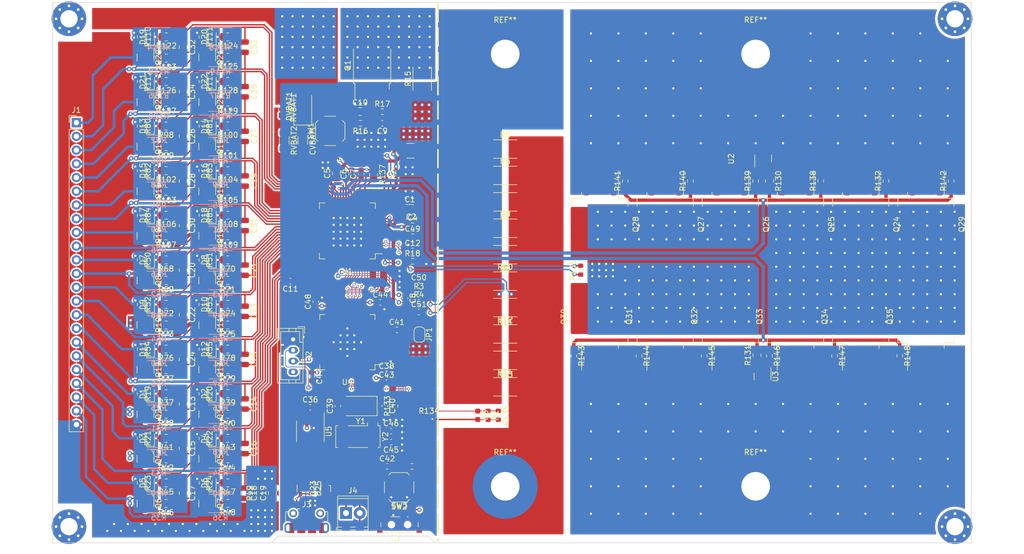
<source format=kicad_pcb>
(kicad_pcb (version 20221018) (generator pcbnew)
  (layers (0 "F.Cu" signal) (1 "In1.Cu" signal) (2 "In2.Cu" signal) (31 "B.Cu" signal) (34 "B.Paste" user) (35 "F.Paste" user) (36 "B.SilkS" user "B.Silkscreen") (37 "F.SilkS" user "F.Silkscreen") (38 "B.Mask" user) (39 "F.Mask" user) (44 "Edge.Cuts" user))
  (net 0 "")
  (net 1 "VDD18")
  (net 2 "VPACK+")
  (net 3 "TMON2")
  (net 4 "C0")
  (net 5 "TMON1")
  (net 6 "C6")
  (net 7 "C5")
  (net 8 "C4")
  (net 9 "C3")
  (net 10 "C2")
  (net 11 "C1")
  (net 12 "Net-(U1-CP2)")
  (net 13 "Net-(U1-CN2)")
  (net 14 "Net-(U1-CN1)")
  (net 15 "Net-(U1-CP1)")
  (net 16 "C12")
  (net 17 "C11")
  (net 18 "C10")
  (net 19 "C9")
  (net 20 "C8")
  (net 21 "C7")
  (net 22 "C18")
  (net 23 "C17")
  (net 24 "C16")
  (net 25 "C15")
  (net 26 "C14")
  (net 27 "C13")
  (net 28 "C22")
  (net 29 "C21")
  (net 30 "C20")
  (net 31 "C19")
  (net 32 "SRN")
  (net 33 "SRP")
  (net 34 "+3V3")
  (net 35 "Net-(C40-Pad1)")
  (net 36 "/RESET")
  (net 37 "/OSC32_IN")
  (net 38 "/OSC32_OUT")
  (net 39 "Net-(D1-K)")
  (net 40 "Net-(D1-A)")
  (net 41 "Net-(D2-K)")
  (net 42 "Net-(D2-A)")
  (net 43 "Net-(D3-K)")
  (net 44 "Net-(D3-A)")
  (net 45 "Net-(D4-K)")
  (net 46 "Net-(D4-A)")
  (net 47 "Net-(D5-K)")
  (net 48 "Net-(D5-A)")
  (net 49 "Net-(D6-K)")
  (net 50 "Net-(D6-A)")
  (net 51 "Net-(D7-K)")
  (net 52 "Net-(D7-A)")
  (net 53 "Net-(D8-K)")
  (net 54 "Net-(D8-A)")
  (net 55 "Net-(D9-K)")
  (net 56 "Net-(D9-A)")
  (net 57 "Net-(D10-K)")
  (net 58 "Net-(D10-A)")
  (net 59 "Net-(D11-K)")
  (net 60 "Net-(D11-A)")
  (net 61 "Net-(D12-K)")
  (net 62 "Net-(D12-A)")
  (net 63 "Net-(D13-K)")
  (net 64 "Net-(D13-A)")
  (net 65 "Net-(D14-K)")
  (net 66 "Net-(D14-A)")
  (net 67 "Net-(D15-K)")
  (net 68 "Net-(D15-A)")
  (net 69 "Net-(D16-K)")
  (net 70 "Net-(D16-A)")
  (net 71 "Net-(D17-K)")
  (net 72 "Net-(D17-A)")
  (net 73 "Net-(D18-K)")
  (net 74 "Net-(D18-A)")
  (net 75 "Net-(D19-K)")
  (net 76 "Net-(D19-A)")
  (net 77 "Net-(D20-K)")
  (net 78 "Net-(D20-A)")
  (net 79 "Net-(D21-K)")
  (net 80 "Net-(D21-A)")
  (net 81 "Net-(D22-K)")
  (net 82 "Net-(D22-A)")
  (net 83 "/CAN_D+")
  (net 84 "/CAN_D-")
  (net 85 "/USB_D+")
  (net 86 "/USB_D-")
  (net 87 "/SWCLK")
  (net 88 "/SWDIO")
  (net 89 "USB_5V")
  (net 92 "CN4_C5")
  (net 93 "Net-(Q2-G)")
  (net 94 "CN4_C4")
  (net 95 "Net-(Q3-G)")
  (net 96 "CN4_C3")
  (net 97 "Net-(Q4-G)")
  (net 98 "CN4_C2")
  (net 99 "Net-(Q5-G)")
  (net 100 "CN4_C1")
  (net 101 "Net-(Q6-G)")
  (net 102 "Net-(Q7-G)")
  (net 103 "CN4_C11")
  (net 104 "Net-(Q8-G)")
  (net 105 "CN4_C10")
  (net 106 "Net-(Q9-G)")
  (net 107 "CN4_C9")
  (net 108 "Net-(Q10-G)")
  (net 109 "CN4_C8")
  (net 110 "Net-(Q11-G)")
  (net 111 "CN4_C7")
  (net 112 "Net-(Q12-G)")
  (net 113 "CN4_C6")
  (net 114 "Net-(Q13-G)")
  (net 115 "CN4_C17")
  (net 116 "Net-(Q14-G)")
  (net 117 "CN4_C16")
  (net 118 "Net-(Q15-G)")
  (net 119 "CN4_C15")
  (net 120 "Net-(Q16-G)")
  (net 121 "CN4_C14")
  (net 122 "Net-(Q17-G)")
  (net 123 "CN4_C13")
  (net 124 "Net-(Q18-G)")
  (net 125 "CN4_C12")
  (net 126 "Net-(Q19-G)")
  (net 127 "CN4_C21")
  (net 128 "Net-(Q20-G)")
  (net 129 "CN4_C20")
  (net 130 "Net-(Q21-G)")
  (net 131 "CN4_C19")
  (net 132 "Net-(Q22-G)")
  (net 133 "CN4_C18")
  (net 134 "REG_SUP")
  (net 135 "CN4_C22")
  (net 136 "CHG")
  (net 137 "VDD55")
  (net 138 "REGB")
  (net 139 "DIS")
  (net 140 "Net-(U1-LDM)")
  (net 141 "VPACK-")
  (net 142 "Net-(SW3-B)")
  (net 143 "/BOOT0")
  (net 147 "/OSC_IN")
  (net 148 "/OSC_OUT")
  (net 158 "CLK")
  (net 159 "SDO")
  (net 160 "SDI")
  (net 161 "EN")
  (net 167 "NRST")
  (net 168 "SHDN")
  (net 169 "FETOFF")
  (net 170 "ALARM1")
  (net 171 "GPIO3")
  (net 172 "GPIO2")
  (net 173 "GPIO1")
  (net 188 "/CAN_RX")
  (net 189 "/CAN_TX")
  (net 191 "Net-(C9-Pad2)")
  (net 192 "Net-(C10-Pad2)")
  (net 193 "Net-(Q1-C)")
  (net 194 "Net-(Q23-G)")
  (net 195 "BMS_3.3V")
  (net 196 "Net-(Q24-G)")
  (net 197 "Net-(Q25-G)")
  (net 198 "Net-(Q26-G)")
  (net 199 "Net-(Q27-G)")
  (net 200 "Net-(Q28-G)")
  (net 201 "Net-(Q29-G)")
  (net 202 "Net-(Q30-G)")
  (net 203 "Net-(Q31-G)")
  (net 204 "Net-(Q32-G)")
  (net 205 "Net-(Q33-G)")
  (net 206 "Net-(Q34-G)")
  (net 207 "Net-(Q35-G)")
  (net 208 "Net-(R137-Pad1)")
  (net 209 "Net-(U1-VPC)")
  (net 215 "VBAT-P")
  (net 217 "Net-(DVBAT1-K)")
  (net 218 "GND")
  (net 221 "Net-(NT1-Pad2)")
  (footprint "Package_TO_SOT_SMD:TO-263-2" (layer "F.Cu") (at 173.755 87.4 -90)
    (fp_text reference "Q27")
    (fp_text value "NMOS")
  )
  (footprint "Capacitor_SMD:C_0603_1608Metric" (layer "F.Cu") (at 122.174 116.713)
    (fp_text reference "C43")
    (fp_text value "100n,0603")
  )
  (footprint "Resistor_SMD:R_0603_1608Metric" (layer "F.Cu") (at 76.581 77.47 -90)
    (fp_text reference "R82")
    (fp_text value "4k7")
  )
  (footprint "Resistor_SMD:R_0603_1608Metric" (layer "F.Cu") (at 88.011 135.255 -90)
    (fp_text reference "R24")
    (fp_text value "4k7")
  )
  (footprint "MountingHole:MountingHole_5.3mm_M5_Pad" (layer "F.Cu") (at 144.145 55.88)
    (fp_text reference "REF**")
    (fp_text value "MountingHole_5.3mm_M5_Pad")
  )
  (footprint "Capacitor_SMD:C_0603_1608Metric" (layer "F.Cu") (at 115.697 78.105 90)
    (fp_text reference "C6")
    (fp_text value "0.68u")
  )
  (footprint "Resistor_SMD:R_0805_2012Metric" (layer "F.Cu") (at 92.805 114.3 180)
    (fp_text reference "R79")
    (fp_text value "1k")
  )
  (footprint "Capacitor_SMD:C_0805_2012Metric" (layer "F.Cu") (at 84.55 54.61 -90)
    (fp_text reference "C32")
    (fp_text value "180n")
  )
  (footprint "Resistor_SMD:R_1206_3216Metric" (layer "F.Cu") (at 103.251 71.882 -90)
    (fp_text reference "RVBAT2")
    (fp_text value "100")
  )
  (footprint "LED_SMD:LED_0603_1608Metric" (layer "F.Cu") (at 89.916 77.47 90)
    (fp_text reference "D16")
    (fp_text value "LED")
  )
  (footprint "Capacitor_SMD:C_0805_2012Metric" (layer "F.Cu") (at 190.754 111.633 90)
    (fp_text reference "R131")
    (fp_text value "10M")
  )
  (footprint "Resistor_SMD:R_0603_1608Metric" (layer "F.Cu") (at 88.011 52.705 -90)
    (fp_text reference "R111")
    (fp_text value "4k7")
  )
  (footprint "Package_TO_SOT_SMD:SOT-23" (layer "F.Cu") (at 77.565 73.025 -90)
    (fp_text reference "Q14")
    (fp_text value "Q_NMOS_GSD")
  )
  (footprint "Connector_JST:JST_PH_B4B-PH-K_1x04_P2.00mm_Vertical" (layer "F.Cu") (at 104.902 108.712 -90)
    (fp_text reference "J2")
    (fp_text value "Conn_01x04_Pin")
  )
  (footprint "Capacitor_SMD:C_0805_2012Metric" (layer "F.Cu") (at 101.06 137.16 90)
    (fp_text reference "C19")
    (fp_text value "180n")
  )
  (footprint "Crystal:Crystal_SMD_5032-2Pin_5.0x3.2mm" (layer "F.Cu") (at 117.403 121.031 180)
    (fp_text reference "Y1")
    (fp_text value "8M,SMD")
  )
  (footprint "Package_TO_SOT_SMD:TO-263-2" (layer "F.Cu") (at 209.95 87.4 -90)
    (fp_text reference "Q24")
    (fp_text value "NMOS")
  )
  (footprint "Package_TO_SOT_SMD:SOT-23" (layer "F.Cu") (at 88.995 73.025 -90)
    (fp_text reference "Q15")
    (fp_text value "Q_NMOS_GSD")
  )
  (footprint "Resistor_SMD:R_0805_2012Metric" (layer "F.Cu") (at 81.375 97.79 180)
    (fp_text reference "R69")
    (fp_text value "1k")
  )
  (footprint "Resistor_SMD:R_0603_1608Metric" (layer "F.Cu") (at 123.753 121.031 90)
    (fp_text reference "R133")
    (fp_text value "390,0603")
  )
  (footprint "Package_TO_SOT_SMD:SOT-23" (layer "F.Cu") (at 88.995 56.515 -90)
    (fp_text reference "Q21")
    (fp_text value "Q_NMOS_GSD")
  )
  (footprint "Resistor_SMD:R_0805_2012Metric" (layer "F.Cu") (at 92.805 102.235 180)
    (fp_text reference "R74")
    (fp_text value "910")
  )
  (footprint "Resistor_SMD:R_0603_1608Metric" (layer "F.Cu") (at 168.91 111.76 -90)
    (fp_text reference "R144")
    (fp_text value "2R2")
  )
  (footprint "Resistor_SMD:R_0603_1608Metric" (layer "F.Cu") (at 88.011 85.725 -90)
    (fp_text reference "R85")
    (fp_text value "4k7")
  )
  (footprint "Resistor_SMD:R_0603_1608Metric" (layer "F.Cu") (at 76.581 102.235 -90)
    (fp_text reference "R52")
    (fp_text value "4k7")
  )
  (footprint "Package_TO_SOT_SMD:SOT-23" (layer "F.Cu") (at 88.995 114.3 -90)
    (fp_text reference "Q13")
    (fp_text value "Q_NMOS_GSD")
  )
  (footprint "Package_TO_SOT_SMD:SOT-23" (layer "F.Cu") (at 88.995 64.77 -90)
    (fp_text reference "Q23")
    (fp_text value "Q_NMOS_GSD")
  )
  (footprint "Package_TO_SOT_SMD:SOT-23" (layer "F.Cu") (at 77.565 122.555 -90)
    (fp_text reference "Q2")
    (fp_text value "Q_NMOS_GSD")
  )
  (footprint "Resistor_SMD:R_0805_2012Metric" (layer "F.Cu") (at 92.805 97.79 180)
    (fp_text reference "R71")
    (fp_text value "1k")
  )
  (footprint "Package_TO_SOT_SMD:TO-263-2" (layer "F.Cu") (at 161.69 87.4 -90)
    (fp_text reference "Q28")
    (fp_text value "NMOS")
  )
  (footprint "LED_SMD:LED_0603_1608Metric" (layer "F.Cu") (at 78.486 60.96 90)
    (fp_text reference "D21")
    (fp_text value "LED")
  )
  (footprint "Resistor_SMD:R_0603_1608Metric" (layer "F.Cu") (at 202.565 79.375 90)
    (fp_text reference "R138")
    (fp_text value "2R2")
  )
  (footprint "Package_TO_SOT_SMD:SOT-143" (layer "F.Cu") (at 107.188 136.271 -90)
    (fp_text reference "D25")
    (fp_text value "PRTR5V0U2X")
  )
  (footprint "Button_Switch_SMD:SW_SPDT_PCM12" (layer "F.Cu") (at 124.587 142.654)
    (fp_text reference "SW3")
    (fp_text value "SW_SPDT")
  )
  (footprint "Resistor_SMD:R_0603_1608Metric" (layer "F.Cu") (at 88.011 69.215 -90)
    (fp_text reference "R81")
    (fp_text value "4k7")
  )
  (footprint "Resistor_SMD:R_0603_1608Metric" (layer "F.Cu") (at 140.97 122.745 -90)
    (fp_text reference "R1")
    (fp_text value "47k")
  )
  (footprint "Resistor_SMD:R_0603_1608Metric" (layer "F.Cu") (at 193.04 111.76 -90)
    (fp_text reference "R146")
    (fp_text value "2R2")
  )
  (footprint "Package_TO_SOT_SMD:SOT-23" (layer "F.Cu") (at 77.565 130.81 -90)
    (fp_text reference "Q4")
    (fp_text value "Q_NMOS_GSD")
  )
  (footprint "Capacitor_SMD:C_0805_2012Metric" (layer "F.Cu") (at 84.55 95.885 -90)
    (fp_text reference "C20")
    (fp_text value "180n")
  )
  (footprint "Resistor_SMD:R_0805_2012Metric" (layer "F.Cu") (at 92.805 127 180)
    (fp_text reference "R43")
    (fp_text value "910")
  )
  (footprint "Capacitor_SMD:C_0805_2012Metric" (layer "F.Cu") (at 95.98 103.505 -90)
    (fp_text reference "C23")
    (fp_text value "180n")
  )
  (footprint "Capacitor_SMD:C_0603_1608Metric" (layer "F.Cu") (at 108.064 121.285)
    (fp_text reference "C36")
    (fp_text value "100n,0603")
  )
  (footprint "Resistor_SMD:R_0603_1608Metric" (layer "F.Cu") (at 76.581 85.725 -90)
    (fp_text reference "R84")
    (fp_text value "4k7")
  )
  (footprint "LED_SMD:LED_0603_1608Metric" (layer "F.Cu") (at 78.486 52.705 90)
    (fp_text reference "D19")
    (fp_text value "LED")
  )
  (footprint "LED_SMD:LED_0603_1608Metric" (layer "F.Cu") (at 78.486 102.235 90)
    (fp_text reference "D9")
    (fp_text value "LED")
  )
  (footprint "Package_TO_SOT_SMD:SOT-23" (layer "F.Cu") (at 88.995 139.065 -90)
    (fp_text reference "Q7")
    (fp_text value "Q_NMOS_GSD")
  )
  (footprint "Capacitor_SMD:C_0805_2012Metric" (layer "F.Cu") (at 127 87.884)
    (fp_text reference "C4")
    (fp_text value "1u")
  )
  (footprint "Capacitor_SMD:C_1210_3225Metric" (layer "F.Cu") (at 126.619 73.787)
    (fp_text reference "C2")
    (fp_text value "1u")
  )
  (footprint "LED_SMD:LED_0603_1608Metric" (layer "F.Cu") (at 89.916 118.745 90)
    (fp_text reference "D2")
    (fp_text value "LED")
  )
  (footprint "MountingHole:MountingHole_5.3mm_M5_Pad" (layer "F.Cu") (at 190.5 135.89)
    (fp_text reference "REF**")
    (fp_text value "MountingHole_5.3mm_M5_Pad")
  )
  (footprint "Capacitor_SMD:C_0603_1608Metric" (layer "F.Cu") (at 121.412 68.707 180)
    (fp_text reference "C9")
    (fp_text value "22n")
  )
  (footprint "Capacitor_SMD:C_0603_1608Metric" (layer "F.Cu") (at 128.156 103.632)
    (fp_text reference "C51")
    (fp_text value "0.1u")
  )
  (footprint "Package_TO_SOT_SMD:SOT-23" (layer "F.Cu") (at 77.565 139.065 -90)
    (fp_text reference "Q6")
    (fp_text value "Q_NMOS_GSD")
  )
  (footprint "Package_TO_SOT_SMD:SOT-23" (layer "F.Cu") (at 88.995 130.81 -90)
    (fp_text reference "Q5")
    (fp_text value "Q_NMOS_GSD")
  )
  (footprint "Resistor_SMD:R_0603_1608Metric" (layer "F.Cu") (at 76.581 110.49 -90)
    (fp_text reference "R54")
    (fp_text value "4k7")
  )
  (footprint "Package_TO_SOT_SMD:SOT-23" (layer "F.Cu") (at 88.995 106.045 -90)
    (fp_text reference "Q11")
    (fp_text value "Q_NMOS_GSD")
  )
  (footprint "Resistor_SMD:R_0805_2012Metric" (layer "F.Cu") (at 92.805 73.025 180)
    (fp_text reference "R101")
    (fp_text value "1k")
  )
  (footprint "Resistor_SMD:R_0603_1608Metric" (layer "F.Cu") (at 226.695 79.375 90)
    (fp_text reference "R142")
    (fp_text value "2R2")
  )
  (footprint "LED_SMD:LED_0603_1608Metric" (layer "F.Cu") (at 89.916 52.705 90)
    (fp_text reference "D20")
    (fp_text value "LED")
  )
  (footprint "MountingHole:MountingHole_3.2mm_M3_Pad_Via" (layer "F.Cu") (at 227.405 49.355)
    (fp_text reference "REF**" hide)
    (fp_text value "MountingHole_3.2mm_M3_Pad_Via")
  )
  (footprint "Resistor_SMD:R_0603_1608Metric" (layer "F.Cu") (at 117.348 68.707 180)
    (fp_text reference "R16")
    (fp_text value "18k")
  )
  (footprint "Resistor_SMD:R_0603_1608Metric" (layer "F.Cu") (at 76.581 69.215 -90)
    (fp_text reference "R80")
    (fp_text value "4k7")
  )
  (footprint "Capacitor_SMD:C_0805_2012Metric" (layer "F.Cu") (at 84.55 71.12 -90)
    (fp_text reference "C26")
    (fp_text value "180n")
  )
  (footprint "Package_SO:SOIC-8_3.9x4.9mm_P1.27mm" (layer "F.Cu") (at 108.077 125.73 -90)
    (fp_text reference "U5")
    (fp_text value "SN65HVD230")
  )
  (footprint "LED_SMD:LED_0603_1608Metric" (layer "F.Cu") (at 89.916 69.215 90)
    (fp_text reference "D14")
    (fp_text value "LED")
  )
  (footprint "TerminalBlock_Phoenix:TerminalBlock_Phoenix_MPT-0,5-2-2.54_1x02_P2.54mm_Horizontal" (layer "F.Cu") (at 114.681 140.843)
    (fp_text reference "J4")
    (fp_text value "Screw_Terminal_01x02")
  )
  (footprint "Resistor_SMD:R_0603_1608Metric" (layer "F.Cu") (at 217.17 111.76 -90)
    (fp_text reference "R148")
    (fp_text value "2R2")
  )
  (footprint "Resistor_SMD:R_0805_2012Metric" (layer "F.Cu") (at 92.805 77.47 180)
    (fp_text reference "R104")
    (fp_text value "910")
  )
  (footprint "Capacitor_SMD:C_0805_2012Metric" (layer "F.Cu") (at 95.98 62.865 -90)
    (fp_text reference "C35")
    (fp_text value "180n")
  )
  (footprint "Resistor_SMD:R_2512_6332Metric" (layer "F.Cu") (at 144.145 102.805 180)
    (fp_text reference "R11")
    (fp_text value "10m")
  )
  (footprint "Capacitor_SMD:C_0603_1608Metric" (layer "F.Cu") (at 124.079 106.934)
    (fp_text reference "C41")
    (fp_text value "100n,0603")
  )
  (footprint "Resistor_SMD:R_0603_1608Metric" (layer "F.Cu") (at 126.873 132.207 180)
    (fp_text reference "R134")
    (fp_text value "10k,0603")
  )
  (footprint "LED_SMD:LED_0603_1608Metric" (layer "F.Cu") (at 89.916 127 90)
    (fp_text reference "D4")
    (fp_text value "LED")
  )
  (footprint "Capacitor_SMD:C_0805_2012Metric" (layer "F.Cu") (at 95.98 87.63 -90)
    (fp_text reference "C31")
    (fp_text value "180n")
  )
  (footprint "LED_SMD:LED_0603_1608Metric" (layer "F.Cu") (at 78.486 85.725 90)
    (fp_text reference "D17")
    (fp_text value "LED")
  )
  (footprint "LED_SMD:LED_0603_1608Metric" (layer "F.Cu") (at 78.486 110.49 90)
    (fp_text reference "D11")
    (fp_text value "LED")
  )
  (footprint "Resistor_SMD:R_0805_2012Metric" (layer "F.Cu") (at 81.375 77.47 180)
    (fp_text reference "R102")
    (fp_text value "910")
  )
  (footprint "LED_SMD:LED_0603_1608Metric" (layer "F.Cu") (at 89.916 85.725 90)
    (fp_text reference "D18")
    (fp_text value "LED")
  )
  (footprint "Package_TO_SOT_SMD:SOT-23" (layer "F.Cu") (at 88.995 97.79 -90)
    (fp_text reference "Q9")
    (fp_text value "Q_NMOS_GSD")
  )
  (footprint "Resistor_SMD:R_0603_1608Metric" (layer "F.Cu") (at 76.581 118.745 -90)
    (fp_text reference "R19")
    (fp_text value "4k7")
  )
  (footprint "Capacitor_SMD:C_0603_1608Metric" (layer "F.Cu") (at 123.024 127.711 180)
    (fp_text reference "C45")
    (fp_text value "20p,0603")
  )
  (footprint "Resistor_SMD:R_0603_1608Metric" (layer "F.Cu") (at 76.581 60.96 -90)
    (fp_text reference "R112")
    (fp_text value "4k7")
  )
  (footprint "Connector_USB:USB_Micro-B_Molex-105017-0001" (layer "F.Cu") (at 107.405 142.355)
    (fp_text reference "J3")
    (fp_text value "USB_B_Micro")
  )
  (footprint "LED_SMD:LED_0603_1608Metric" (layer "F.Cu") (at 78.486 135.255 90)
    (fp_text reference "D5")
    (fp_text value "LED")
  )
  (footprint "Capacitor_SMD:C_0603_1608Metric" (layer "F.Cu") (at 122.301 132.207)
    (fp_text reference "C42")
    (fp_text value "100n,0603")
  )
  (footprint "Capacitor_SMD:C_0805_2012Metric" (layer "F.Cu") (at 193.04 79.375 -90)
    (fp_text reference "R130")
    (fp_text value "10M")
  )
  (footprint "Capacitor_SMD:C_0805_2012Metric" (layer "F.Cu") (at 84.55 128.905 -90)
    (fp_text reference "C15")
    (fp_text value "180n")
  )
  (footprint "Resistor_SMD:R_0603_1608Metric" (layer "F.Cu") (at 142.875 122.745 -90)
    (fp_text reference "R135")
    (fp_text value "NTC10k")
  )
  (footprint "Resistor_SMD:R_0805_2012Metric" (layer "F.Cu") (at 92.805 69.215 180)
    (fp_text reference "R100")
    (fp_text value "910")
  )
  (footprint "Resistor_SMD:R_0603_1608Metric" (layer "F.Cu") (at 88.011 118.745 -90)
    (fp_text reference "R20")
    (fp_text value "4k7")
  )
  (footprint "Resistor_SMD:R_0805_2012Metric" (layer "F.Cu") (at 81.375 60.96 180)
    (fp_text reference "R126")
    (fp_text value "910")
  )
  (footprint "Package_TO_SOT_SMD:SOT-23" (layer "F.Cu") (at 77.565 97.79 -90)
    (fp_text reference "Q8")
    (fp_text value "Q_NMOS_GSD")
  )
  (footprint "Capacitor_SMD:C_0805_2012Metric" (layer "F.Cu") (at 84.55 87.63 -90)
    (fp_text reference "C30")
    (fp_text value "180n")
  )
  (footprint "Diode_SMD:D_SMA" (layer "F.Cu") (at 106.68 65.532 90)
    (fp_text reference "DVBAT1")
    (fp_text value "US1M")
  )
  (footprint "Resistor_SMD:R_2512_6332Metric" (layer "F.Cu") (at 144.145 73.465)
    (fp_text reference "R5")
    (fp_text value "10m")
  )
  (footprint "MountingHole:MountingHole_3.2mm_M3_Pad_Via" (layer "F.Cu") (at 63.405 143.355)
    (fp_text reference "REF**" hide)
    (fp_text value "MountingHole_3.2mm_M3_Pad_Via")
  )
  (footprint "Capacitor_SMD:C_0805_2012Metric" (layer "F.Cu") (at 95.98 54.61 -90)
    (fp_text reference "C33")
    (fp_text value "180n")
  )
  (footprint "Capacitor_SMD:C_0603_1608Metric" (layer "F.Cu") (at 109.093 101.727 90)
    (fp_text reference "C48")
    (fp_text value "4.7u,0603")
  )
  (footprint "Jumper:SolderJumper-2_P1.3mm_Bridged_RoundedPad1.0x1.5mm" (layer "F.Cu") (at 128.27 107.808 -90)
    (fp_text reference "JP1")
    (fp_text value "Jumper_2_Bridged")
  )
  (footprint "Package_TO_SOT_SMD:SOT-23" (layer "F.Cu") (at 77.565 64.77 -90)
    (fp_text reference "Q22")
    (fp_text value "Q_NMOS_GSD")
  )
  (footprint "Resistor_SMD:R_0805_2012Metric" (layer "F.Cu") (at 92.805 52.705 180)
    (fp_text reference "R124")
    (fp_text value "910")
  )
  (footprint "Capacitor_SMD:C_0805_2012Metric" (layer "F.Cu") (at 95.98 120.65 -90)
    (fp_text reference "C14")
    (fp_text value "180n")
  )
  (footprint "Package_TO_SOT_SMD:SOT-23" (layer "F.Cu") (at 77.565 81.28 -90)
    (fp_text reference "Q16")
    (fp_text value "Q_NMOS_GSD")
  )
  (footprint "Package_TO_SOT_SMD:SOT-23" (layer "F.Cu") (at 88.995 81.28 -90)
    (fp_text reference "Q17")
    (fp_text value "Q_NMOS_GSD")
  )
  (footprint "Resistor_SMD:R_0603_1608Metric" (layer "F.Cu") (at 180.975 111.76 -90)
    (fp_text reference "R145")
    (fp_text value "2R2")
  )
  (footprint "Resistor_SMD:R_0805_2012Metric" (layer "F.Cu") (at 92.805 110.49 180)
    (fp_text reference "R78")
    (fp_text value "910")
  )
  (footprint "Capacitor_SMD:C_0603_1608Metric" (layer "F.Cu") (at 117.475 78.105 90)
    (fp_text reference "C7")
    (fp_text value "0.68u")
  )
  (footprint "LED_SMD:LED_0603_1608Metric" (layer "F.Cu") (at 78.486 93.98 90)
    (fp_text reference "D7")
    (fp_text value "LED")
  )
  (footprint "Resistor_SMD:R_0805_2012Metric" (layer "F.Cu") (at 92.805 130.81 180)
    (fp_text reference "R44")
    (fp_text value "1k")
  )
  (footprint "Capacitor_SMD:C_0805_2012Metric" (layer "F.Cu") (at 84.55 120.65 -90)
    (fp_text reference "C13")
    (fp_text value "180n")
  )
  (footprint "Capacitor_SMD:C_0603_1608Metric" (layer "F.Cu") (at 122.174 115.062)
    (fp_text reference "C38")
    (fp_text value "100n,0603")
  )
  (footprint "Resistor_SMD:R_0805_2012Metric" (layer "F.Cu") (at 81.375 85.725 180)
    (fp_text reference "R106")
    (fp_text value "910")
  )
  (footprint "LED_SMD:LED_0603_1608Metric" (layer "F.Cu") (at 89.916 60.96 90)
    (fp_text reference "D22")
    (fp_text value "LED")
  )
  (footprint "Package_TO_SOT_SMD:TO-263-2" (layer "F.Cu") (at 185.82 87.4 -90)
    (fp_text reference "Q26")
    (fp_text value "NMOS")
  )
  (footprint "Resistor_SMD:R_0603_1608Metric" (layer "F.Cu") (at 76.581 127 -90)
    (fp_text reference "R21")
    (fp_text value "4k7")
  )
  (footprint "Resistor_SMD:R_1206_3216Metric" (layer "F.Cu") (at 103.124 65.786 -90)
    (fp_text reference "RVBAT1")
    (fp_text value "100")
  )
  (footprint "Capacitor_SMD:C_0805_2012Metric" (layer "F.Cu") (at 95.98 95.885 -90)
    (fp_text reference "C21")
    (fp_text value "180n")
  )
  (footprint "Resistor_SMD:R_0805_2012Metric" (layer "F.Cu") (at 81.4175 52.705 180)
    (fp_text reference "R122")
    (fp_text value "910")
  )
  (footprint "Resistor_SMD:R_0805_2012Metric" (layer "F.Cu") (at 81.375 106.045 180)
    (fp_text reference "R73")
    (fp_text value "1k")
  )
  (footprint "Resistor_SMD:R_0603_1608Metric" (layer "F.Cu") (at 156.845 111.76 -90)
    (fp_text reference "R143")
    (fp_text value "2R2")
  )
  (footprint "Resistor_SMD:R_0603_1608Metric" (layer "F.Cu") (at 121.412 66.548)
    (fp_text reference "R17")
    (fp_text value "0.1")
  )
  (footprint "Package_TO_SOT_SMD:SOT-23" (layer "F.Cu") (at 77.565 89.535 -90)
    (fp_text reference "Q18")
    (fp_text value "Q_NMOS_GSD")
  )
  (footprint "Resistor_SMD:R_0805_2012Metric" (layer "F.Cu") (at 92.805 118.745 180)
    (fp_text reference "R39")
    (fp_text value "910")
  )
  (footprint "Resistor_SMD:R_0805_2012Metric" (layer "F.Cu") (at 92.805 135.255 180)
    (fp_text reference "R47")
    (fp_text value "910")
  )
  (footprint "Package_TO_SOT_SMD:SOT-23" (layer "F.Cu") (at 191.77 115.57 -90)
    (fp_text reference "U3")
    (fp_text value "TL431DBZ")
  )
  (footprint "LED_SMD:LED_0603_1608Metric" (layer "F.Cu") (at 89.916 102.235 90)
    (fp_text reference "D10")
    (fp_text value "LED")
  )
  (footprint "Resistor_SMD:R_0603_1608Metric" (layer "F.Cu") (at 88.011 77.47 -90)
    (fp_text reference "R83")
    (fp_text value "4k7")
  )
  (footprint "Capacitor_SMD:C_0603_1608Metric" (layer "F.Cu") (at 113.157 121.031 90)
    (fp_text reference "C39")
    (fp_text value "20p,0603")
  )
  (footprint "Resistor_SMD:R_0603_1608Metric" (layer "F.Cu") (at 190.5 79.375 90)
    (fp_text reference "R139")
    (fp_text value "2R2")
  )
  (footprint "LED_SMD:LED_0603_1608Metric" (layer "F.Cu") (at 89.916 135.255 90)
    (fp_text reference "D6")
    (fp_text value "LED")
  )
  (footprint "Capacitor_SMD:C_0603_1608Metric" (layer "F.Cu") (at 128.156 100.33)
    (fp_text reference "R3")
    (fp_text value "100")
  )
  (footprint "Resistor_SMD:R_2512_6332Metric" (layer "F.Cu") (at 144.145 117.475)
    (fp_text reference "R14")
    (fp_text value "10m")
  )
  (footprint "Resistor_SMD:R_0805_2012Metric" (layer "F.Cu") (at 92.805 64.77 180)
    (fp_text reference "R129")
    (fp_text value "1k")
  )
  (footprint "Package_TO_SOT_SMD:TO-263-2" (layer "F.Cu") (at 161.69 104.485 90)
    (fp_text reference "Q30")
    (fp_text value "NMOS")
  )
  (footprint "Resistor_SMD:R_0805_2012Metric" (layer "F.Cu") (at 81.375 139.065 180)
    (fp_text reference "R46")
    (fp_text value "1k")
  )
  (footprint "Resistor_SMD:R_0603_1608Metric" (layer "F.Cu") (at 158.115 95.885 90)
    (fp_text reference "R136")
    (fp_text value "NTC10k")
  )
  (footprint "Capacitor_SMD:C_0805_2012Metric" (layer "F.Cu") (at 95.98 128.905 -90)
    (fp_text reference "C16")
    (fp_text value "180n")
  )
  (footprint "LED_SMD:LED_0603_1608Metric" (layer "F.Cu") (at 89.916 110.49 90)
    (fp_text reference "D12")
    (fp_text value "LED")
  )
  (footprint "Capacitor_SMD:C_0603_1608Metric" (layer "F.Cu") (at 104.394 97.917 180)
    (fp_text reference "C11")
    (fp_text value "100n")
  )
  (footprint "Resistor_SMD:R_0805_2012Metric" (layer "F.Cu") (at 81.375 127 180)
    (fp_text reference "R41")
    (fp_text value "910")
  )
  (footprint "Connector_PinHeader_2.54mm:PinHeader_1x23_P2.54mm_Vertical" (layer "F.Cu") (at 64.77 68.58)
    (fp_text reference "J1")
    (fp_text value "Conn_01x23_Pin")
  )
  (footprint "Resistor_SMD:R_0805_2012Metric" (layer "F.Cu") (at 119.793 78.2 -90)
    (fp_text reference "R137")
    (fp_text value "75M")
  )
  (footprint "Resistor_SMD:R_0805_2012Metric" (layer "F.Cu") (at 81.375 118.745 180)
    (fp_text reference "R37")
    (fp_text value "910")
  )
  (footprint "Capacitor_SMD:C_0603_1608Metric" (layer "F.Cu") (at 128.156 98.679)
    (fp_text reference "C50")
    (fp_text value "0.1u")
  )
  (footprint "Package_TO_SOT_SMD:TO-263-2" (layer "F.Cu") (at 209.95 104.485 90)
    (fp_text reference "Q34")
    (fp_text value "NMOS")
  )
  (footprint "Resistor_SMD:R_2512_6332Metric" (layer "F.Cu") (at 144.145 93.025 180)
    (fp_text reference "R9")
    (fp_text value "10m")
  )
  (footprint "Resistor_SMD:R_0805_2012Metric" (layer "F.Cu") (at 92.805 93.98 180)
    (fp_text reference "R70")
    (fp_text value "910")
  )
  (footprint "Resistor_SMD:R_0603_1608Metric" (layer "F.Cu") (at 76.581 135.255 -90)
    (fp_text reference "R23")
    (fp_text value "4k7")
  )
  (footprint "Resistor_SMD:R_0805_2012Metric" (layer "F.Cu") (at 98.52 137.16 90)
    (fp_text reference "R49")
    (fp_text value "910")
  )
  (footprint "MountingHole:MountingHole_3.2mm_M3_Pad_Via" (layer "F.Cu") (at 63.405 49.355)
    (fp_text reference "REF**" hide)
    (fp_text value "MountingHole_3.2mm_M3_Pad_Via")
  )
  (footprint "Package_TO_SOT_SMD:SOT-23" (layer "F.Cu") (at 77.565 56.515 -90)
    (fp_text reference "Q20")
    (fp_text value "Q_NMOS_GSD")
  )
  (footprint "Capacitor_SMD:C_0603_1608Metric" (layer "F.Cu") (at 121.848 121.031 -90)
    (fp_text reference "C40")
    (fp_text value "20p,0603")
  )
  (footprint "MountingHole:MountingHole_5.3mm_M5_Pad" (layer "F.Cu") (at 190.5 55.88)
    (fp_text reference "REF**")
    (fp_text value "MountingHole_5.3mm_M5_Pad")
  )
  (footprint "Package_TO_SOT_SMD:TO-252-2" (layer "F.Cu") (at 119.506 58.005 90)
    (fp_text reference "Q1")
    (fp_text value "NPN")
  )
  (footprint "Package_TO_SOT_SMD:SOT-23" (layer "F.Cu") (at 88.995 122.555 -90)
    (fp_text reference "Q3")
    (fp_text value "Q_NMOS_GSD")
  )
  (footprint "Resistor_SMD:R_0805_2012Metric" (layer "F.Cu") (at 81.375 110.49 180)
    (fp_text reference "R76")
    (fp_text value "910")
  )
  (footprint "Resistor_SMD:R_0805_2012Metric" (layer "F.Cu") (at 81.375 73.025 180)
    (fp_text reference "R99")
    (fp_text value "1k")
  )
  (footprint "Capacitor_SMD:C_0805_2012Metric" (layer "F.Cu") (at 84.55 62.865 -90)
    (fp_text reference "C34")
    (fp_text value "180n")
  )
  (footprint "LED_SMD:LED_0603_1608Metric" (layer "F.Cu") (at 78.486 127 90)
    (fp_text reference "D3")
    (fp_text value "LED")
  )
  (footprint "Resistor_SMD:R_0603_1608Metric" (layer "F.Cu") (at 88.011 93.98 -90)
    (fp_text reference "R51")
    (fp_text value "4k7")
  )
  (footprint "Resistor_SMD:R_0805_2012Metric" (layer "F.Cu") (at 81.375 114.3 180)
    (fp_text reference "R77")
    (fp_text value "1k")
  )
  (footprint "Package_QFP:HTQFP-64-1EP_10x10mm_P0.5mm_EP8x8mm" (layer "F.Cu") (at 114.931 88.614 180)
    (fp_text reference "U1")
    (fp_text value "KA49522")
  )
  (footprint "Capacitor_SMD:C_0805_2012Metric" (layer "F.Cu") (at 84.55 137.16 -90)
    (fp_text reference "C17")
    (fp_text value "180n")
  )
  (footprint "Resistor_SMD:R_0805_2012Metric" (layer "F.Cu") (at 81.375 102.235 180)
    (fp_text reference "R72")
    (fp_text value "910")
  )
  (footprint "Resistor_SMD:R_2512_6332Metric" (layer "F.Cu") (at 144.145 97.915)
    (fp_text reference "R10")
    (fp_text value "10m")
  )
  (footprint "Resistor_SMD:R_0603_1608Metric" (layer "F.Cu") (at 214.63 79.375 90)
    (fp_text reference "R132")
    (fp_text value "2R2")
  )
  (footprint "Capacitor_SMD:C_0603_1608Metric" (layer "F.Cu") (at 127 92.329)
    (fp_text reference "C12")
    (fp_text value "1n")
  )
  (footprint "MountingHole:MountingHole_5.3mm_M5_Pad" (layer "F.Cu") (at 144.145 135.89)
    (fp_text reference "REF**")
    (fp_text value "MountingHole_5.3mm_M5_Pad")
  )
  (footprint "Package_TO_SOT_SMD:SOT-416" (layer "F.Cu") (at 110.871 136.271 90)
    (fp_text reference "D23")
    (fp_text value "RCLAMP0502B")
  )
  (footprint "Resistor_SMD:R_0603_1608Metric" (layer "F.Cu") (at 76.581 93.98 -90)
    (fp_text reference "R50")
    (fp_text value "4k7")
  )
  (footprint "Resistor_SMD:R_0603_1608Metric" (layer "F.Cu") (at 205.105 111.76 -90)
    (fp_text reference "R147")
    (fp_text value "2R2")
  )
  (footprint "Resistor_SMD:R_0805_2012Metric" (layer "F.Cu") (at 81.407 56.642 180)
    (fp_text reference "R123")
    (fp_text value "1k")
  )
  (footprint "Capacitor_SMD:C_0805_2012Metric" (layer "F.Cu") (at 84.55 104.14 -90)
    (fp_text reference "C22")
    (fp_text value "180n")
  )
  (footprint "LED_SMD:LED_0603_1608Metric" (layer "F.Cu") (at 89.916 93.98 90)
    (fp_text reference "D8")
    (fp_text value "LED")
  )
  (footprint "Resistor_SMD:R_0805_2012Metric" (layer "F.Cu") (at 92.805 89.535 180)
    (fp_text reference "R109")
    (fp_text value "1k")
  )
  (footprint "Resistor_SMD:R_2512_6332Metric" (layer "F.Cu") (at 144.145 78.355)
    (fp_text reference "R6")
    (fp_text value "10m")
  )
  (footprint "Resistor_SMD:R_2512_6332Metric" (layer "F.Cu") (at 144.145 83.245 180)
    (fp_text reference "R7")
    (fp_text value "10m")
  )
  (footprint "Package_TO_SOT_SMD:TO-263-2" (layer "F.Cu") (at 185.82 104.485 90)
    (fp_text reference "Q32")
    (fp_text value "NMOS")
  )
  (footprint "Resistor_SMD:R_0805_2012Metric" (layer "F.Cu") (at 81.375 81.28 180)
    (fp_text reference "R103")
    (fp_text value "1k")
  )
  (footprint "Resistor_SMD:R_2512_6332Metric" (layer "F.Cu") (at 144.145 112.585 180)
    (fp_text reference "R13")
    (fp_text value "10m")
  )
  (footprint "Resistor_SMD:R_0603_1608Metric" (layer "F.Cu") (at 88.011 127 -90)
    (fp_text reference "R22")
    (fp_text value "4k7")
  )
  (footprint "Capacitor_SMD:C_0603_1608Metric" (layer "F.Cu") (at 125.616 101.092 -90)
    (fp_text reference "C8")
    (fp_text value "0.1u")
  )
  (footprint "Resistor_SMD:R_0603_1608Metric" (layer "F.Cu") (at 166.37 79.375 90)
    (fp_text reference "R141")
    (fp_text value "2R2")
  )
  (footprint "Capacitor_SMD:C_0805_2012Metric" (layer "F.Cu") (at 84.55 112.395 -90)
    (fp_text reference "C24")
    (fp_text value "180n")
  )
  (footprint "Capacitor_SMD:C_0603_1608Metric" (layer "F.Cu") (at 108.331 115.57 -90)
    (fp_text reference "C47")
    (fp_text value "100n,0603")
  )
  (footprint "Resistor_SMD:R_0805_2012Metric" (layer "F.Cu") (at 81.375 93.98 180)
    (fp_text reference "R68")
    (fp_text value "910")
  )
  (footprint "Package_TO_SOT_SMD:TO-263-2" (layer "F.Cu") (at 197.885 104.485 90)
    (fp_text reference "Q33")
    (fp_text value "NMOS")
  )
  (footprint "Resistor_SMD:R_0805_2012Metric" (layer "F.Cu") (at 81.375 64.77 180)
    (fp_text reference "R127")
    (fp_text value "1k")
  )
  (footprint "MountingHole:MountingHole_3.2mm_M3_Pad_Via" (layer "F.Cu") (at 227.405 143.355)
    (fp_text reference "REF**" hide)
    (fp_text value "MountingHole_3.2mm_M3_Pad_Via")
  )
  (footprint "Capacitor_SMD:C_0805_2012Metric" (layer "F.Cu") (at 84.55 79.375 -90)
    (fp_text reference "C28")
    (fp_text value "180n")
  )
  (footprint "Resistor_SMD:R_0805_2012Metric" (layer "F.Cu") (at 81.375 69.215 180)
    (fp_text reference "R98")
    (fp_text value "910")
  )
  (footprint "Package_TO_SOT_SMD:TO-263-2" (layer "F.Cu") (at 173.755 104.485 90)
    (fp_text reference "Q31")
    (fp_text value "NMOS")
  )
  (footprint "Package_TO_SOT_SMD:SOT-23" (layer "F.Cu") (at 88.995 89.535 -90)
    (fp_text reference "Q19")
    (fp_text value "Q_NMOS_GSD")
  )
  (footprint "Resistor_SMD:R_0603_1608Metric" (layer "F.Cu") (at 127 94.234)
    (fp_text reference "R18")
    (fp_text value "47k")
  )
  (footprint "Resistor_SMD:R_0805_2012Metric" (layer "F.Cu") (at 92.805 81.28 180)
    (fp_text reference "R105")
    (fp_text value "1k")
  )
  (footprint "LED_SMD:LED_0603_1608Metric" (layer "F.Cu") (at 78.486 77.47 90)
    (fp_text reference "D15")
    (fp_text value "LED")
  )
  (footprint "Resistor_SMD:R_0805_2012Metric" (layer "F.Cu") (at 92.805 60.96 180)
    (fp_text reference "R128")
    (fp_text value "910")
  )
  (footprint "Package_TO_SOT_SMD:TO-263-2" (layer "F.Cu") (at 222.015 87.4 -90)
    (fp_text reference "Q29")
    (fp_text value "NMOS")
  )
  (footprint "Resistor_SMD:R_0805_2012Metric" (layer "F.Cu") (at 81.375 122.555 180)
    (fp_text reference "R38")
    (fp_text value "1k")
  )
  (footprint "Package_TO_SOT_SMD:TO-263-2" (layer "F.Cu") (at 197.885 87.4 -90)
    (fp_text reference "Q25")
    (fp_text value "NMOS")
  )
  (footprint "Capacitor_SMD:C_0603_1608Metric" (layer "F.Cu") (at 123.024 125.679)
    (fp_text reference "C46")
    (fp_text value "20p,0603")
  )
  (footprint "Resistor_SMD:R_0603_1608Metric" (layer "F.Cu") (at 88.011 110.49 -90)
    (fp_text reference "R55")
    (fp_text value "4k7")
  )
  (footprint "Resistor_SMD:R_0603_1608Metric" (layer "F.Cu") (at 76.581 52.705 -90)
    (fp_text reference "R110")
    (fp_text value "4k7")
  )
  (footprint "Resistor_SMD:R_0805_2012Metric" (layer "F.Cu") (at 81.375 135.255 180)
    (fp_text reference "R45")
    (fp_text value "910")
  )
  (footprint "Resistor_SMD:R_2512_6332Metric" (layer "F.Cu") (at 144.145 88.135)
    (fp_text reference "R8")
    (fp_text value "10m")
  )
  (footprint "Resistor_SMD:R_0805_2012Metric" (layer "F.Cu") (at 92.805 56.515 180)
    (fp_text reference "R125")
    (fp_text value "1k")
  )
  (footprint "Resistor_SMD:R_0805_2012Metric" (layer "F.Cu") (at 92.805 122.555 180)
    (fp_text reference "R40")
    (fp_text value "1k")
  )
  (footprint "Capacitor_SMD:C_0805_2012Metric" (layer "F.Cu") (at 127 89.916)
    (fp_text reference "C49")
    (fp_text value "0.1 uF")
  )
  (footprint "Capacitor_SMD:C_0805_2012Metric" (layer "F.Cu") (at 95.98 79.375 -90)
    (fp_text reference "C29")
    (fp_text value "180n")
  )
  (footprint "Package_TO_SOT_SMD:TO-263-2" (layer "F.Cu") (at 222.015 104.485 90)
    (fp_text reference "Q35")
    (fp_text value "NMOS")
  )
  (footprint "Resistor_SMD:R_2512_6332Metric" (layer "F.Cu") (at 128.778 60.452 90)
    (fp_text reference "R15")
    (fp_text value "100")
  )
  (footprint "LED_SMD:LED_0603_1608Metric" (layer "F.Cu") (at 78.486 69.215 90)
    (fp_text reference "D13")
    (fp_text value "LED")
  )
  (footprint "Resistor_SMD:R_0603_1608Metric" (layer "F.Cu") (at 88.011 102.235 -90)
    (fp_text reference "R53")
    (fp_text value "4k7")
  )
  (footprint "Button_Switch_SMD:SW_SPST_SKQG_WithStem" (layer "F.Cu") (at 111.76 70.104 90)
    (fp_text reference "SW1")
    (fp_text value "SW_Push")
  )
  (footprint "Capacitor_SMD:C_0805_2012Metric" (layer "F.Cu") (at 117.287 66.548)
    (fp_text reference "C10")
    (fp_text value "10u")
  )
  (footprint "Package_QFP:LQFP-64_10x10mm_P0.5mm" (layer "F.Cu") (at 114.935 109.22 180)
    (fp_text reference "U4")
    (fp_text value "STM32F072RBTx")
  )
  (footprint "Crystal:Crystal_SMD_Abracon_ABS25-4Pin_8.0x3.8mm" (layer "F.Cu") (at 116.884 126.695 -90)
    (fp_text reference "Y2")
    (fp_text value "32.768k,SMD")
  )
  (footprint "Resistor_SMD:R_0805_2012Metric" (layer "F.Cu") (at 121.793 78.2 -90)
    (fp_text reference "R2")
    (fp_text value "30k")
  )
  (footprint "Capacitor_SMD:C_0805_2012Metric" (layer "F.Cu") (at 95.98 112.395 -90)
    (fp_text reference "C25")
    (fp_text value "180n")
  )
  (footprint "Package_TO_SOT_SMD:SOT-23" (layer "F.Cu") (at 191.897 75.184 90)
    (fp_text reference "U2")
    (fp_text value "TL431DBZ")
  )
  (footprint "Resistor_SMD:R_0805_2012Metric" (layer "F.Cu") (at 92.805 139.065 180)
    (fp_text reference "R48")
    (fp_text value "1k")
  )
  (footprint "Button_Switch_SMD:SW_SPST_SKQG_WithStem" (layer "F.Cu") (at 124.512 136.072 180)
    (fp_text reference "SW2")
    (fp_text value "SW_Push")
  )
  (footprint "Package_TO_SOT_SMD:SOT-23" (layer "F.Cu") (at 77.565 106.045 -90)
    (fp_text reference "Q10")
    (fp_text value "Q_NMOS_GSD")
  )
  (footprint "Resistor_SMD:R_0603_1608Metric" (layer "F.Cu") (at 178.435 79.375 90)
    (fp_text reference "R140")
    (fp_text value "2R2")
  )
  (footprint "Resistor_SMD:R_2512_6332Metric" (layer "F.Cu") (at 144.145 107.695)
    (fp_text reference "R12")
    (fp_text value "10m")
  )
  (footprint "Capacitor_SMD:C_1210_3225Metric" (layer "F.Cu") (at 126.492 85.09)
    (fp_text reference "C1")
    (fp_text value "4.7u")
  )
  (footprint "Resistor_SMD:R_0805_2012Metric" (layer "F.Cu") (at 81.375 130.81 180)
    (fp_text reference "R42")
    (fp_text value "1k")
  )
  (footprint "LED_SMD:LED_0603_1608Metric" (layer "F.Cu") (at 78.486 118.745 90)
    (fp_text reference "D1")
    (fp_text value "LED")
  )
  (footprint "Capacitor_SMD:C_1206_3216Metric" (layer "F.Cu") (at 106.68 71.882 -90)
    (fp_text reference "CVBAT1")
    (fp_text value "1uF")
  )
  (footprint "Capacitor_SMD:C_0603_1608Metric" (layer "F.Cu") (at 139.065 122.745 -90)
    (fp_text reference "C3")
    (fp_text value "1n")
  )
  (footprint "Resistor_SMD:R_0805_2012Metric" (layer "F.Cu") (at 92.805 85.725 180)
    (fp_text reference "R108")
    (fp_text value "910")
  )
  (footprint "Resistor_SMD:R_0603_1608Metric" (layer "F.Cu") (at 88.011 60.96 -90)
    (fp_text reference "R113")
    (fp_text value "4k7")
  )
  (footprint "Capacitor_SMD:C_0805_2012Metric" (layer "F.Cu") (at 112.903 77.978 90)
    (fp_text reference "C5")
    (fp_text value "0.1u")
  )
  (footprint "Package_TO_SOT_SMD:SOT-23" (layer "F.Cu") (at 77.565 114.3 -90)
    (fp_text reference "Q12")
    (fp_text value "Q_NMOS_GSD")
  )
  (footprint "Capacitor_SMD:C_0805_2012Metric" (layer "F.Cu") (at 95.98 137.16 -90)
    (fp_text reference "C18")
    (fp_text value "180n")
  )
  (footprint "Capacitor_SMD:C_0603_1608Metric" (layer "F.Cu") (at 128.156 101.854)
    (fp_text reference "R4")
    (fp_text value "100")
  )
  (footprint "Capacitor_SMD:C_0805_2012Metric" (layer "F.Cu") (at 95.98 71.12 -90)
    (fp_text reference "C27")
    (fp_text value "180n")
  )
  (footprint "Resistor_SMD:R_0805_2012Metric" (layer "F.Cu") (at 92.805 106.045 180)
    (fp_text reference "R75")
    (fp_text value "1k")
  )
  (footprint "Capacitor_SMD:C_0603_1608Metric" (layer "F.Cu") (at 121.031 101.854)
    (fp_text reference "C44")
    (fp_text value "100n,0603")
  )
  (footprint "Resistor_SMD:R_0805_2012Metric" (layer "F.Cu") (at 81.375 89.535 180)
    (fp_text reference "R107")
    (fp_text value "1k")
  )
  (footprint "Resistor_SMD:R_2512_6332Metric" (layer "B.Cu") (at 91.44 81.28)
    (fp_text reference "R95")
    (fp_text value "36")
  )
  (footprint "Resistor_SMD:R_2512_6332Metric" (layer "B.Cu") (at 91.44 77.47)
    (fp_text reference "R89")
    (fp_text value "36")
  )
  (footprint "Resistor_SMD:R_2512_6332Metric" (layer "B.Cu") (at 80.01 52.705)
    (fp_text reference "R114")
    (fp_text value "36")
  )
  (footprint "Resistor_SMD:R_2512_6332Metric" (layer "B.Cu") (at 80.01 60.96)
    (fp_text reference "R116")
    (fp_text value "36")
  )
  (footprint "Resistor_SMD:R_2512_6332Metric" (layer "B.Cu") (at 80.01 102.235)
    (fp_text reference "R58")
    (fp_text value "36")
  )
  (footprint "Resistor_SMD:R_2512_6332Metric" (layer "B.Cu") (at 80.01 130.81)
    (fp_text reference "R33")
    (fp_text value "36")
  )
  (footprint "Resistor_SMD:R_2512_6332Metric" (layer "B.Cu") (at 80.01 139.065)
    (fp_text reference "R35")
    (fp_text value "36")
  )
  (footprint "Resistor_SMD:R_2512_6332Metric" (layer "B.Cu") (at 80.01 135.255)
    (fp_text reference "R29")
    (fp_text value "36")
  )
  (footprint "Resistor_SMD:R_2512_6332Metric" (layer "B.Cu") (at 91.44 122.555)
    (fp_text reference "R32")
    (fp_text value "36")
  )
  (footprint "Resistor_SMD:R_2512_6332Metric" (layer "B.Cu") (at 91.44 114.3)
    (fp_text reference "R67")
    (fp_text value "36")
  )
  (footprint "Resistor_SMD:R_2512_6332Metric" (layer "B.Cu") (at 80.01 127)
    (fp_text reference "R27")
    (fp_text value "36")
  )
  (footprint "Resistor_SMD:R_2512_6332Metric" (layer "B.Cu") (at 80.01 114.3)
    (fp_text reference "R66")
    (fp_text value "36")
  )
  (footprint "Resistor_SMD:R_2512_6332Metric" (layer "B.Cu") (at 80.01 77.47)
    (fp_text reference "R88")
    (fp_text value "36")
  )
  (footprint "Resistor_SMD:R_2512_6332Metric" (layer "B.Cu") (at 91.44 135.255)
    (fp_text reference "R30")
    (fp_text value "36")
  )
  (footprint "Resistor_SMD:R_2512_6332Metric" (layer "B.Cu") (at 91.44 69.215)
    (fp_text reference "R87")
    (fp_text value "36")
  )
  (footprint "Resistor_SMD:R_2512_6332Metric" (layer "B.Cu") (at 80.01 69.215)
    (fp_text reference "R92")
    (fp_text value "36")
  )
  (footprint "Resistor_SMD:R_2512_6332Metric" (layer "B.Cu") (at 91.44 139.065)
    (fp_text reference "R36")
    (fp_text value "36")
  )
  (footprint "Resistor_SMD:R_2512_6332Metric" (layer "B.Cu") (at 80.01 56.515)
    (fp_text reference "R118")
    (fp_text value "36")
  )
  (footprint "Resistor_SMD:R_2512_6332Metric" (layer "B.Cu") (at 91.44 60.96)
    (fp_text reference "R117")
    (fp_text value "36")
  )
  (footprint "Resistor_SMD:R_2512_6332Metric" (layer "B.Cu") (at 80.01 93.98)
    (fp_text reference "R56")
    (fp_text value "36")
  )
  (footprint "Resistor_SMD:R_2512_6332Metric" (layer "B.Cu") (at 91.44 89.535)
    (fp_text reference "R97")
    (fp_text value "36")
  )
  (footprint "Resistor_SMD:R_2512_6332Metric" (layer "B.Cu") (at 91.44 56.515)
    (fp_text reference "R119")
    (fp_text value "36")
  )
  (footprint "Resistor_SMD:R_2512_6332Metric" (layer "B.Cu") (at 91.44 130.81)
    (fp_text reference "R34")
    (fp_text value "36")
  )
  (footprint "Resistor_SMD:R_2512_6332Metric" (layer "B.Cu") (at 91.44 127)
    (fp_text reference "R28")
    (fp_text value "36")
  )
  (footprint "Resistor_SMD:R_2512_6332Metric" (layer "B.Cu") (at 91.44 85.725)
    (fp_text reference "R91")
    (fp_text value "36")
  )
  (footprint "Resistor_SMD:R_2512_6332Metric" (layer "B.Cu") (at 80.01 85.725)
    (fp_text reference "R90")
    (fp_text value "36")
  )
  (footprint "Resistor_SMD:R_2512_6332Metric" (layer "B.Cu") (at 80.01 81.28)
    (fp_text reference "R94")
    (fp_text value "36")
  )
  (footprint "Resistor_SMD:R_2512_6332Metric" (layer "B.Cu") (at 80.01 106.045)
    (fp_text reference "R64")
    (fp_text value "36")
  )
  (footprint "Resistor_SMD:R_2512_6332Metric" (layer "B.Cu") (at 91.44 102.235)
    (fp_text reference "R59")
    (fp_text value "36")
  )
  (footprint "Resistor_SMD:R_2512_6332Metric" (layer "B.Cu") (at 80.01 73.025)
    (fp_text reference "R86")
    (fp_text value "36")
  )
  (footprint "Resistor_SMD:R_2512_6332Metric" (layer "B.Cu") (at 80.01 64.77)
    (fp_text reference "R120")
    (fp_text value "36")
  )
  (footprint "Resistor_SMD:R_2512_6332Metric" (layer "B.Cu") (at 80.01 110.49)
    (fp_text reference "R60")
    (fp_text value "36")
  )
  (footprint "Resistor_SMD:R_2512_6332Metric" (layer "B.Cu") (at 80.01 97.79)
    (fp_text reference "R62")
    (fp_text value "36")
  )
  (footprint "Resistor_SMD:R_2512_6332Metric" (layer "B.Cu") (at 91.44 64.77)
    (fp_text reference "R121")
    (fp_text value "36")
  )
  (footprint "Resistor_SMD:R_2512_6332Metric" (layer "B.Cu") (at 80.01 122.555)
    (fp_text reference "R31")
    (fp_text value "36")
  )
  (footprint "Resistor_SMD:R_2512_6332Metric" (layer "B.Cu") (at 91.44 110.49)
    (fp_text reference "R61")
    (fp_text value "36")
  )
  (footprint "Resistor_SMD:R_2512_6332Metric" (layer "B.Cu") (at 91.44 73.025)
    (fp_text reference "R93")
    (fp_text value "36")
  )
  (footprint "Resistor_SMD:R_2512_6332Metric" (layer "B.Cu") (at 91.44 106.045)
    (fp_text reference "R65")
    (fp_text value "36")
  )
  (footprint "Resistor_SMD:R_2512_6332Metric" (layer "B.Cu") (at 91.44 118.745)
    (fp_text reference "R26")
    (fp_text value "36")
  )
  (footprint "Resistor_SMD:R_2512_6332Metric" (layer "B.Cu") (at 91.44 93.98)
    (fp_text reference "R57")
    (fp_text value "36")
  )
  (footprint "NetTie:NetTie-2_SMD_Pad0.5mm" (layer "B.Cu") (at 143.764 99.06 90)
    (fp_text reference "NT1" hide)
    (fp_text value "NetTie_2" hide)
  )
  (footprint "Resistor_SMD:R_2512_6332Metric" (layer "B.Cu") (at 91.44 97.79)
    (fp_text reference "R63")
    (fp_text value "36")
  )
  (footprint "Resistor_SMD:R_2512_6332Metric" (layer "B.Cu") (at 80.01 118.745)
    (fp_text reference "R25")
    (fp_text value "36")
  )
  (footprint "Resistor_SMD:R_2512_6332Metric" (layer "B.Cu") (at 91.44 52.705)
    (fp_text reference "R115")
    (fp_text value "36")
  )
  (footprint "Resistor_SMD:R_2512_6332Metric" (layer "B.Cu") (at 80.01 89.535)
    (fp_text reference "R96")
    (fp_text value "36")
  )
  (gr_line (start 131.699 46.609) (end 131.699 146.05) (stroke (width 0.3) (type dash)) (layer "F.SilkS"))
  (gr_line (start 100.905 146.355) (end 102.155 145.105) (stroke (width 0.1)) (layer "Edge.Cuts"))
  (gr_rect (start 60.405 46.355) (end 230.405 146.355) (stroke (width 0.1)) (fill none) (layer "Edge.Cuts"))
  (gr_line (start 102.155 145.105) (end 129.905 145.105) (stroke (width 0.1)) (layer "Edge.Cuts"))
  (gr_line (start 129.905 145.105) (end 131.155 146.355) (stroke (width 0.1)) (layer "Edge.Cuts"))
  (segment (start 123.571 87.376) (end 123.4187 87.5283) (width 0.6096) (layer "F.Cu") (net 1))
  (segment (start 123.559 87.364) (end 120.631 87.364) (width 0.254) (layer "F.Cu") (net 1))
  (segment (start 123.4187 87.5283) (end 121.92 87.5283) (width 0.6096) (layer "F.Cu") (net 1))
  (segment (start 123.571 87.376) (end 125.017 85.93) (width 0.6096) (layer "F.Cu") (net 1))
  (segment (start 125.017 85.93) (end 125.017 85.09) (width 0.6096) (layer "F.Cu") (net 1))
  (segment (start 123.571 87.376) (end 123.559 87.364) (width 0.254) (layer "F.Cu") (net 1))
  (segment (start 113.985 78.928) (end 114.173 78.74) (width 0.6096) (layer "F.Cu") (net 2))
  (segment (start 115.062 75.692) (end 113.61 74.24) (width 0.254) (layer "F.Cu") (net 2))
  (segment (start 125.144 74.5) (end 125.144 73.787) (width 0.6096) (layer "F.Cu") (net 2))
  (segment (start 114.698 82.914) (end 114.704 82.908) (width 0.254) (layer "F.Cu") (net 2))
  (segment (start 121.793 77.2875) (end 121.793 75.692) (width 0.6096) (layer "F.Cu") (net 2))
  (segment (start 189.865 113.284) (end 189.865 116.459) (width 0.6096) (layer "F.Cu") (net 2))
  (segment (start 114.173 78.74) (end 114.173 76.581) (width 0.6096) (layer "F.Cu") (net 2))
  (segment (start 191.7215 116.459) (end 191.77 116.5075) (width 0.6096) (layer "F.Cu") (net 2))
  (segment (start 114.107 78.928) (end 114.680327 79.501327) (width 0.6096) (layer "F.Cu") (net 2))
  (segment (start 114.680327 79.501327) (end 114.680327 79.519711) (width 0.6096) (layer "F.Cu") (net 2))
  (segment (start 190.754 112.583) (end 190.566 112.583) (width 0.6096) (layer "F.Cu") (net 2))
  (segment (start 123.952 75.692) (end 125.144 74.5) (width 0.6096) (layer "F.Cu") (net 2))
  (segment (start 113.61 73.204) (end 113.61 67.004) (width 0.254) (layer "F.Cu") (net 2))
  (segment (start 114.173 76.581) (end 115.062 75.692) (width 0.6096) (layer "F.Cu") (net 2))
  (segment (start 115.062 75.692) (end 123.952 75.692) (width 0.6096) (layer "F.Cu") (net 2))
  (segment (start 114.680327 82.902711) (end 114.680327 79.519711) (width 0.3048) (layer "F.Cu") (net 2))
  (segment (start 114.107 78.928) (end 112.903 78.928) (width 0.254) (layer "F.Cu") (net 2))
  (segment (start 190.566 112.583) (end 189.865 113.284) (width 0.6096) (layer "F.Cu") (net 2))
  (segment (start 114.681 82.914) (end 114.698 82.914) (width 0.254) (layer "F.Cu") (net 2))
  (segment (start 113.61 74.24) (end 113.61 73.204) (width 0.254) (layer "F.Cu") (net 2))
  (segment (start 189.865 116.459) (end 191.7215 116.459) (width 0.6096) (layer "F.Cu") (net 2))
  (segment (start 112.903 78.928) (end 113.985 78.928) (width 0.6096) (layer "F.Cu") (net 2))
  (via (at 170.18 130.81) (size 0.8) (drill 0.4) (layers "F.Cu" "B.Cu") (net 2))
  (via (at 210.82 135.89) (size 0.8) (drill 0.4) (layers "F.Cu" "B.Cu") (net 2))
  (via (at 160.02 140.97) (size 0.8) (drill 0.4) (layers "F.Cu" "B.Cu") (net 2))
  (via (at 210.82 130.81) (size 0.8) (drill 0.4) (layers "F.Cu" "B.Cu") (net 2))
  (via (at 185.42 120.65) (size 0.8) (drill 0.4) (layers "F.Cu" "B.Cu") (net 2))
  (via (at 175.26 135.89) (size 0.8) (drill 0.4) (layers "F.Cu" "B.Cu") (net 2))
  (via (at 195.58 125.73) (size 0.8) (drill 0.4) (layers "F.Cu" "B.Cu") (net 2))
  (via (at 160.02 130.81) (size 0.8) (drill 0.4) (layers "F.Cu" "B.Cu") (net 2))
  (via (at 175.26 140.97) (size 0.8) (drill 0.4) (layers "F.Cu" "B.Cu") (net 2))
  (via (at 125.349 71.247) (size 0.8) (drill 0.4) (layers "F.Cu" "B.Cu") (net 2))
  (via (at 165.1 140.97) (size 0.8) (drill 0.4) (layers "F.Cu" "B.Cu") (net 2))
  (via (at 205.74 140.97) (size 0.8) (drill 0.4) (layers "F.Cu" "B.Cu") (net 2))
  (via (at 226.06 120.65) (size 0.8) (drill 0.4) (layers "F.Cu" "B.Cu") (net 2))
  (via (at 226.06 130.81) (size 0.8) (drill 0.4) (layers "F.Cu" "B.Cu") (net 2))
  (via (at 165.1 135.89) (size 0.8) (drill 0.4) (layers "F.Cu" "B.Cu") (net 2))
  (via (at 165.1 130.81) (size 0.8) (drill 0.4) (layers "F.Cu" "B.Cu") (net 2))
  (via (at 200.66 125.73) (size 0.8) (drill 0.4) (layers "F.Cu" "B.Cu") (net 2))
  (via (at 200.66 140.97) (size 0.8) (drill 0.4) (layers "F.Cu" "B.Cu") (net 2))
  (via (at 185.42 125.73) (size 0.8) (drill 0.4) (layers "F.Cu" "B.Cu") (net 2))
  (via (at 220.98 140.97) (size 0.8) (drill 0.4) (layers "F.Cu" "B.Cu") (net 2))
  (via (at 128.778 70.104) (size 0.8) (drill 0.4) (layers "F.Cu" "B.Cu") (net 2))
  (via (at 220.98 130.81) (size 0.8) (drill 0.4) (layers "F.Cu" "B.Cu") (net 2))
  (via (at 180.34 140.97) (size 0.8) (drill 0.4) (layers "F.Cu" "B.Cu") (net 2))
  (via (at 220.98 125.73) (size 0.8) (drill 0.4) (layers "F.Cu" "B.Cu") (net 2))
  (via (at 126.492 71.247) (size 0.8) (drill 0.4) (layers "F.Cu" "B.Cu") (net 2))
  (via (at 126.492 70.104) (size 0.8) (drill 0.4) (layers "F.Cu" "B.Cu") (net 2))
  (via (at 226.06 135.89) (size 0.8) (drill 0.4) (layers "F.Cu" "B.Cu") (net 2))
  (via (at 226.06 125.73) (size 0.8) (drill 0.4) (layers "F.Cu" "B.Cu") (net 2))
  (via (at 129.921 71.247) (size 0.8) (drill 0.4) (layers "F.Cu" "B.Cu") (net 2))
  (via (at 215.9 125.73) (size 0.8) (drill 0.4) (layers "F.Cu" "B.Cu") (net 2))
  (via (at 205.74 130.81) (size 0.8) (drill 0.4) (layers "F.Cu" "B.Cu") (net 2))
  (via (at 175.26 130.81) (size 0.8) (drill 0.4) (layers "F.Cu" "B.Cu") (net 2))
  (via (at 170.18 135.89) (size 0.8) (drill 0.4) (layers "F.Cu" "B.Cu") (net 2))
  (via (at 129.921 70.104) (size 0.8) (drill 0.4) (layers "F.Cu" "B.Cu") (net 2))
  (via (at 200.66 120.65) (size 0.8) (drill 0.4) (layers "F.Cu" "B.Cu") (net 2))
  (via (at 175.26 120.65) (size 0.8) (drill 0.4) (layers "F.Cu" "B.Cu") (net 2))
  (via (at 205.74 125.73) (size 0.8) (drill 0.4) (layers "F.Cu" "B.Cu") (net 2))
  (via (at 125.349 70.104) (size 0.8) (drill 0.4) (layers "F.Cu" "B.Cu") (net 2))
  (via (at 170.18 125.73) (size 0.8) (drill 0.4) (layers "F.Cu" "B.Cu") (net 2))
  (via (at 180.34 130.81) (size 0.8) (drill 0.4) (layers "F.Cu" "B.Cu") (net 2))
  (via (at 160.02 135.89) (size 0.8) (drill 0.4) (layers "F.Cu" "B.Cu") (net 2))
  (via (at 180.34 125.73) (size 0.8) (drill 0.4) (layers "F.Cu" "B.Cu") (net 2))
  (via (at 127.635 71.247) (size 0.8) (drill 0.4) (layers "F.Cu" "B.Cu") (net 2))
  (via (at 180.34 120.65) (size 0.8) (drill 0.4) (layers "F.Cu" "B.Cu") (net 2))
  (via (at 165.1 120.65) (size 0.8) (drill 0.4) (layers "F.Cu" "B.Cu") (net 2))
  (via (at 180.34 135.89) (size 0.8) (drill 0.4) (layers "F.Cu" "B.Cu") (net 2))
  (via (at 215.9 140.97) (size 0.8) (drill 0.4) (layers "F.Cu" "B.Cu") (net 2))
  (via (at 170.18 140.97) (size 0.8) (drill 0.4) (layers "F.Cu" "B.Cu") (net 2))
  (via (at 215.9 120.65) (size 0.8) (drill 0.4) (layers "F.Cu" "B.Cu") (net 2))
  (via (at 215.9 130.81) (size 0.8) (drill 0.4) (layers "F.Cu" "B.Cu") (net 2))
  (via (at 220.98 120.65) (size 0.8) (drill 0.4) (layers "F.Cu" "B.Cu") (net 2))
  (via (at 205.74 120.65) (size 0.8) (drill 0.4) (layers "F.Cu" "B.Cu") (net 2))
  (via (at 160.02 125.73) (size 0.8) (drill 0.4) (layers "F.Cu" "B.Cu") (net 2))
  (via (at 200.66 130.81) (size 0.8) (drill 0.4) (layers "F.Cu" "B.Cu") (net 2))
  (via (at 190.5 125.73) (size 0.8) (drill 0.4) (layers "F.Cu" "B.Cu") (net 2))
  (via (at 175.26 125.73) (size 0.8) (drill 0.4) (layers "F.Cu" "B.Cu") (net 2))
  (via (at 127.635 70.104) (size 0.8) (drill 0.4) (layers "F.Cu" "B.Cu") (net 2))
  (via (at 160.02 120.65) (size 0.8) (drill 0.4) (layers "F.Cu" "B.Cu") (net 2))
  (via (at 210.82 125.73) (size 0.8) (drill 0.4) (layers "F.Cu" "B.Cu") (net 2))
  (via (at 215.9 135.89) (size 0.8) (drill 0.4) (layers "F.Cu" "B.Cu") (net 2))
  (via (at 210.82 120.65) (size 0.8) (drill 0.4) (layers "F.Cu" "B.Cu") (net 2))
  (via (at 170.18 120.65) (size 0.8) (drill 0.4) (layers "F.Cu" "B.Cu") (net 2))
  (via (at 165.1 125.73) (size 0.8) (drill 0.4) (layers "F.Cu" "B.Cu") (net 2))
  (via (at 210.82 140.97) (size 0.8) (drill 0.4) (layers "F.Cu" "B.Cu") (net 2))
  (via (at 200.66 135.89) (size 0.8) (drill 0.4) (layers "F.Cu" "B.Cu") (net 2))
  (via (at 220.98 135.89) (size 0.8) (drill 0.4) (layers "F.Cu" "B.Cu") (net 2))
  (via (at 128.778 71.247) (size 0.8) (drill 0.4) (layers "F.Cu" "B.Cu") (net 2))
  (via (at 205.74 135.89) (size 0.8) (drill 0.4) (layers "F.Cu" "B.Cu") (net 2))
  (via (at 190.5 120.65) (size 0.8) (drill 0.4) (layers "F.Cu" "B.Cu") (net 2))
  (via (at 195.58 120.65) (size 0.8) (drill 0.4) (layers "F.Cu" "B.Cu") (net 2))
  (segment (start 121.734 90.864) (end 122.047 90.551) (width 0.127) (layer "F.Cu") (net 3))
  (segment (start 124.46 90.932) (end 124.46 91.821) (width 0.127) (layer "F.Cu") (net 3))
  (segment (start 126.175 92.379) (end 126.225 92.329) (width 0.254) (layer "F.Cu") (net 3))
  (segment (start 120.631 90.864) (end 121.734 90.864) (width 0.127) (layer "F.Cu") (net 3))
  (segment (start 126.175 94.234) (end 126.175 92.379) (width 0.254) (layer "F.Cu") (net 3))
  (segment (start 158.115 96.71) (end 157.035 96.71) (width 0.254) (layer "F.Cu") (net 3))
  (segment (start 124.968 92.329) (end 126.225 92.329) (width 0.127) (layer "F.Cu") (net 3))
  (segment (start 126.619 95.758) (end 126.175 95.314) (width 0.254) (layer "F.Cu") (net 3))
  (segment (start 157.035 96.71) (end 156.972 96.647) (width 0.254) (layer "F.Cu") (net 3))
  (segment (start 124.46 91.821) (end 124.968 92.329) (width 0.127) (layer "F.Cu") (net 3))
  (segment (start 126.175 95.314) (end 126.175 94.234) (width 0.254) (layer "F.Cu") (net 3))
  (via (at 124.46 90.932) (size 0.5) (drill 0.3) (layers "F.Cu" "B.Cu") (net 3))
  (via (at 122.047 90.551) (size 0.5) (drill 0.3) (layers "F.Cu" "B.Cu") (net 3))
  (via (at 156.972 96.647) (size 0.8) (drill 0.4) (layers "F.Cu" "B.Cu") (net 3))
  (via (at 126.619 95.758) (size 0.8) (drill 0.4) (layers "F.Cu" "B.Cu") (net 3))
  (segment (start 126.619 95.758) (end 156.083 95.758) (width 0.254) (layer "B.Cu") (net 3))
  (segment (start 122.047 90.551) (end 122.428 90.932) (width 0.127) (layer "B.Cu") (net 3))
  (segment (start 156.083 95.758) (end 156.972 96.647) (width 0.254) (layer "B.Cu") (net 3))
  (segment (start 122.428 90.932) (end 124.46 90.932) (width 0.127) (layer "B.Cu") (net 3))
  (segment (start 98.19 132.837106) (end 98.19 125.739211) (width 0.254) (layer "F.Cu") (net 4))
  (segment (start 99.098 118.368315) (end 100.641 116.825316) (width 0.254) (layer "F.Cu") (net 4))
  (segment (start 100.641 109.981418) (end 101.965 108.657418) (width 0.254) (layer "F.Cu") (net 4))
  (segment (start 96.0175 138.0725) (end 95.98 138.11) (width 0.254) (layer "F.Cu") (net 4))
  (segment (start 101.965 97.933) (end 102.978 96.92) (width 0.254) (layer "F.Cu") (net 4))
  (segment (start 97.155 133.872105) (end 98.19 132.837106) (width 0.254) (layer "F.Cu") (net 4))
  (segment (start 110.363 96.92) (end 110.993104 96.92) (width 0.254) (layer "F.Cu") (net 4))
  (segment (start 97.155 138.0725) (end 97.155 133.872105) (width 0.254) (layer "F.Cu") (net 4))
  (segment (start 98.5575 138.11) (end 98.52 138.0725) (width 0.254) (layer "F.Cu") (net 4))
  (segment (start 101.06 138.11) (end 98.5575 138.11) (width 0.254) (layer "F.Cu") (net 4))
  (segment (start 102.978 96.92) (end 110.363 96.92) (width 0.254) (layer "F.Cu") (net 4))
  (segment (start 95.98 138.11) (end 94.6725 138.11) (width 0.254) (layer "F.Cu") (net 4))
  (segment (start 98.52 138.0725) (end 97.155 138.0725) (width 0.254) (layer "F.Cu") (net 4))
  (segment (start 110.993104 96.92) (end 112.181 95.732104) (width 0.254) (layer "F.Cu") (net 4))
  (segment (start 101.965 108.657418) (end 101.965 97.933) (width 0.254) (layer "F.Cu") (net 4))
  (segment (start 98.19 125.739211) (end 99.098 124.831212) (width 0.254) (layer "F.Cu") (net 4))
  (segment (start 94.6725 138.11) (end 93.7175 139.065) (width 0.254) (layer "F.Cu") (net 4))
  (segment (start 112.181 95.732104) (end 112.181 94.314) (width 0.254) (layer "F.Cu") (net 4))
  (segment (start 99.098 124.831212) (end 99.098 118.368315) (width 0.254) (layer "F.Cu") (net 4))
  (segment (start 97.155 138.0725) (end 96.0175 138.0725) (width 0.254) (layer "F.Cu") (net 4))
  (segment (start 100.641 116.825316) (end 100.641 109.981418) (width 0.254) (layer "F.Cu") (net 4))
  (segment (start 122.047 91.313) (end 121.996 91.364) (width 0.127) (layer "F.Cu") (net 5))
  (segment (start 125.476 93.599) (end 124.46 92.583) (width 0.127) (layer "F.Cu") (net 5))
  (segment (start 131.191 121.412) (end 131.191 97.028) (width 0.127) (layer "F.Cu") (net 5))
  (segment (start 139.065 121.97) (end 131.749 121.97) (width 0.127) (layer "F.Cu") (net 5))
  (segment (start 139.115 121.92) (end 139.065 121.97) (width 0.127) (layer "F.Cu") (net 5))
  (segment (start 130.81 96.647) (end 126.111 96.647) (width 0.127) (layer "F.Cu") (net 5))
  (segment (start 126.111 96.647) (end 125.476 96.012) (width 0.127) (layer "F.Cu") (net 5))
  (segment (start 131.191 97.028) (end 130.81 96.647) (width 0.127) (layer "F.Cu") (net 5))
  (segment (start 121.996 91.364) (end 120.631 91.364) (width 0.127) (layer "F.Cu") (net 5))
  (segment (start 125.476 96.012) (end 125.476 93.599) (width 0.127) (layer "F.Cu") (net 5))
  (segment (start 142.875 121.92) (end 140.97 121.92) (width 0.127) (layer "F.Cu") (net 5))
  (segment (start 140.97 121.92) (end 139.115 121.92) (width 0.127) (layer "F.Cu") (net 5))
  (segment (start 131.749 121.97) (end 131.191 121.412) (width 0.127) (layer "F.Cu") (net 5))
  (via (at 122.047 91.313) (size 0.5) (drill 0.3) (layers "F.Cu" "B.Cu") (net 5))
  (via (at 124.46 92.583) (size 0.5) (drill 0.3) (layers "F.Cu" "B.Cu") (net 5))
  (segment (start 124.46 91.821) (end 123.952 91.313) (width 0.127) (layer "B.Cu") (net 5))
  (segment (start 124.46 92.583) (end 124.46 91.821) (width 0.127) (layer "B.Cu") (net 5))
  (segment (start 123.952 91.313) (end 122.047 91.313) (width 0.127) (layer "B.Cu") (net 5))
  (segment (start 84.55 119.7) (end 84.55 118.515948) (width 0.254) (layer "F.Cu") (net 6))
  (segment (start 102.472312 90.864) (end 109.231 90.864) (width 0.254) (layer "F.Cu") (net 6))
  (segment (start 97.917 113.411) (end 97.917 108.853105) (width 0.254) (layer "F.Cu") (net 6))
  (segment (start 83.2425 119.7) (end 82.2875 118.745) (width 0.254) (layer "F.Cu") (net 6))
  (segment (start 84.55 118.515948) (end 86.606948 116.459) (width 0.254) (layer "F.Cu") (net 6))
  (segment (start 99.225 94.111312) (end 102.472312 90.864) (width 0.254) (layer "F.Cu") (net 6))
  (segment (start 97.917 115.697) (end 97.917 113.411) (width 0.254) (layer "F.Cu") (net 6))
  (segment (start 99.225 107.545106) (end 99.225 94.111312) (width 0.254) (layer "F.Cu") (net 6))
  (segment (start 97.155 116.459) (end 97.917 115.697) (width 0.254) (layer "F.Cu") (net 6))
  (segment (start 97.917 108.853105) (end 99.225 107.545106) (width 0.254) (layer "F.Cu") (net 6))
  (segment (start 84.55 119.7) (end 83.2425 119.7) (width 0.254) (layer "F.Cu") (net 6))
  (segment (start 95.98 113.345) (end 97.851 113.345) (width 0.254) (layer "F.Cu") (net 6))
  (segment (start 97.851 113.345) (end 97.917 113.411) (width 0.254) (layer "F.Cu") (net 6))
  (segment (start 86.606948 116.459) (end 97.155 116.459) (width 0.254) (layer "F.Cu") (net 6))
  (segment (start 85.664 121.6) (end 86.106 121.158) (width 0.254) (layer "F.Cu") (net 7))
  (segment (start 102.614364 91.364) (end 109.231 91.364) (width 0.254) (layer "F.Cu") (net 7))
  (segment (start 98.371 109.041158) (end 99.695 107.717158) (width 0.254) (layer "F.Cu") (net 7))
  (segment (start 86.106 121.158) (end 86.106 117.602) (width 0.254) (layer "F.Cu") (net 7))
  (segment (start 83.2425 121.6) (end 82.2875 122.555) (width 0.254) (layer "F.Cu") (net 7))
  (segment (start 86.106 117.602) (end 86.795 116.913) (width 0.254) (layer "F.Cu") (net 7))
  (segment (start 95.98 116.945) (end 96.012 116.913) (width 0.254) (layer "F.Cu") (net 7))
  (segment (start 84.55 121.6) (end 85.664 121.6) (width 0.254) (layer "F.Cu") (net 7))
  (segment (start 98.371 115.885052) (end 98.371 109.041158) (width 0.254) (layer "F.Cu") (net 7))
  (segment (start 99.695 94.283364) (end 102.614364 91.364) (width 0.254) (layer "F.Cu") (net 7))
  (segment (start 84.55 121.6) (end 83.2425 121.6) (width 0.254) (layer "F.Cu") (net 7))
  (segment (start 86.795 116.913) (end 96.012 116.913) (width 0.254) (layer "F.Cu") (net 7))
  (segment (start 96.012 116.913) (end 97.343052 116.913) (width 0.254) (layer "F.Cu") (net 7))
  (segment (start 99.695 107.717158) (end 99.695 94.283364) (width 0.254) (layer "F.Cu") (net 7))
  (segment (start 97.343052 116.913) (end 98.371 115.885052) (width 0.254) (layer "F.Cu") (net 7))
  (segment (start 95.98 119.7) (end 95.98 116.945) (width 0.254) (layer "F.Cu") (net 7))
  (segment (start 95.98 121.6) (end 97.221 121.6) (width 0.254) (layer "F.Cu") (net 8))
  (segment (start 84.55 126.524) (end 86.36 124.714) (width 0.254) (layer "F.Cu") (net 8))
  (segment (start 84.55 127.955) (end 83.2425 127.955) (width 0.254) (layer "F.Cu") (net 8))
  (segment (start 84.55 127.955) (end 84.55 126.524) (width 0.254) (layer "F.Cu") (net 8))
  (segment (start 97.282 124.079) (end 97.282 121.539) (width 0.254) (layer "F.Cu") (net 8))
  (segment (start 97.221 121.6) (end 97.282 121.539) (width 0.254) (layer "F.Cu") (net 8))
  (segment (start 97.282 117.616104) (end 98.825 116.073104) (width 0.254) (layer "F.Cu") (net 8))
  (segment (start 86.36 124.714) (end 96.647 124.714) (width 0.254) (layer "F.Cu") (net 8))
  (segment (start 98.825 116.073104) (end 98.825 109.22921) (width 0.254) (layer "F.Cu") (net 8))
  (segment (start 97.282 121.539) (end 97.282 117.616104) (width 0.254) (layer "F.Cu") (net 8))
  (segment (start 98.825 109.22921) (end 100.149 107.90521) (width 0.254) (layer "F.Cu") (net 8))
  (segment (start 83.2425 127.955) (end 82.2875 127) (width 0.254) (layer "F.Cu") (net 8))
  (segment (start 100.149 94.471416) (end 102.756416 91.864) (width 0.254) (layer "F.Cu") (net 8))
  (segment (start 102.756416 91.864) (end 109.231 91.864) (width 0.254) (layer "F.Cu") (net 8))
  (segment (start 100.149 107.90521) (end 100.149 94.471416) (width 0.254) (layer "F.Cu") (net 8))
  (segment (start 96.647 124.714) (end 97.282 124.079) (width 0.254) (layer "F.Cu") (net 8))
  (segment (start 84.55 129.855) (end 83.2425 129.855) (width 0.254) (layer "F.Cu") (net 9))
  (segment (start 96.835052 125.168) (end 97.736 124.267053) (width 0.254) (layer "F.Cu") (net 9))
  (segment (start 86.106 129.413) (end 86.106 125.73) (width 0.254) (layer "F.Cu") (net 9))
  (segment (start 86.106 125.73) (end 86.668 125.168) (width 0.254) (layer "F.Cu") (net 9))
  (segment (start 100.603 108.093262) (end 100.603 94.659468) (width 0.254) (layer "F.Cu") (net 9))
  (segment (start 99.279 109.417262) (end 100.603 108.093262) (width 0.254) (layer "F.Cu") (net 9))
  (segment (start 99.279 116.261157) (end 99.279 109.417262) (width 0.254) (layer "F.Cu") (net 9))
  (segment (start 95.98 127.955) (end 95.98 125.2) (width 0.254) (layer "F.Cu") (net 9))
  (segment (start 84.55 129.855) (end 85.664 129.855) (width 0.254) (layer "F.Cu") (net 9))
  (segment (start 85.664 129.855) (end 86.106 129.413) (width 0.254) (layer "F.Cu") (net 9))
  (segment (start 100.603 94.659468) (end 102.898468 92.364) (width 0.254) (layer "F.Cu") (net 9))
  (segment (start 96.012 125.168) (end 96.835052 125.168) (width 0.254) (layer "F.Cu") (net 9))
  (segment (start 97.736 124.267053) (end 97.736 117.804156) (width 0.254) (layer "F.Cu") (net 9))
  (segment (start 95.98 125.2) (end 96.012 125.168) (width 0.254) (layer "F.Cu") (net 9))
  (segment (start 97.736 117.804156) (end 99.279 116.261157) (width 0.254) (layer "F.Cu") (net 9))
  (segment (start 86.668 125.168) (end 96.012 125.168) (width 0.254) (layer "F.Cu") (net 9))
  (segment (start 83.2425 129.855) (end 82.2875 130.81) (width 0.254) (layer "F.Cu") (net 9))
  (segment (start 102.898468 92.364) (end 109.231 92.364) (width 0.254) (layer "F.Cu") (net 9))
  (segment (start 84.55 134.898948) (end 86.479948 132.969) (width 0.254) (layer "F.Cu") (net 10))
  (segment (start 84.55 136.21) (end 84.55 134.898948) (width 0.254) (layer "F.Cu") (net 10))
  (segment (start 97.221 129.855) (end 97.282 129.794) (width 0.254) (layer "F.Cu") (net 10))
  (segment (start 99.733 109.605314) (end 101.057 108.281314) (width 0.254) (layer "F.Cu") (net 10))
  (segment (start 102.601896 96.012) (end 110.617 96.012) (width 0.254) (layer "F.Cu") (net 10))
  (segment (start 95.98 129.855) (end 97.221 129.855) (width 0.254) (layer "F.Cu") (net 10))
  (segment (start 101.057 97.556896) (end 102.601896 96.012) (width 0.254) (layer "F.Cu") (net 10))
  (segment (start 97.282 125.363106) (end 98.19 124.455106) (width 0.254) (layer "F.Cu") (net 10))
  (segment (start 98.19 124.455106) (end 98.19 117.992209) (width 0.254) (layer "F.Cu") (net 10))
  (segment (start 98.19 117.992209) (end 99.733 116.44921) (width 0.254) (layer "F.Cu") (net 10))
  (segment (start 99.733 116.44921) (end 99.733 109.605314) (width 0.254) (layer "F.Cu") (net 10))
  (segment (start 96.774 132.969) (end 97.282 132.461) (width 0.254) (layer "F.Cu") (net 10))
  (segment (start 110.617 96.012) (end 111.181 95.448) (width 0.254) (layer "F.Cu") (net 10))
  (segment (start 97.282 132.461) (end 97.282 129.794) (width 0.254) (layer "F.Cu") (net 10))
  (segment (start 86.479948 132.969) (end 96.774 132.969) (width 0.254) (layer "F.Cu") (net 10))
  (segment (start 101.057 108.281314) (end 101.057 97.556896) (width 0.254) (layer "F.Cu") (net 10))
  (segment (start 97.282 129.794) (end 97.282 125.363106) (width 0.254) (layer "F.Cu") (net 10))
  (segment (start 111.181 95.448) (end 111.181 94.314) (width 0.254) (layer "F.Cu") (net 10))
  (segment (start 83.2425 136.21) (end 82.2875 135.255) (width 0.254) (layer "F.Cu") (net 10))
  (segment (start 84.55 136.21) (end 83.2425 136.21) (width 0.254) (layer "F.Cu") (net 10))
  (segment (start 83.2425 138.11) (end 82.2875 139.065) (width 0.254) (layer "F.Cu") (net 11))
  (segment (start 86.106 133.985) (end 86.668 133.423) (width 0.254) (layer "F.Cu") (net 11))
  (segment (start 101.511 97.744948) (end 102.789948 96.466) (width 0.254) (layer "F.Cu") (net 11))
  (segment (start 95.98 136.21) (end 94.6725 136.21) (width 0.254) (layer "F.Cu") (net 11))
  (segment (start 86.668 133.423) (end 96.012 133.423) (width 0.254) (layer "F.Cu") (net 11))
  (segment (start 85.664 138.11) (end 86.106 137.668) (width 0.254) (layer "F.Cu") (net 11))
  (segment (start 84.55 138.11) (end 85.664 138.11) (width 0.254) (layer "F.Cu") (net 11))
  (segment (start 84.55 138.11) (end 83.2425 138.11) (width 0.254) (layer "F.Cu") (net 11))
  (segment (start 102.789948 96.466) (end 110.805052 96.466) (width 0.254) (layer "F.Cu") (net 11))
  (segment (start 98.644 124.643159) (end 98.644 118.180262) (width 0.254) (layer "F.Cu") (net 11))
  (segment (start 95.98 136.21) (end 95.98 133.455) (width 0.254) (layer "F.Cu") (net 11))
  (segment (start 97.736 125.551158) (end 98.644 124.643159) (width 0.254) (layer "F.Cu") (net 11))
  (segment (start 111.681 95.590052) (end 111.681 94.314) (width 0.254) (layer "F.Cu") (net 11))
  (segment (start 101.511 108.469366) (end 101.511 97.744948) (width 0.254) (layer "F.Cu") (net 11))
  (segment (start 96.012 133.423) (end 96.962052 133.423) (width 0.254) (layer "F.Cu") (net 11))
  (segment (start 100.187 109.793366) (end 101.511 108.469366) (width 0.254) (layer "F.Cu") (net 11))
  (segment (start 96.962052 133.423) (end 97.736 132.649053) (width 0.254) (layer "F.Cu") (net 11))
  (segment (start 86.106 137.668) (end 86.106 133.985) (width 0.254) (layer "F.Cu") (net 11))
  (segment (start 100.187 116.637263) (end 100.187 109.793366) (width 0.254) (layer "F.Cu") (net 11))
  (segment (start 95.98 133.455) (end 96.012 133.423) (width 0.254) (layer "F.Cu") (net 11))
  (segment (start 97.736 132.649053) (end 97.736 125.551158) (width 0.254) (layer "F.Cu") (net 11))
  (segment (start 98.644 118.180262) (end 100.187 116.637263) (width 0.254) (layer "F.Cu") (net 11))
  (segment (start 94.6725 136.21) (end 93.7175 135.255) (width 0.254) (layer "F.Cu") (net 11))
  (segment (start 110.805052 96.466) (end 111.681 95.590052) (width 0.254) (layer "F.Cu") (net 11))
  (segment (start 115.181 80.272) (end 115.181 82.914) (width 0.254) (layer "F.Cu") (net 12))
  (segment (start 115.697 78.88) (end 115.697 79.756) (width 0.254) (layer "F.Cu") (net 12))
  (segment (start 115.697 79.756) (end 115.181 80.272) (width 0.254) (layer "F.Cu") (net 12))
  (segment (start 115.681 80.534) (end 116.259 79.956) (width 0.254) (layer "F.Cu") (net 13))
  (segment (start 116.586 79.621948) (end 116.586 78.105) (width 0.254) (layer "F.Cu") (net 13))
  (segment (start 115.811 77.33) (end 115.697 77.33) (width 0.254) (layer "F.Cu") (net 13))
  (segment (start 116.259 79.956) (end 116.259 79.948948) (width 0.254) (layer "F.Cu") (net 13))
  (segment (start 116.259 79.948948) (end 116.586 79.621948) (width 0.254) (layer "F.Cu") (net 13))
  (segment (start 116.586 78.105) (end 115.811 77.33) (width 0.254) (layer "F.Cu") (net 13))
  (segment (start 115.681 82.914) (end 115.681 80.534) (width 0.254) (layer "F.Cu") (net 13))
  (segment (start 116.713 80.137) (end 117.475 79.375) (width 0.254) (layer "F.Cu") (net 14))
  (segment (start 116.181 82.914) (end 116.181 80.676052) (width 0.254) (layer "F.Cu") (net 14))
  (segment (start 116.713 80.144052) (end 116.713 80.137) (width 0.254) (layer "F.Cu") (net 14))
  (segment (start 117.475 79.375) (end 117.475 78.88) (width 0.254) (layer "F.Cu") (net 14))
  (segment (start 116.181 80.676052) (end 116.713 80.144052) (width 0.254) (layer "F.Cu") (net 14))
  (segment (start 116.681 82.914) (end 116.681 81.312) (width 0.254) (layer "F.Cu") (net 15))
  (segment (start 118.364 78.219) (end 117.475 77.33) (width 0.254) (layer "F.Cu") (net 15))
  (segment (start 116.681 81.312) (end 118.364 79.629) (width 0.254) (layer "F.Cu") (net 15))
  (segment (start 118.364 79.629) (end 118.364 78.219) (width 0.254) (layer "F.Cu") (net 15))
  (segment (start 93.7175 89.535) (end 94.6725 88.58) (width 0.254) (layer "F.Cu") (net 16))
  (segment (start 95.885 91.694) (end 97.79 91.694) (width 0.254) (layer "F.Cu") (net 16))
  (segment (start 86.479948 91.694) (end 95.885 91.694) (width 0.254) (layer "F.Cu") (net 16))
  (segment (start 84.55 94.935) (end 84.55 93.623948) (width 0.254) (layer "F.Cu") (net 16))
  (segment (start 94.6725 88.58) (end 95.98 88.58) (width 0.254) (layer "F.Cu") (net 16))
  (segment (start 84.55 94.935) (end 83.2425 94.935) (width 0.254) (layer "F.Cu") (net 16))
  (segment (start 84.55 93.623948) (end 86.479948 91.694) (width 0.254) (layer "F.Cu") (net 16))
  (segment (start 101.62 87.864) (end 109.231 87.864) (width 0.254) (layer "F.Cu") (net 16))
  (segment (start 95.98 88.58) (end 95.98 91.599) (width 0.254) (layer "F.Cu") (net 16))
  (segment (start 95.98 91.599) (end 95.885 91.694) (width 0.254) (layer "F.Cu") (net 16))
  (segment (start 83.2425 94.935) (end 82.2875 93.98) (width 0.254) (layer "F.Cu") (net 16))
  (segment (start 97.79 91.694) (end 101.62 87.864) (width 0.254) (layer "F.Cu") (net 16))
  (segment (start 95.98 94.935) (end 94.6725 94.935) (width 0.254) (layer "F.Cu") (net 17))
  (segment (start 96.266 92.148) (end 97.978052 92.148) (width 0.254) (layer "F.Cu") (net 17))
  (segment (start 86.668 92.148) (end 86.868 92.148) (width 0.254) (layer "F.Cu") (net 17))
  (segment (start 84.55 96.835) (end 85.791 96.835) (width 0.254) (layer "F.Cu") (net 17))
  (segment (start 101.762052 88.364) (end 109.231 88.364) (width 0.254) (layer "F.Cu") (net 17))
  (segment (start 86.868 92.148) (end 96.012 92.148) (width 0.254) (layer "F.Cu") (net 17))
  (segment (start 85.791 96.835) (end 86.106 96.52) (width 0.254) (layer "F.Cu") (net 17))
  (segment (start 95.98 92.18) (end 96.012 92.148) (width 0.254) (layer "F.Cu") (net 17))
  (segment (start 97.978052 92.148) (end 101.762052 88.364) (width 0.254) (layer "F.Cu") (net 17))
  (segment (start 94.6725 94.935) (end 93.7175 93.98) (width 0.254) (layer "F.Cu") (net 17))
  (segment (start 96.012 92.148) (end 96.266 92.148) (width 0.254) (layer "F.Cu") (net 17))
  (segment (start 86.106 96.52) (end 86.106 92.71) (width 0.254) (layer "F.Cu") (net 17))
  (segment (start 84.55 96.835) (end 83.2425 96.835) (width 0.254) (layer "F.Cu") (net 17))
  (segment (start 86.106 92.71) (end 86.668 92.148) (width 0.254) (layer "F.Cu") (net 17))
  (segment (start 95.98 94.935) (end 95.98 92.18) (width 0.254) (layer "F.Cu") (net 17))
  (segment (start 96.266 92.148) (end 96.72 92.148) (width 0.254) (layer "F.Cu") (net 17))
  (segment (start 83.2425 96.835) (end 82.2875 97.79) (width 0.254) (layer "F.Cu") (net 17))
  (segment (start 95.98 96.835) (end 97.348 96.835) (width 0.254) (layer "F.Cu") (net 18))
  (segment (start 97.409 93.359104) (end 101.904104 88.864) (width 0.254) (layer "F.Cu") (net 18))
  (segment (start 84.55 101.751948) (end 86.352948 99.949) (width 0.254) (layer "F.Cu") (net 18))
  (segment (start 97.409 96.774) (end 97.409 93.359104) (width 0.254) (layer "F.Cu") (net 18))
  (segment (start 84.55 103.19) (end 84.55 101.751948) (width 0.254) (layer "F.Cu") (net 18))
  (segment (start 95.98 96.835) (end 94.6725 96.835) (width 0.254) (layer "F.Cu") (net 18))
  (segment (start 97.409 99.314) (end 97.409 96.774) (width 0.254) (layer "F.Cu") (net 18))
  (segment (start 95.98 99.917) (end 96.012 99.949) (width 0.254) (layer "F.Cu") (net 18))
  (segment (start 97.348 96.835) (end 97.409 96.774) (width 0.254) (layer "F.Cu") (net 18))
  (segment (start 94.6725 96.835) (end 93.7175 97.79) (width 0.254) (layer "F.Cu") (net 18))
  (segment (start 83.2425 103.19) (end 82.2875 102.235) (width 0.254) (layer "F.Cu") (net 18))
  (segment (start 96.012 99.949) (end 96.774 99.949) (width 0.254) (layer "F.Cu") (net 18))
  (segment (start 96.774 99.949) (end 97.409 99.314) (width 0.254) (layer "F.Cu") (net 18))
  (segment (start 86.352948 99.949) (end 96.012 99.949) (width 0.254) (layer "F.Cu") (net 18))
  (segment (start 101.904104 88.864) (end 109.231 88.864) (width 0.254) (layer "F.Cu") (net 18))
  (segment (start 84.55 103.19) (end 83.2425 103.19) (width 0.254) (layer "F.Cu") (net 18))
  (segment (start 85.664 105.09) (end 86.106 104.648) (width 0.254) (layer "F.Cu") (net 19))
  (segment (start 95.98 102.555) (end 95.98 100.435) (width 0.254) (layer "F.Cu") (net 19))
  (segment (start 86.106 104.648) (end 86.106 100.838) (width 0.254) (layer "F.Cu") (net 19))
  (segment (start 97.863 93.547156) (end 102.046156 89.364) (width 0.254) (layer "F.Cu") (net 19))
  (segment (start 97.863 99.502052) (end 97.863 93.547156) (width 0.254) (layer "F.Cu") (net 19))
  (segment (start 96.012 100.403) (end 96.962052 100.403) (width 0.254) (layer "F.Cu") (net 19))
  (segment (start 86.541 100.403) (end 96.012 100.403) (width 0.254) (layer "F.Cu") (net 19))
  (segment (start 84.55 105.09) (end 83.2425 105.09) (width 0.254) (layer "F.Cu") (net 19))
  (segment (start 86.106 100.838) (end 86.541 100.403) (width 0.254) (layer "F.Cu") (net 19))
  (segment (start 84.55 105.09) (end 85.664 105.09) (width 0.254) (layer "F.Cu") (net 19))
  (segment (start 95.98 100.435) (end 96.012 100.403) (width 0.254) (layer "F.Cu") (net 19))
  (segment (start 102.046156 89.364) (end 109.231 89.364) (width 0.254) (layer "F.Cu") (net 19))
  (segment (start 83.2425 105.09) (end 82.2875 106.045) (width 0.254) (layer "F.Cu") (net 19))
  (segment (start 96.962052 100.403) (end 97.863 99.502052) (width 0.254) (layer "F.Cu") (net 19))
  (segment (start 98.317 93.735208) (end 102.188208 89.864) (width 0.254) (layer "F.Cu") (net 20))
  (segment (start 84.55 110.014) (end 86.36 108.204) (width 0.254) (layer "F.Cu") (net 20))
  (segment (start 84.55 111.445) (end 83.2425 111.445) (width 0.254) (layer "F.Cu") (net 20))
  (segment (start 86.36 108.204) (end 97.282 108.204) (width 0.254) (layer "F.Cu") (net 20))
  (segment (start 102.188208 89.864) (end 109.231 89.864) (width 0.254) (layer "F.Cu") (net 20))
  (segment (start 83.2425 111.445) (end 82.2875 110.49) (width 0.254) (layer "F.Cu") (net 20))
  (segment (start 95.98 104.455) (end 98.256 104.455) (width 0.254) (layer "F.Cu") (net 20))
  (segment (start 97.282 108.204) (end 98.317 107.169) (width 0.254) (layer "F.Cu") (net 20))
  (segment (start 98.317 104.394) (end 98.317 93.735208) (width 0.254) (layer "F.Cu") (net 20))
  (segment (start 98.256 104.455) (end 98.317 104.394) (width 0.254) (layer "F.Cu") (net 20))
  (segment (start 98.317 107.169) (end 98.317 104.394) (width 0.254) (layer "F.Cu") (net 20))
  (segment (start 84.55 111.445) (end 84.55 110.014) (width 0.254) (layer "F.Cu") (net 20))
  (segment (start 86.106 109.22) (end 86.668 108.658) (width 0.254) (layer "F.Cu") (net 21))
  (segment (start 98.771 93.92326) (end 102.33026 90.364) (width 0.254) (layer "F.Cu") (net 21))
  (segment (start 85.664 113.345) (end 86.106 112.903) (width 0.254) (layer "F.Cu") (net 21))
  (segment (start 84.55 113.345) (end 83.2425 113.345) (width 0.254) (layer "F.Cu") (net 21))
  (segment (start 96.012 108.658) (end 97.470052 108.658) (width 0.254) (layer "F.Cu") (net 21))
  (segment (start 86.106 112.903) (end 86.106 109.22) (width 0.254) (layer "F.Cu") (net 21))
  (segment (start 86.668 108.658) (end 96.012 108.658) (width 0.254) (layer "F.Cu") (net 21))
  (segment (start 95.98 108.69) (end 96.012 108.658) (width 0.254) (layer "F.Cu") (net 21))
  (segment (start 84.55 113.345) (end 85.664 113.345) (width 0.254) (layer "F.Cu") (net 21))
  (segment (start 102.33026 90.364) (end 109.231 90.364) (width 0.254) (layer "F.Cu") (net 21))
  (segment (start 83.2425 113.345) (end 82.2875 114.3) (width 0.254) (layer "F.Cu") (net 21))
  (segment (start 98.771 107.357053) (end 98.771 93.92326) (width 0.254) (layer "F.Cu") (net 21))
  (segment (start 97.470052 108.658) (end 98.771 107.357053) (width 0.254) (layer "F.Cu") (net 21))
  (segment (start 95.98 111.445) (end 95.98 108.69) (width 0.254) (layer "F.Cu") (net 21))
  (segment (start 99.152 68.102948) (end 97.978052 66.929) (width 0.254) (layer "F.Cu") (net 22))
  (segment (start 84.55 68.731948) (end 86.352948 66.929) (width 0.254) (layer "F.Cu") (net 22))
  (segment (start 84.55 70.17) (end 84.55 68.731948) (width 0.254) (layer "F.Cu") (net 22))
  (segment (start 109.231 84.864) (end 100.64726 84.864) (width 0.254) (layer "F.Cu") (net 22))
  (segment (start 95.98 63.815) (end 94.6725 63.815) (width 0.254) (layer "F.Cu") (net 22))
  (segment (start 95.98 63.815) (end 95.98 66.897) (width 0.254) (layer "F.Cu") (net 22))
  (segment (start 86.352948 66.929) (end 96.012 66.929) (width 0.254) (layer "F.Cu") (net 22))
  (segment (start 100.64726 84.864) (end 99.152 83.36874) (width 0.254) (layer "F.Cu") (net 22))
  (segment (start 95.98 66.897) (end 96.012 66.929) (width 0.254) (layer "F.Cu") (net 22))
  (segment (start 83.2425 70.17) (end 82.2875 69.215) (width 0.254) (layer "F.Cu") (net 22))
  (segment (start 99.152 83.36874) (end 99.152 68.102948) (width 0.254) (layer "F.Cu") (net 22))
  (segment (start 84.55 70.17) (end 83.2425 70.17) (width 0.254) (layer "F.Cu") (net 22))
  (segment (start 97.978052 66.929) (end 96.012 66.929) (width 0.254) (layer "F.Cu") (net 22))
  (segment (start 94.6725 63.815) (end 93.7175 64.77) (width 0.254) (layer "F.Cu") (net 22))
  (segment (start 86.106 71.755) (end 86.106 67.818) (width 0.254) (layer "F.Cu") (net 23))
  (segment (start 95.98 70.17) (end 95.98 67.415) (width 0.254) (layer "F.Cu") (net 23))
  (segment (start 85.791 72.07) (end 86.106 71.755) (width 0.254) (layer "F.Cu") (net 23))
  (segment (start 84.55 72.07) (end 83.2425 72.07) (width 0.254) (layer "F.Cu") (net 23))
  (segment (start 86.106 67.818) (end 86.541 67.383) (width 0.254) (layer "F.Cu") (net 23))
  (segment (start 83.2425 72.07) (end 82.2875 73.025) (width 0.254) (layer "F.Cu") (net 23))
  (segment (start 84.55 72.07) (end 85.791 72.07) (width 0.254) (layer "F.Cu") (net 23))
  (segment (start 98.698 83.556792) (end 98.698 68.291) (width 0.254) (layer "F.Cu") (net 23))
  (segment (start 97.79 67.383) (end 96.012 67.383) (width 0.254) (layer "F.Cu") (net 23))
  (segment (start 95.98 70.17) (end 94.6725 70.17) (width 0.254) (layer "F.Cu") (net 23))
  (segment (start 95.98 67.415) (end 96.012 67.383) (width 0.254) (layer "F.Cu") (net 23))
  (segment (start 98.698 68.291) (end 97.79 67.383) (width 0.254) (layer "F.Cu") (net 23))
  (segment (start 94.6725 70.17) (end 93.7175 69.215) (width 0.254) (layer "F.Cu") (net 23))
  (segment (start 86.541 67.383) (end 96.012 67.383) (width 0.254) (layer "F.Cu") (net 23))
  (segment (start 109.231 85.364) (end 100.505208 85.364) (width 0.254) (layer "F.Cu") (net 23))
  (segment (start 100.505208 85.364) (end 98.698 83.556792) (width 0.254) (layer "F.Cu") (net 23))
  (segment (start 95.98 72.07) (end 94.6725 72.07) (width 0.254) (layer "F.Cu") (net 24))
  (segment (start 98.244 83.744844) (end 100.363156 85.864) (width 0.254) (layer "F.Cu") (net 24))
  (segment (start 95.98 72.07) (end 95.98 75.152) (width 0.254) (layer "F.Cu") (net 24))
  (segment (start 98.244 76.011948) (end 98.244 83.744844) (width 0.254) (layer "F.Cu") (net 24))
  (segment (start 95.98 75.152) (end 96.012 75.184) (width 0.254) (layer "F.Cu") (net 24))
  (segment (start 84.55 78.425) (end 84.55 77.240948) (width 0.254) (layer "F.Cu") (net 24))
  (segment (start 84.55 78.425) (end 83.2425 78.425) (width 0.254) (layer "F.Cu") (net 24))
  (segment (start 84.55 77.240948) (end 86.606948 75.184) (width 0.254) (layer "F.Cu") (net 24))
  (segment (start 100.363156 85.864) (end 109.231 85.864) (width 0.254) (layer "F.Cu") (net 24))
  (segment (start 97.416052 75.184) (end 98.244 76.011948) (width 0.254) (layer "F.Cu") (net 24))
  (segment (start 94.6725 72.07) (end 93.7175 73.025) (width 0.254) (layer "F.Cu") (net 24))
  (segment (start 86.606948 75.184) (end 96.012 75.184) (width 0.254) (layer "F.Cu") (net 24))
  (segment (start 83.2425 78.425) (end 82.2875 77.47) (width 0.254) (layer "F.Cu") (net 24))
  (segment (start 96.012 75.184) (end 97.416052 75.184) (width 0.254) (layer "F.Cu") (net 24))
  (segment (start 95.98 75.67) (end 96.012 75.638) (width 0.254) (layer "F.Cu") (net 25))
  (segment (start 97.79 83.932896) (end 100.221104 86.364) (width 0.254) (layer "F.Cu") (net 25))
  (segment (start 83.2425 80.325) (end 82.2875 81.28) (width 0.254) (layer "F.Cu") (net 25))
  (segment (start 96.012 75.638) (end 97.228 75.638) (width 0.254) (layer "F.Cu") (net 25))
  (segment (start 86.106 80.01) (end 86.106 76.327) (width 0.254) (layer "F.Cu") (net 25))
  (segment (start 95.98 78.425) (end 94.6725 78.425) (width 0.254) (layer "F.Cu") (net 25))
  (segment (start 100.221104 86.364) (end 109.231 86.364) (width 0.254) (layer "F.Cu") (net 25))
  (segment (start 86.795 75.638) (end 96.012 75.638) (width 0.254) (layer "F.Cu") (net 25))
  (segment (start 95.98 78.425) (end 95.98 75.67) (width 0.254) (layer "F.Cu") (net 25))
  (segment (start 97.79 76.2) (end 97.79 83.932896) (width 0.254) (layer "F.Cu") (net 25))
  (segment (start 84.55 80.325) (end 83.2425 80.325) (width 0.254) (layer "F.Cu") (net 25))
  (segment (start 86.106 76.327) (end 86.795 75.638) (width 0.254) (layer "F.Cu") (net 25))
  (segment (start 84.55 80.325) (end 85.791 80.325) (width 0.254) (layer "F.Cu") (net 25))
  (segment (start 94.6725 78.425) (end 93.7175 77.47) (width 0.254) (layer "F.Cu") (net 25))
  (segment (start 85.791 80.325) (end 86.106 80.01) (width 0.254) (layer "F.Cu") (net 25))
  (segment (start 97.228 75.638) (end 97.79 76.2) (width 0.254) (layer "F.Cu") (net 25))
  (segment (start 96.012 83.439) (end 96.654052 83.439) (width 0.254) (layer "F.Cu") (net 26))
  (segment (start 94.6725 80.325) (end 93.7175 81.28) (width 0.254) (layer "F.Cu") (net 26))
  (segment (start 84.55 86.68) (end 84.55 85.249) (width 0.254) (layer "F.Cu") (net 26))
  (segment (start 100.079052 86.864) (end 109.231 86.864) (width 0.254) (layer "F.Cu") (net 26))
  (segment (start 95.98 80.325) (end 95.98 83.407) (width 0.254) (layer "F.Cu") (net 26))
  (segment (start 83.2425 86.68) (end 82.2875 85.725) (width 0.254) (layer "F.Cu") (net 26))
  (segment (start 95.98 80.325) (end 94.6725 80.325) (width 0.254) (layer "F.Cu") (net 26))
  (segment (start 84.55 85.249) (end 85.652 84.147) (width 0.254) (layer "F.Cu") (net 26))
  (segment (start 84.55 86.68) (end 83.2425 86.68) (width 0.254) (layer "F.Cu") (net 26))
  (segment (start 85.652 84.139948) (end 86.352948 83.439) (width 0.254) (layer "F.Cu") (net 26))
  (segment (start 85.652 84.147) (end 85.652 84.139948) (width 0.254) (layer "F.Cu") (net 26))
  (segment (start 86.352948 83.439) (end 96.012 83.439) (width 0.254) (layer "F.Cu") (net 26))
  (segment (start 96.654052 83.439) (end 100.079052 86.864) (width 0.254) (layer "F.Cu") (net 26))
  (segment (start 95.98 83.407) (end 96.012 83.439) (width 0.254) (layer "F.Cu") (net 26))
  (segment (start 96.012 83.893) (end 96.466 83.893) (width 0.254) (layer "F.Cu") (net 27))
  (segment (start 86.541 83.893) (end 96.012 83.893) (width 0.254) (layer "F.Cu") (net 27))
  (segment (start 84.55 88.58) (end 85.791 88.58) (width 0.254) (layer "F.Cu") (net 27))
  (segment (start 95.98 86.68) (end 95.98 83.925) (width 0.254) (layer "F.Cu") (net 27))
  (segment (start 85.791 88.58) (end 86.106 88.265) (width 0.254) (layer "F.Cu") (net 27))
  (segment (start 84.55 88.58) (end 83.2425 88.58) (width 0.254) (layer "F.Cu") (net 27))
  (segment (start 95.98 83.925) (end 96.012 83.893) (width 0.254) (layer "F.Cu") (net 27))
  (segment (start 96.466 83.893) (end 99.937 87.364) (width 0.254) (layer "F.Cu") (net 27))
  (segment (start 83.2425 88.58) (end 82.2875 89.535) (width 0.254) (layer "F.Cu") (net 27))
  (segment (start 93.7175 85.725) (end 94.6725 86.68) (width 0.254) (layer "F.Cu") (net 27))
  (segment (start 99.937 87.364) (end 109.231 87.364) (width 0.254) (layer "F.Cu") (net 27))
  (segment (start 86.106 88.265) (end 86.106 84.328) (width 0.254) (layer "F.Cu") (net 27))
  (segment (start 94.6725 86.68) (end 95.98 86.68) (width 0.254) (layer "F.Cu") (net 27))
  (segment (start 86.106 84.328) (end 86.541 83.893) (width 0.254) (layer "F.Cu") (net 27))
  (segment (start 110.485104 79.483) (end 112.681 81.678896) (width 0.254) (layer "F.Cu") (net 28))
  (segment (start 84.582 53.628) (end 84.582 52.197) (width 0.254) (layer "F.Cu") (net 28))
  (segment (start 83.285 53.66) (end 84.55 53.66) (width 0.254) (layer "F.Cu") (net 28))
  (segment (start 86.306 50.473) (end 99.559052 50.473) (width 0.254) (layer "F.Cu") (net 28))
  (segment (start 84.55 53.66) (end 84.582 53.628) (width 0.254) (layer "F.Cu") (net 28))
  (segment (start 100.968 51.881948) (end 100.968 78.362) (width 0.254) (layer "F.Cu") (net 28))
  (segment (start 84.582 52.197) (end 86.306 50.473) (width 0.254) (layer "F.Cu") (net 28))
  (segment (start 82.33 52.705) (end 83.285 53.66) (width 0.254) (layer "F.Cu") (net 28))
  (segment (start 100.968 78.362) (end 102.089 79.483) (width 0.254) (layer "F.Cu") (net 28))
  (segment (start 99.559052 50.473) (end 100.968 51.881948) (width 0.254) (layer "F.Cu") (net 28))
  (segment (start 112.681 81.678896) (end 112.681 82.914) (width 0.254) (layer "F.Cu") (net 28))
  (segment (start 102.089 79.483) (end 110.485104 79.483) (width 0.254) (layer "F.Cu") (net 28))
  (segment (start 85.664 55.56) (end 85.979 55.245) (width 0.254) (layer "F.Cu") (net 29))
  (segment (start 94.6725 53.66) (end 95.98 53.66) (width 0.254) (layer "F.Cu") (net 29))
  (segment (start 83.4015 55.56) (end 82.3195 56.642) (width 0.254) (layer "F.Cu") (net 29))
  (segment (start 99.371 50.927) (end 100.514 52.07) (width 0.254) (layer "F.Cu") (net 29))
  (segment (start 84.55 55.56) (end 83.4015 55.56) (width 0.254) (layer "F.Cu") (net 29))
  (segment (start 112.181 81.820948) (end 110.297052 79.937) (width 0.254) (layer "F.Cu") (net 29))
  (segment (start 100.514 78.550052) (end 100.514 52.07) (width 0.254) (layer "F.Cu") (net 29))
  (segment (start 95.98 50.927) (end 99.371 50.927) (width 0.254) (layer "F.Cu") (net 29))
  (segment (start 84.55 55.56) (end 85.664 55.56) (width 0.254) (layer "F.Cu") (net 29))
  (segment (start 110.297052 79.937) (end 101.900948 79.937) (width 0.254) (layer "F.Cu") (net 29))
  (segment (start 86.741 50.927) (end 95.98 50.927) (width 0.254) (layer "F.Cu") (net 29))
  (segment (start 85.979 55.245) (end 85.979 51.689) (width 0.254) (layer "F.Cu") (net 29))
  (segment (start 85.979 51.689) (end 86.741 50.927) (width 0.254) (layer "F.Cu") (net 29))
  (segment (start 95.98 53.66) (end 95.98 50.927) (width 0.254) (layer "F.Cu") (net 29))
  (segment (start 112.181 82.914) (end 112.181 81.820948) (width 0.254) (layer "F.Cu") (net 29))
  (segment (start 101.900948 79.937) (end 100.514 78.550052) (width 0.254) (layer "F.Cu") (net 29))
  (segment (start 93.7175 52.705) (end 94.6725 53.66) (width 0.254) (layer "F.Cu") (net 29))
  (segment (start 95.98 58.579) (end 95.885 58.674) (width 0.254) (layer "F.Cu") (net 30))
  (segment (start 99.121052 58.674) (end 95.885 58.674) (width 0.254) (layer "F.Cu") (net 30))
  (segment (start 93.7175 56.515) (end 94.6725 55.56) (width 0.254) (layer "F.Cu") (net 30))
  (segment (start 100.06 59.612948) (end 99.121052 58.674) (width 0.254) (layer "F.Cu") (net 30))
  (segment (start 110.109 80.391) (end 101.712896 80.391) (width 0.254) (layer "F.Cu") (net 30))
  (segment (start 84.55 61.915) (end 83.2425 61.915) (width 0.254) (layer "F.Cu") (net 30))
  (segment (start 111.681 81.963) (end 110.109 80.391) (width 0.254) (layer "F.Cu") (net 30))
  (segment (start 84.55 61.915) (end 84.55 60.357) (width 0.254) (layer "F.Cu") (net 30))
  (segment (start 111.681 82.914) (end 111.681 81.963) (width 0.254) (layer "F.Cu") (net 30))
  (segment (start 101.712896 80.391) (end 100.06 78.738104) (width 0.254) (layer "F.Cu") (net 30))
  (segment (start 95.98 55.56) (end 95.98 58.579) (width 0.254) (layer "F.Cu") (net 30))
  (segment (start 86.233 58.674) (end 95.885 58.674) (width 0.254) (layer "F.Cu") (net 30))
  (segment (start 94.6725 55.56) (end 95.98 55.56) (width 0.254) (layer "F.Cu") (net 30))
  (segment (start 84.55 60.357) (end 86.233 58.674) (width 0.254) (layer "F.Cu") (net 30))
  (segment (start 83.2425 61.915) (end 82.2875 60.96) (width 0.254) (layer "F.Cu") (net 30))
  (segment (start 100.06 78.738104) (end 100.06 59.612948) (width 0.254) (layer "F.Cu") (net 30))
  (segment (start 99.606 59.801) (end 98.933 59.128) (width 0.254) (layer "F.Cu") (net 31))
  (segment (start 84.55 63.815) (end 85.664 63.815) (width 0.254) (layer "F.Cu") (net 31))
  (segment (start 111.181 82.352) (end 109.675078 80.846078) (width 0.254) (layer "F.Cu") (net 31))
  (segment (start 85.664 63.815) (end 85.979 63.5) (width 0.254) (layer "F.Cu") (net 31))
  (segment (start 98.933 59.128) (end 96.012 59.128) (width 0.254) (layer "F.Cu") (net 31))
  (segment (start 86.541 59.128) (end 96.012 59.128) (width 0.254) (layer "F.Cu") (net 31))
  (segment (start 84.55 63.815) (end 83.2425 63.815) (width 0.254) (layer "F.Cu") (net 31))
  (segment (start 85.979 63.5) (end 85.979 59.69) (width 0.254) (layer "F.Cu") (net 31))
  (segment (start 101.525922 80.846078) (end 99.606 78.926156) (width 0.254) (layer "F.Cu") (net 31))
  (segment (start 85.979 59.69) (end 86.541 59.128) (width 0.254) (layer "F.Cu") (net 31))
  (segment (start 111.181 82.914) (end 111.181 82.352) (width 0.254) (layer "F.Cu") (net 31))
  (segment (start 95.98 61.915) (end 95.98 59.16) (width 0.254) (layer "F.Cu") (net 31))
  (segment (start 83.2425 63.815) (end 82.2875 64.77) (width 0.254) (layer "F.Cu") (net 31))
  (segment (start 94.6725 61.915) (end 93.7175 60.96) (width 0.254) (layer "F.Cu") (net 31))
  (segment (start 95.98 61.915) (end 94.6725 61.915) (width 0.254) (layer "F.Cu") (net 31))
  (segment (start 99.606 78.926156) (end 99.606 59.801) (width 0.254) (layer "F.Cu") (net 31))
  (segment (start 95.98 59.16) (end 96.012 59.128) (width 0.254) (layer "F.Cu") (net 31))
  (segment (start 109.675078 80.846078) (end 101.525922 80.846078) (width 0.254) (layer "F.Cu") (net 31))
  (segment (start 125.997 98.679) (end 125.616 99.06) (width 0.254) (layer "F.Cu") (net 32))
  (segment (start 125.476 100.457) (end 125.616 100.317) (width 0.127) (layer "F.Cu") (net 32))
  (segment (start 114.181 94.314) (end 114.181 95.976) (width 0.127) (layer "F.Cu") (net 32))
  (segment (start 124.46 100.457) (end 125.476 100.457) (width 0.127) (layer "F.Cu") (net 32))
  (segment (start 127.381 100.33) (end 127.381 98.679) (width 0.254) (layer "F.Cu") (net 32))
  (segment (start 125.616 99.06) (end 125.616 100.317) (width 0.254) (layer "F.Cu") (net 32))
  (segment (start 127.381 98.679) (end 125.997 98.679) (width 0.254) (layer "F.Cu") (net 32))
  (segment (start 114.181 95.976) (end 113.919 96.238) (width 0.127) (layer "F.Cu") (net 32))
  (via (at 124.46 100.457) (size 0.8) (drill 0.4) (layers "F.Cu" "B.Cu") (net 32))
  (via (at 113.919 96.238) (size 0.8) (drill 0.4) (layers "F.Cu" "B.Cu") (net 32))
  (segment (start 123.698 100.33) (end 123.825 100.457) (width 0.127) (layer "B.Cu") (net 32))
  (segment (start 123.698 98.425) (end 123.698 100.33) (width 0.127) (layer "B.Cu") (net 32))
  (segment (start 113.919 96.238) (end 113.947 96.266) (width 0.127) (layer "B.Cu") (net 32))
  (segment (start 121.793 96.52) (end 123.698 98.425) (width 0.127) (layer "B.Cu") (net 32))
  (segment (start 115.062 96.52) (end 121.793 96.52) (width 0.127) (layer "B.Cu") (net 32))
  (segment (start 114.78 96.238) (end 115.062 96.52) (width 0.127) (layer "B.Cu") (net 32))
  (segment (start 123.825 100.457) (end 124.46 100.457) (width 0.127) (layer "B.Cu") (net 32))
  (segment (start 113.919 96.238) (end 114.78 96.238) (width 0.127) (layer "B.Cu") (net 32))
  (segment (start 113.181 96.913181) (end 113.181 94.314) (width 0.127) (layer "F.Cu") (net 33))
  (segment (start 127.381 103.632) (end 125.87 103.632) (width 0.254) (layer "F.Cu") (net 33))
  (segment (start 124.473 101.867) (end 124.46 101.854) (width 0.127) (layer "F.Cu") (net 33))
  (segment (start 127.381 101.854) (end 127.381 103.632) (width 0.254) (layer "F.Cu") (net 33))
  (segment (start 125.616 101.867) (end 124.473 101.867) (width 0.127) (layer "F.Cu") (net 33))
  (segment (start 125.87 103.632) (end 125.616 103.378) (width 0.254) (layer "F.Cu") (net 33))
  (segment (start 113.227652 96.959833) (end 113.181 96.913181) (width 0.127) (layer "F.Cu") (net 33))
  (segment (start 125.616 103.378) (end 125.616 101.867) (width 0.254) (layer "F.Cu") (net 33))
  (via (at 124.46 101.854) (size 0.8) (drill 0.4) (layers "F.Cu" "B.Cu") (net 33))
  (via (at 113.227652 96.959833) (size 0.8) (drill 0.4) (layers "F.Cu" "B.Cu") (net 33))
  (segment (start 121.666 96.901) (end 123.317 98.552) (width 0.127) (layer "B.Cu") (net 33))
  (segment (start 123.317 100.711) (end 124.46 101.854) (width 0.127) (layer "B.Cu") (net 33))
  (segment (start 113.227652 96.959833) (end 113.286485 96.901) (width 0.127) (layer "B.Cu") (net 33))
  (segment (start 123.317 98.552) (end 123.317 100.711) (width 0.127) (layer "B.Cu") (net 33))
  (segment (start 113.286485 96.901) (end 121.666 96.901) (width 0.127) (layer "B.Cu") (net 33))
  (segment (start 127.381 140.208) (end 128.242 140.208) (width 0.254) (layer "F.Cu") (net 34))
  (segment (start 128.27 108.458) (end 128.27 109.982) (width 0.6096) (layer "F.Cu") (net 34))
  (segment (start 118.685 116.272) (end 119.126 116.713) (width 0.254) (layer "F.Cu") (net 34))
  (segment (start 108.331 114.795) (end 109.334 114.795) (width 0.254) (layer "F.Cu") (net 34))
  (segment (start 120.256 101.854) (end 119.126 101.854) (width 0.254) (layer "F.Cu") (net 34))
  (segment (start 121.399 115.824) (end 121.399 115.062) (width 0.254) (layer "F.Cu") (net 34))
  (segment (start 123.304 108.064) (end 123.825 108.585) (width 0.6096) (layer "F.Cu") (net 34))
  (segment (start 117.685 102.152) (end 117.983 101.854) (width 0.254) (layer "F.Cu") (net 34))
  (segment (start 108.331 113.284) (end 108.645 112.97) (width 0.254) (layer "F.Cu") (net 34))
  (segment (start 107.289 121.285) (end 107.442 121.438) (width 0.6096) (layer "F.Cu") (net 34))
  (segment (start 111.185 103.545) (end 111.185 102.803) (width 0.254) (layer "F.Cu") (net 34))
  (segment (start 119.126 116.713) (end 121.399 116.713) (width 0.254) (layer "F.Cu") (net 34))
  (segment (start 120.61 106.97) (end 123.268 106.97) (width 0.254) (layer "F.Cu") (net 34))
  (segment (start 126.746 108.585) (end 127.127 108.966) (width 0.6096) (layer "F.Cu") (net 34))
  (segment (start 123.825 108.585) (end 126.746 108.585) (width 0.6096) (layer "F.Cu") (net 34))
  (segment (start 121.399 115.824) (end 120.269 115.824) (width 0.254) (layer "F.Cu") (net 34))
  (segment (start 107.442 123.255) (end 107.442 125.095) (width 0.6096) (layer "F.Cu") (net 34))
  (segment (start 126.837 140.752) (end 127.381 140.208) (width 0.254) (layer "F.Cu") (net 34))
  (segment (start 108.331 114.795) (end 108.331 113.284) (width 0.254) (layer "F.Cu") (net 34))
  (segment (start 117.685 103.545) (end 117.685 102.152) (width 0.254) (layer "F.Cu") (net 34))
  (segment (start 128.242 140.208) (end 128.27 140.236) (width 0.254) (layer "F.Cu") (net 34))
  (segment (start 121.399 116.713) (end 121.399 115.824) (width 0.254) (layer "F.Cu") (net 34))
  (segment (start 109.106 102.489) (end 110.236 102.489) (width 0.254) (layer "F.Cu") (net 34))
  (segment (start 110.871 102.489) (end 110.236 102.489) (width 0.254) (layer "F.Cu") (net 34))
  (segment (start 123.268 106.97) (end 123.304 106.934) (width 0.254) (layer "F.Cu") (net 34))
  (segment (start 127.127 108.966) (end 127.127 109.982) (width 0.6096) (layer "F.Cu") (net 34))
  (segment (start 128.27 109.982) (end 129.413 109.982) (width 0.6096) (layer "F.Cu") (net 34))
  (segment (start 120.61 112.97) (end 120.61 114.273) (width 0.254) (layer "F.Cu") (net 34))
  (segment (start 123.304 106.934) (end 123.304 108.064) (width 0.6096) (layer "F.Cu") (net 34))
  (segment (start 126.837 141.224) (end 126.837 140.752) (width 0.254) (layer "F.Cu") (net 34))
  (segment (start 117.983 101.854) (end 119.126 101.854) (width 0.254) (layer "F.Cu") (net 34))
  (segment (start 107.442 121.438) (end 107.442 123.255) (width 0.6096) (layer "F.Cu") (net 34))
  (segment (start 120.61 114.273) (end 121.399 115.062) (width 0.254) (layer "F.Cu") (net 34))
  (segment (start 109.093 102.502) (end 109.106 102.489) (width 0.254) (layer "F.Cu") (net 34))
  (segment (start 111.185 102.803) (end 110.871 102.489) (width 0.254) (layer "F.Cu") (net 34))
  (segment (start 118.685 114.895) (end 118.685 116.272) (width 0.254) (layer "F.Cu") (net 34))
  (segment (start 109.334 114.795) (end 109.347 114.808) (width 0.254) (layer "F.Cu") (net 34))
  (segment (start 108.645 112.97) (end 109.26 112.97) (width 0.254) (layer "F.Cu") (net 34))
  (segment (start 127.127 109.982) (end 128.27 109.982) (width 0.6096) (layer "F.Cu") (net 34))
  (via (at 128.27 111.125) (size 0.8) (drill 0.4) (layers "F.Cu" "B.Cu") (net 34))
  (via (at 119.126 101.854) (size 0.8) (drill 0.4) (layers "F.Cu" "B.Cu") (net 34))
  (via (at 128.27 140.236) (size 0.8) (drill 0.4) (layers "F.Cu" "B.Cu") (net 34))
  (via (at 110.236 102.489) (size 0.8) (drill 0.4) (layers "F.Cu" "B.Cu") (net 34))
  (via (at 127.127 111.125) (size 0.8) (drill 0.4) (layers "F.Cu" "B.Cu") (net 34))
  (via (at 129.413 109.982) (size 0.8) (drill 0.4) (layers "F.Cu" "B.Cu") (net 34))
  (via (at 107.442 125.095) (size 0.8) (drill 0.4) (layers "F.Cu" "B.Cu") (net 34))
  (via (at 129.413 111.125) (size 0.8) (drill 0.4) (layers "F.Cu" "B.Cu") (net 34))
  (via (at 127.127 109.982) (size 0.8) (drill 0.4) (layers "F.Cu" "B.Cu") (net 34))
  (via (at 120.269 115.824) (size 0.8) (drill 0.4) (layers "F.Cu" "B.Cu") (net 34))
  (via (at 109.347 114.808) (size 0.8) (drill 0.4) (layers "F.Cu" "B.Cu") (net 34))
  (via (at 128.27 109.982) (size 0.8) (drill 0.4) (layers "F.Cu" "B.Cu") (net 34))
  (segment (start 122.034 120.256) (end 123.634 121.856) (width 0.127) (layer "F.Cu") (net 35))
  (segment (start 121.848 120.256) (end 122.034 120.256) (width 0.127) (layer "F.Cu") (net 35))
  (segment (start 120.028 120.256) (end 121.848 120.256) (width 0.127) (layer "F.Cu") (net 35))
  (segment (start 119.253 121.031) (end 120.028 120.256) (width 0.127) (layer "F.Cu") (net 35))
  (segment (start 123.634 121.856) (end 123.753 121.856) (width 0.127) (layer "F.Cu") (net 35))
  (segment (start 121.793 130.302) (end 121.526 130.569) (width 0.127) (layer "F.Cu") (net 36))
  (segment (start 121.526 132.207) (end 121.412 132.321) (width 0.127) (layer "F.Cu") (net 36))
  (segment (start 120.61 109.97) (end 124.575 109.97) (width 0.127) (layer "F.Cu") (net 36))
  (segment (start 125.349 130.302) (end 121.793 130.302) (width 0.127) (layer "F.Cu") (net 36))
  (segment (start 121.412 134.222) (end 127.612 134.222) (width 0.127) (layer "F.Cu") (net 36))
  (segment (start 121.526 130.569) (end 121.526 132.207) (width 0.127) (layer "F.Cu") (net 36))
  (segment (start 125.73 111.125) (end 125.73 129.921) (width 0.127) (layer "F.Cu") (net 36))
  (segment (start 121.412 132.321) (end 121.412 134.222) (width 0.127) (layer "F.Cu") (net 36))
  (segment (start 124.575 109.97) (end 125.73 111.125) (width 0.127) (layer "F.Cu") (net 36))
  (segment (start 125.73 129.921) (end 125.349 130.302) (width 0.127) (layer "F.Cu") (net 36))
  (segment (start 112.586552 118.726) (end 111.941 119.371552) (width 0.127) (layer "F.Cu") (net 37))
  (segment (start 118.056 123.771) (end 118.491 124.206) (width 0.127) (layer "F.Cu") (net 37))
  (segment (start 122.249 127.711) (end 120.218 127.711) (width 0.127) (layer "F.Cu") (net 37))
  (segment (start 111.941 122.944448) (end 112.767552 123.771) (width 0.127) (layer "F.Cu") (net 37))
  (segment (start 118.491 126.873) (end 119.634 128.016) (width 0.127) (layer "F.Cu") (net 37))
  (segment (start 111.941 119.371552) (end 111.941 122.944448) (width 0.127) (layer "F.Cu") (net 37))
  (segment (start 123.845656 118.726) (end 112.586552 118.726) (width 0.127) (layer "F.Cu") (net 37))
  (segment (start 112.767552 123.771) (end 118.056 123.771) (width 0.127) (layer "F.Cu") (net 37))
  (segment (start 124.0525 111.97) (end 124.368 112.2855) (width 0.127) (layer "F.Cu") (net 37))
  (segment (start 120.218 127.711) (end 119.634 128.295) (width 0.127) (layer "F.Cu") (net 37))
  (segment (start 119.634 128.016) (end 119.634 128.295) (width 0.127) (layer "F.Cu") (net 37))
  (segment (start 124.368 112.2855) (end 124.368 118.203656) (width 0.127) (layer "F.Cu") (net 37))
  (segment (start 120.61 111.97) (end 124.0525 111.97) (width 0.127) (layer "F.Cu") (net 37))
  (segment (start 118.491 124.206) (end 118.491 126.873) (width 0.127) (layer "F.Cu") (net 37))
  (segment (start 124.368 118.203656) (end 123.845656 118.726) (width 0.127) (layer "F.Cu") (net 37))
  (segment (start 124.695 112.122) (end 124.695 118.339104) (width 0.127) (layer "F.Cu") (net 38))
  (segment (start 112.722 119.053) (end 112.268 119.507) (width 0.127) (layer "F.Cu") (net 38))
  (segment (start 112.903 123.444) (end 118.237 123.444) (width 0.127) (layer "F.Cu") (net 38))
  (segment (start 118.237 123.444) (end 119.634 124.841) (width 0.127) (layer "F.Cu") (net 38))
  (segment (start 120.218 125.679) (end 119.634 125.095) (width 0.127) (layer "F.Cu") (net 38))
  (segment (start 112.268 119.507) (end 112.268 122.809) (width 0.127) (layer "F.Cu") (net 38))
  (segment (start 120.61 111.47) (end 124.043 111.47) (width 0.127) (layer "F.Cu") (net 38))
  (segment (start 112.268 122.809) (end 112.903 123.444) (width 0.127) (layer "F.Cu") (net 38))
  (segment (start 122.249 125.679) (end 120.218 125.679) (width 0.127) (layer "F.Cu") (net 38))
  (segment (start 119.634 124.841) (end 119.634 125.095) (width 0.127) (layer "F.Cu") (net 38))
  (segment (start 123.981104 119.053) (end 112.722 119.053) (width 0.127) (layer "F.Cu") (net 38))
  (segment (start 124.043 111.47) (end 124.695 112.122) (width 0.127) (layer "F.Cu") (net 38))
  (segment (start 124.695 118.339104) (end 123.981104 119.053) (width 0.127) (layer "F.Cu") (net 38))
  (segment (start 78.0245 123.952) (end 81.788 123.952) (width 0.254) (layer "F.Cu") (net 39))
  (segment (start 77.565 123.4925) (end 78.0245 123.952) (width 0.254) (layer "F.Cu") (net 39))
  (segment (start 77.565 123.4925) (end 77.565 120.4535) (width 0.254) (layer "F.Cu") (net 39))
  (segment (start 77.565 120.4535) (end 78.486 119.5325) (width 0.254) (layer "F.Cu") (net 39))
  (via (at 80.899 123.952) (size 0.8) (drill 0.4) (layers "F.Cu" "B.Cu") (net 39))
  (via (at 81.788 123.952) (size 0.8) (drill 0.4) (layers "F.Cu" "B.Cu") (net 39))
  (segment (start 81.788 123.952) (end 80.899 123.952) (width 0.254) (layer "B.Cu") (net 39))
  (segment (start 76.581 119.57) (end 76.8735 119.57) (width 0.254) (layer "F.Cu") (net 40))
  (segment (start 76.8735 119.57) (end 78.486 117.9575) (width 0.254) (layer "F.Cu") (net 40))
  (segment (start 88.995 123.4925) (end 89.4545 123.952) (width 0.254) (layer "F.Cu") (net 41))
  (segment (start 89.4545 123.952) (end 93.218 123.952) (width 0.254) (layer "F.Cu") (net 41))
  (segment (start 88.995 123.4925) (end 88.995 120.4535) (width 0.254) (layer "F.Cu") (net 41))
  (segment (start 88.995 120.4535) (end 89.916 119.5325) (width 0.254) (layer "F.Cu") (net 41))
  (via (at 93.218 123.952) (size 0.8) (drill 0.4) (layers "F.Cu" "B.Cu") (net 41))
  (via (at 92.329 123.952) (size 0.8) (drill 0.4) (layers "F.Cu" "B.Cu") (net 41))
  (segment (start 93.218 123.952) (end 92.329 123.952) (width 0.254) (layer "B.Cu") (net 41))
  (segment (start 88.3035 119.57) (end 89.916 117.9575) (width 0.254) (layer "F.Cu") (net 42))
  (segment (start 88.011 119.57) (end 88.3035 119.57) (width 0.254) (layer "F.Cu") (net 42))
  (segment (start 78.0245 132.207) (end 81.788 132.207) (width 0.254) (layer "F.Cu") (net 43))
  (segment (start 77.565 131.7475) (end 77.565 128.7085) (width 0.254) (layer "F.Cu") (net 43))
  (segment (start 77.565 128.7085) (end 78.486 127.7875) (width 0.254) (layer "F.Cu") (net 43))
  (segment (start 77.565 131.7475) (end 78.0245 132.207) (width 0.254) (layer "F.Cu") (net 43))
  (via (at 81.788 132.207) (size 0.8) (drill 0.4) (layers "F.Cu" "B.Cu") (net 43))
  (via (at 80.899 132.207) (size 0.8) (drill 0.4) (layers "F.Cu" "B.Cu") (net 43))
  (segment (start 81.788 132.207) (end 80.899 132.207) (width 0.254) (layer "B.Cu") (net 43))
  (segment (start 76.8735 127.825) (end 78.486 126.2125) (width 0.254) (layer "F.Cu") (net 44))
  (segment (start 76.581 127.825) (end 76.8735 127.825) (width 0.254) (layer "F.Cu") (net 44))
  (segment (start 89.4545 132.207) (end 93.218 132.207) (width 0.254) (layer "F.Cu") (net 45))
  (segment (start 88.995 128.7085) (end 89.916 127.7875) (width 0.254) (layer "F.Cu") (net 45))
  (segment (start 88.995 131.7475) (end 88.995 128.7085) (width 0.254) (layer "F.Cu") (net 45))
  (via (at 92.329 132.207) (size 0.8) (drill 0.4) (layers "F.Cu" "B.Cu") (net 45))
  (via (at 93.218 132.207) (size 0.8) (drill 0.4) (layers "F.Cu" "B.Cu") (net 45))
  (segment (start 93.218 132.207) (end 92.329 132.207) (width 0.254) (layer "B.Cu") (net 45))
  (segment (start 88.011 127.825) (end 88.3035 127.825) (width 0.254) (layer "F.Cu") (net 46))
  (segment (start 88.3035 127.825) (end 89.916 126.2125) (width 0.254) (layer "F.Cu") (net 46))
  (segment (start 77.565 136.9635) (end 78.486 136.0425) (width 0.254) (layer "F.Cu") (net 47))
  (segment (start 77.565 140.0025) (end 78.0245 140.462) (width 0.254) (layer "F.Cu") (net 47))
  (segment (start 77.565 140.0025) (end 77.565 136.9635) (width 0.254) (layer "F.Cu") (net 47))
  (segment (start 78.0245 140.462) (end 81.788 140.462) (width 0.254) (layer "F.Cu") (net 47))
  (via (at 81.788 140.462) (size 0.8) (drill 0.4) (layers "F.Cu" "B.Cu") (net 47))
  (via (at 80.899 140.462) (size 0.8) (drill 0.4) (layers "F.Cu" "B.Cu") (net 47))
  (segment (start 81.788 140.462) (end 80.899 140.462) (width 0.254) (layer "B.Cu") (net 47))
  (segment (start 76.581 136.08) (end 76.8735 136.08) (width 0.254) (layer "F.Cu") (net 48))
  (segment (start 76.8735 136.08) (end 78.486 134.4675) (width 0.254) (layer "F.Cu") (net 48))
  (segment (start 88.995 140.0025) (end 88.995 136.9635) (width 0.254) (layer "F.Cu") (net 49))
  (segment (start 89.4545 140.462) (end 93.218 140.462) (width 0.254) (layer "F.Cu") (net 49))
  (segment (start 88.995 140.0025) (end 89.4545 140.462) (width 0.254) (layer "F.Cu") (net 49))
  (segment (start 88.995 136.9635) (end 89.916 136.0425) (width 0.254) (layer "F.Cu") (net 49))
  (via (at 93.218 140.462) (size 0.8) (drill 0.4) (layers "F.Cu" "B.Cu") (net 49))
  (via (at 92.329 140.462) (size 0.8) (drill 0.4) (layers "F.Cu" "B.Cu") (net 49))
  (segment (start 93.218 140.462) (end 92.329 140.462) (width 0.254) (layer "B.Cu") (net 49))
  (segment (start 88.011 136.08) (end 88.3035 136.08) (width 0.254) (layer "F.Cu") (net 50))
  (segment (start 88.3035 136.08) (end 89.916 134.4675) (width 0.254) (layer "F.Cu") (net 50))
  (segment (start 77.565 98.7275) (end 77.565 95.6885) (width 0.254) (layer "F.Cu") (net 51))
  (segment (start 77.565 98.7275) (end 78.0245 99.187) (width 0.254) (layer "F.Cu") (net 51))
  (segment (start 77.565 95.6885) (end 78.486 94.7675) (width 0.254) (layer "F.Cu") (net 51))
  (segment (start 78.0245 99.187) (end 81.788 99.187) (width 0.254) (layer "F.Cu") (net 51))
  (via (at 81.788 99.187) (size 0.8) (drill 0.4) (layers "F.Cu" "B.Cu") (net 51))
  (via (at 80.899 99.187) (size 0.8) (drill 0.4) (layers "F.Cu" "B.Cu") (net 51))
  (segment (start 81.788 99.187) (end 80.899 99.187) (width 0.254) (layer "B.Cu") (net 51))
  (segment (start 76.581 94.805) (end 76.8735 94.805) (width 0.254) (layer "F.Cu") (net 52))
  (segment (start 76.8735 94.805) (end 78.486 93.1925) (width 0.254) (layer "F.Cu") (net 52))
  (segment (start 88.995 98.7275) (end 88.995 95.6885) (width 0.254) (layer "F.Cu") (net 53))
  (segment (start 88.995 95.6885) (end 89.916 94.7675) (width 0.254) (layer "F.Cu") (net 53))
  (segment (start 89.4545 99.187) (end 93.218 99.187) (width 0.254) (layer "F.Cu") (net 53))
  (segment (start 88.995 98.7275) (end 89.4545 99.187) (width 0.254) (layer "F.Cu") (net 53))
  (via (at 92.329 99.187) (size 0.8) (drill 0.4) (layers "F.Cu" "B.Cu") (net 53))
  (via (at 93.218 99.187) (size 0.8) (drill 0.4) (layers "F.Cu" "B.Cu") (net 53))
  (segment (start 93.218 99.187) (end 92.329 99.187) (width 0.254) (layer "B.Cu") (net 53))
  (segment (start 88.011 94.805) (end 88.3035 94.805) (width 0.254) (layer "F.Cu") (net 54))
  (segment (start 88.3035 94.805) (end 89.916 93.1925) (width 0.254) (layer "F.Cu") (net 54))
  (segment (start 77.565 106.9825) (end 77.565 103.9435) (width 0.254) (layer "F.Cu") (net 55))
  (segment (start 77.565 106.9825) (end 78.0245 107.442) (width 0.254) (layer "F.Cu") (net 55))
  (segment (start 77.565 103.9435) (end 78.486 103.0225) (width 0.254) (layer "F.Cu") (net 55))
  (segment (start 78.0245 107.442) (end 81.788 107.442) (width 0.254) (layer "F.Cu") (net 55))
  (via (at 81.788 107.442) (size 0.8) (drill 0.4) (layers "F.Cu" "B.Cu") (net 55))
  (via (at 80.899 107.442) (size 0.8) (drill 0.4) (layers "F.Cu" "B.Cu") (net 55))
  (segment (start 81.788 107.442) (end 80.899 107.442) (width 0.254) (layer "B.Cu") (net 55))
  (segment (start 76.581 103.06) (end 76.8735 103.06) (width 0.254) (layer "F.Cu") (net 56))
  (segment (start 76.8735 103.06) (end 78.486 101.4475) (width 0.254) (layer "F.Cu") (net 56))
  (segment (start 88.995 103.9435) (end 89.916 103.0225) (width 0.254) (layer "F.Cu") (net 57))
  (segment (start 88.995 106.9825) (end 89.4545 107.442) (width 0.254) (layer "F.Cu") (net 57))
  (segment (start 88.995 106.9825) (end 88.995 103.9435) (width 0.254) (layer "F.Cu") (net 57))
  (segment (start 89.4545 107.442) (end 93.218 107.442) (width 0.254) (layer "F.Cu") (net 57))
  (via (at 92.329 107.442) (size 0.8) (drill 0.4) (layers "F.Cu" "B.Cu") (net 57))
  (via (at 93.218 107.442) (size 0.8) (drill 0.4) (layers "F.Cu" "B.Cu") (net 57))
  (segment (start 93.218 107.442) (end 92.329 107.442) (width 0.254) (layer "B.Cu") (net 57))
  (segment (start 88.3035 103.06) (end 89.916 101.4475) (width 0.254) (layer "F.Cu") (net 58))
  (segment (start 88.011 103.06) (end 88.3035 103.06) (width 0.254) (layer "F.Cu") (net 58))
  (segment (start 78.0245 115.697) (end 81.788 115.697) (width 0.254) (layer "F.Cu") (net 59))
  (segment (start 77.565 112.1985) (end 78.486 111.2775) (width 0.254) (layer "F.Cu") (net 59))
  (segment (start 77.565 115.2375) (end 78.0245 115.697) (width 0.254) (layer "F.Cu") (net 59))
  (segment (start 77.565 115.2375) (end 77.565 112.1985) (width 0.254) (layer "F.Cu") (net 59))
  (via (at 81.788 115.697) (size 0.8) (drill 0.4) (layers "F.Cu" "B.Cu") (net 59))
  (via (at 80.899 115.697) (size 0.8) (drill 0.4) (layers "F.Cu" "B.Cu") (net 59))
  (segment (start 81.788 115.697) (end 80.899 115.697) (width 0.254) (layer "B.Cu") (net 59))
  (segment (start 76.581 111.315) (end 76.8735 111.315) (width 0.254) (layer "F.Cu") (net 60))
  (segment (start 76.8735 111.315) (end 78.486 109.7025) (width 0.254) (layer "F.Cu") (net 60))
  (segment (start 88.995 115.2375) (end 88.995 112.1985) (width 0.254) (layer "F.Cu") (net 61))
  (segment (start 88.995 115.2375) (end 89.4545 115.697) (width 0.254) (layer "F.Cu") (net 61))
  (segment (start 88.995 112.1985) (end 89.916 111.2775) (width 0.254) (layer "F.Cu") (net 61))
  (segment (start 89.4545 115.697) (end 93.218 115.697) (width 0.254) (layer "F.Cu") (net 61))
  (via (at 92.329 115.697) (size 0.8) (drill 0.4) (layers "F.Cu" "B.Cu") (net 61))
  (via (at 93.218 115.697) (size 0.8) (drill 0.4) (layers "F.Cu" "B.Cu") (net 61))
  (segment (start 93.218 115.697) (end 92.329 115.697) (width 0.254) (layer "B.Cu") (net 61))
  (segment (start 88.3035 111.315) (end 89.916 109.7025) (width 0.254) (layer "F.Cu") (net 62))
  (segment (start 88.011 111.315) (end 88.3035 111.315) (width 0.254) (layer "F.Cu") (net 62))
  (segment (start 77.565 74.422) (end 81.788 74.422) (width 0.254) (layer "F.Cu") (net 63))
  (segment (start 77.565 70.9235) (end 78.486 70.0025) (width 0.254) (layer "F.Cu") (net 63))
  (segment (start 77.565 73.9625) (end 77.565 74.422) (width 0.254) (layer "F.Cu") (net 63))
  (segment (start 77.565 73.9625) (end 77.565 70.9235) (width 0.254) (layer "F.Cu") (net 63))
  (via (at 80.899 74.422) (size 0.8) (drill 0.4) (layers "F.Cu" "B.Cu") (net 63))
  (via (at 81.788 74.422) (size 0.8) (drill 0.4) (layers "F.Cu" "B.Cu") (net 63))
  (segment (start 81.788 74.422) (end 80.899 74.422) (width 0.254) (layer "B.Cu") (net 63))
  (segment (start 76.581 70.04) (end 76.8735 70.04) (width 0.254) (layer "F.Cu") (net 64))
  (segment (start 76.8735 70.04) (end 78.486 68.4275) (width 0.254) (layer "F.Cu") (net 64))
  (segment (start 88.995 70.9235) (end 89.916 70.0025) (width 0.254) (layer "F.Cu") (net 65))
  (segment (start 88.995 73.9625) (end 89.3275 74.295) (width 0.254) (layer "F.Cu") (net 65))
  (segment (start 88.995 73.9625) (end 88.995 70.9235) (width 0.254) (layer "F.Cu") (net 65))
  (segment (start 89.3275 74.295) (end 93.218 74.295) (width 0.254) (layer "F.Cu") (net 65))
  (via (at 93.218 74.295) (size 0.8) (drill 0.4) (layers "F.Cu" "B.Cu") (net 65))
  (via (at 92.331334 74.305998) (size 0.8) (drill 0.4) (layers "F.Cu" "B.Cu") (net 65))
  (segment (start 93.218 74.295) (end 92.342332 74.295) (width 0.254) (layer "B.Cu") (net 65))
  (segment (start 92.342332 74.295) (end 92.331334 74.305998) (width 0.254) (layer "B.Cu") (net 65))
  (segment (start 88.011 70.04) (end 88.3035 70.04) (width 0.254) (layer "F.Cu") (net 66))
  (segment (start 88.3035 70.04) (end 89.916 68.4275) (width 0.254) (layer "F.Cu") (net 66))
  (segment (start 77.565 82.677) (end 81.788 82.677) (width 0.254) (layer "F.Cu") (net 67))
  (segment (start 77.565 82.2175) (end 77.565 82.677) (width 0.254) (layer "F.Cu") (net 67))
  (segment (start 77.565 82.2175) (end 77.565 79.1785) (width 0.254) (layer "F.Cu") (net 67))
  (segment (start 77.565 79.1785) (end 78.486 78.2575) (width 0.254) (layer "F.Cu") (net 67))
  (via (at 80.899 82.677) (size 0.8) (drill 0.4) (layers "F.Cu" "B.Cu") (net 67))
  (via (at 81.788 82.677) (size 0.8) (drill 0.4) (layers "F.Cu" "B.Cu") (net 67))
  (segment (start 81.788 82.677) (end 80.899 82.677) (width 0.254) (layer "B.Cu") (net 67))
  (segment (start 76.8735 78.295) (end 78.486 76.6825) (width 0.254) (layer "F.Cu") (net 68))
  (segment (start 76.581 78.295) (end 76.8735 78.295) (width 0.254) (layer "F.Cu") (net 68))
  (segment (start 88.995 82.2175) (end 89.3275 82.55) (width 0.254) (layer "F.Cu") (net 69))
  (segment (start 89.3275 82.55) (end 93.218 82.55) (width 0.254) (layer "F.Cu") (net 69))
  (segment (start 88.995 82.2175) (end 88.995 79.1785) (width 0.254) (layer "F.Cu") (net 69))
  (segment (start 88.995 79.1785) (end 89.916 78.2575) (width 0.254) (layer "F.Cu") (net 69))
  (via (at 93.218 82.55) (size 0.8) (drill 0.4) (layers "F.Cu" "B.Cu") (net 69))
  (via (at 92.331334 82.560998) (size 0.8) (drill 0.4) (layers "F.Cu" "B.Cu") (net 69))
  (segment (start 92.342332 82.55) (end 92.331334 82.560998) (width 0.254) (layer "B.Cu") (net 69))
  (segment (start 93.218 82.55) (end 92.342332 82.55) (width 0.254) (layer "B.Cu") (net 69))
  (segment (start 88.3035 78.295) (end 89.916 76.6825) (width 0.254) (layer "F.Cu") (net 70))
  (segment (start 88.011 78.295) (end 88.3035 78.295) (width 0.254) (layer "F.Cu") (net 70))
  (segment (start 77.565 87.4335) (end 78.486 86.5125) (width 0.254) (layer "F.Cu") (net 71))
  (segment (start 78.0245 90.932) (end 81.788 90.932) (width 0.254) (layer "F.Cu") (net 71))
  (segment (start 77.565 90.4725) (end 77.565 87.4335) (width 0.254) (layer "F.Cu") (net 71))
  (segment (start 77.565 90.4725) (end 78.0245 90.932) (width 0.254) (layer "F.Cu") (net 71))
  (via (at 81.788 90.932) (size 0.8) (drill 0.4) (layers "F.Cu" "B.Cu") (net 71))
  (via (at 80.899 90.932) (size 0.8) (drill 0.4) (layers "F.Cu" "B.Cu") (net 71))
  (segment (start 76.8735 86.55) (end 78.486 84.9375) (width 0.254) (layer "F.Cu") (net 72))
  (segment (start 76.581 86.55) (end 76.8735 86.55) (width 0.254) (layer "F.Cu") (net 72))
  (segment (start 88.995 90.4725) (end 89.4545 90.932) (width 0.254) (layer "F.Cu") (net 73))
  (segment (start 88.995 90.4725) (end 88.995 87.4335) (width 0.254) (layer "F.Cu") (net 73))
  (segment (start 88.995 87.4335) (end 89.916 86.5125) (width 0.254) (layer "F.Cu") (net 73))
  (segment (start 89.4545 90.932) (end 93.218 90.932) (width 0.254) (layer "F.Cu") (net 73))
  (via (at 93.218 90.932) (size 0.8) (drill 0.4) (layers "F.Cu" "B.Cu") (net 73))
  (via (at 92.329 90.932) (size 0.8) (drill 0.4) (layers "F.Cu" "B.Cu") (net 73))
  (segment (start 93.218 90.932) (end 92.329 90.932) (width 0.254) (layer "B.Cu") (net 73))
  (segment (start 88.3035 86.55) (end 89.916 84.9375) (width 0.254) (layer "F.Cu") (net 74))
  (segment (start 88.011 86.55) (end 88.3035 86.55) (width 0.254) (layer "F.Cu") (net 74))
  (segment (start 77.5595 57.458) (end 77.5595 57.9495) (width 0.254) (layer "F.Cu") (net 75))
  (segment (start 77.565 57.4525) (end 77.5595 57.458) (width 0.254) (layer "F.Cu") (net 75))
  (segment (start 77.565 54.4135) (end 77.565 57.4525) (width 0.254) (layer "F.Cu") (net 75))
  (segment (start 78.486 53.4925) (end 77.565 54.4135) (width 0.254) (layer "F.Cu") (net 75))
  (segment (start 77.5595 57.9495) (end 81.788 57.9495) (width 0.254) (layer "F.Cu") (net 75))
  (via (at 81.788 57.9495) (size 0.8) (drill 0.4) (layers "F.Cu" "B.Cu") (net 75))
  (via (at 80.899 57.9495) (size 0.8) (drill 0.4) (layers "F.Cu" "B.Cu") (net 75))
  (segment (start 81.788 57.9495) (end 80.899 57.9495) (width 0.254) (layer "B.Cu") (net 75))
  (segment (start 76.581 53.53) (end 76.8735 53.53) (width 0.254) (layer "F.Cu") (net 76))
  (segment (start 76.8735 53.53) (end 78.486 51.9175) (width 0.254) (layer "F.Cu") (net 76))
  (segment (start 88.995 57.4525) (end 88.995 54.1275) (width 0.254) (layer "F.Cu") (net 77))
  (segment (start 88.995 57.4525) (end 88.995 57.785) (width 0.254) (layer "F.Cu") (net 77))
  (segment (start 88.995 54.1275) (end 89.63 53.4925) (width 0.254) (layer "F.Cu") (net 77))
  (segment (start 88.995 57.785) (end 93.091 57.785) (width 0.254) (layer "F.Cu") (net 77))
  (via (at 93.091 57.785) (size 0.8) (drill 0.4) (layers "F.Cu" "B.Cu") (net 77))
  (via (at 92.203611 57.813109) (size 0.8) (drill 0.4) (layers "F.Cu" "B.Cu") (net 77))
  (segment (start 93.091 57.785) (end 92.23172 57.785) (width 0.254) (layer "B.Cu") (net 77))
  (segment (start 92.23172 57.785) (end 92.203611 57.813109) (width 0.254) (layer "B.Cu") (net 77))
  (segment (start 88.075 53.53) (end 89.6875 51.9175) (width 0.254) (layer "F.Cu") (net 78))
  (segment (start 89.6875 51.9175) (end 89.916 51.9175) (width 0.254) (layer "F.Cu") (net 78))
  (segment (start 88.011 53.53) (end 88.075 53.53) (width 0.254) (layer "F.Cu") (net 78))
  (segment (start 77.565 62.3825) (end 78.2 61.7475) (width 0.254) (layer "F.Cu") (net 79))
  (segment (start 77.565 65.7075) (end 77.565 66.167) (width 0.254) (layer "F.Cu") (net 79))
  (segment (start 77.565 65.7075) (end 77.565 62.3825) (width 0.254) (layer "F.Cu") (net 79))
  (segment (start 77.565 66.167) (end 81.788 66.167) (width 0.254) (layer "F.Cu") (net 79))
  (via (at 80.899 66.167) (size 0.8) (drill 0.4) (layers "F.Cu" "B.Cu") (net 79))
  (via (at 81.788 66.167) (size 0.8) (drill 0.4) (layers "F.Cu" "B.Cu") (net 79))
  (segment (start 81.788 66.167) (end 80.899 66.167) (width 0.254) (layer "B.Cu") (net 79))
  (segment (start 76.8735 61.785) (end 78.486 60.1725) (width 0.254) (layer "F.Cu") (net 80))
  (segment (start 76.581 61.785) (end 76.8735 61.785) (width 0.254) (layer "F.Cu") (net 80))
  (segment (start 88.995 65.7075) (end 88.995 62.6685) (width 0.254) (layer "F.Cu") (net 81))
  (segment (start 88.995 66.167) (end 93.218 66.167) (width 0.254) (layer "F.Cu") (net 81))
  (segment (start 88.995 62.6685) (end 89.916 61.7475) (width 0.254) (layer "F.Cu") (net 81))
  (segment (start 88.995 65.7075) (end 88.995 66.167) (width 0.254) (layer "F.Cu") (net 81))
  (via (at 93.218 66.167) (size 0.8) (drill 0.4) (layers "F.Cu" "B.Cu") (net 81))
  (via (at 92.329 66.167) (size 0.8) (drill 0.4) (layers "F.Cu" "B.Cu") (net 81))
  (segment (start 93.218 66.167) (end 92.329 66.167) (width 0.254) (layer "B.Cu") (net 81))
  (segment (start 88.011 61.785) (end 88.3035 61.785) (width 0.254) (layer "F.Cu") (net 82))
  (segment (start 88.3035 61.785) (end 89.916 60.1725) (width 0.254) (layer "F.Cu") (net 82))
  (segment (start 116.459 130.937) (end 117.221 131.699) (width 0.3048) (layer "F.Cu") (net 83))
  (segment (start 117.221 131.699) (end 117.221 140.843) (width 0.3048) (layer "F.Cu") (net 83))
  (segment (start 108.712 130.302) (end 109.347 130.937) (width 0.3048) (layer "F.Cu") (net 83))
  (segment (start 117.221 142.24) (end 117.221 140.843) (width 0.3048) (layer "F.Cu") (net 83))
  (segment (start 113.411 142.621) (end 116.84 142.621) (width 0.3048) (layer "F.Cu") (net 83))
  (segment (start 109.347 130.937) (end 116.459 130.937) (width 0.3048) (layer "F.Cu") (net 83))
  (segment (start 112.903 140.716) (end 112.903 142.113) (width 0.3048) (layer "F.Cu") (net 83))
  (segment (start 110.371 138.184) (end 112.903 140.716) (width 0.3048) (layer "F.Cu") (net 83))
  (segment (start 112.903 142.113) (end 113.411 142.621) (width 0.3048) (layer "F.Cu") (net 83))
  (segment (start 116.84 142.621) (end 117.221 142.24) (width 0.3048) (layer "F.Cu") (net 83))
  (segment (start 110.371 136.921) (end 110.371 138.184) (width 0.3048) (layer "F.Cu") (net 83))
  (segment (start 108.712 128.205) (end 108.712 130.302) (width 0.3048) (layer "F.Cu") (net 83))
  (segment (start 114.173 131.826) (end 108.331 131.826) (width 0.3048) (layer "F.Cu") (net 84))
  (segment (start 108.331 131.826) (end 107.442 130.937) (width 0.3048) (layer "F.Cu") (net 84))
  (segment (start 114.681 138.557) (end 114.681 132.334) (width 0.3048) (layer "F.Cu") (net 84))
  (segment (start 114.681 132.334) (end 114.173 131.826) (width 0.3048) (layer "F.Cu") (net 84))
  (segment (start 111.371 138.041) (end 111.887 138.557) (width 0.3048) (layer "F.Cu") (net 84))
  (segment (start 111.887 138.557) (end 114.681 138.557) (width 0.3048) (layer "F.Cu") (net 84))
  (segment (start 111.371 136.921) (end 111.371 138.041) (width 0.3048) (layer "F.Cu") (net 84))
  (segment (start 107.442 130.937) (end 107.442 128.205) (width 0.3048) (layer "F.Cu") (net 84))
  (segment (start 114.681 140.843) (end 114.681 138.557) (width 0.3048) (layer "F.Cu") (net 84))
  (segment (start 105.3892 136.1198) (end 106.238 135.271) (width 0.1524) (layer "F.Cu") (net 85))
  (segment (start 109.26 111.47) (end 108.422 111.47) (width 0.1524) (layer "F.Cu") (net 85))
  (segment (start 104.52734 136.1198) (end 105.3892 136.1198) (width 0.1524) (layer "F.Cu") (net 85))
  (segment (start 107.061 112.02927) (end 107.061 119.38) (width 0.1524) (layer "F.Cu") (net 85))
  (segment (start 107.25434 139.89334) (end 107.25434 136.28734) (width 0.1524) (layer "F.Cu") (net 85))
  (segment (start 107.405 140.8925) (end 107.405 140.044) (width 0.1524) (layer "F.Cu") (net 85))
  (segment (start 104.0872 135.67966) (end 104.52734 136.1198) (width 0.1524) (layer "F.Cu") (net 85))
  (segment (start 108.331 111.379) (end 107.71127 111.379) (width 0.1524) (layer "F.Cu") (net 85))
  (segment (start 104.0872 120.0678) (end 104.0872 135.67966) (width 0.1524) (layer "F.Cu") (net 85))
  (segment (start 107.061 119.38) (end 106.68 119.761) (width 0.1524) (layer "F.Cu") (net 85))
  (segment (start 108.422 111.47) (end 108.331 111.379) (width 0.1524) (layer "F.Cu") (net 85))
  (segment (start 107.405 140.044) (end 107.25434 139.89334) (width 0.1524) (layer "F.Cu") (net 85))
  (segment (start 106.68 119.761) (end 104.394 119.761) (width 0.1524) (layer "F.Cu") (net 85))
  (segment (start 107.25434 136.28734) (end 106.238 135.271) (width 0.1524) (layer "F.Cu") (net 85))
  (segment (start 107.71127 111.379) (end 107.061 112.02927) (width 0.1524) (layer "F.Cu") (net 85))
  (segment (start 104.394 119.761) (end 104.0872 120.0678) (width 0.1524) (layer "F.Cu") (net 85))
  (segment (start 106.68 119.126) (end 106.68 111.76) (width 0.1524) (layer "F.Cu") (net 86))
  (segment (start 106.37934 137.41234) (end 106.238 137.271) (width 0.1524) (layer "F.Cu") (net 86))
  (segment (start 106.877709 138.2118) (end 106.877709 137.910709) (width 0.1524) (layer "F.Cu") (net 86))
  (segment (start 106.68 111.76) (end 107.4212 111.0188) (width 0.1524) (layer "F.Cu") (net 86))
  (segment (start 106.238 137.271) (end 106.238 137.226) (width 0.1524) (layer "F.Cu") (net 86))
  (segment (start 105.4842 136.4722) (end 104.31066 136.4722) (width 0.1524) (layer "F.Cu") (net 86))
  (segment (start 106.628524 137.910708) (end 106.628523 137.910708) (width 0.1524) (layer "F.Cu") (net 86))
  (segment (start 108.331 111.0188) (end 108.3798 110.97) (width 0.1524) (layer "F.Cu") (net 86))
  (segment (start 106.260767 138.7904) (end 106.701509 138.7904) (width 0.1524) (layer "F.Cu") (net 86))
  (segment (start 104.31066 136.4722) (end 103.6848 135.84634) (width 0.1524) (layer "F.Cu") (net 86))
  (segment (start 108.3798 110.97) (end 109.26 110.97) (width 0.1524) (layer "F.Cu") (net 86))
  (segment (start 106.755 140.006) (end 106.877709 139.883291) (width 0.1524) (layer "F.Cu") (net 86))
  (segment (start 104.14 119.38) (end 106.426 119.38) (width 0.1524) (layer "F.Cu") (net 86))
  (segment (start 106.209125 137.831737) (end 106.209125 137.831736) (width 0.1524) (layer "F.Cu") (net 86))
  (segment (start 106.877709 139.883291) (end 106.877709 139.319) (width 0.1524) (layer "F.Cu") (net 86))
  (segment (start 106.379339 137.412339) (end 106.37934 137.41234) (width 0.1524) (layer "F.Cu") (net 86))
  (segment (start 106.209125 137.831736) (end 106.379339 137.661523) (width 0.1524) (layer "F.Cu") (net 86))
  (segment (start 107.4212 111.0188) (end 108.331 111.0188) (width 0.1524) (layer "F.Cu") (net 86))
  (segment (start 106.877709 138.6142) (end 106.877709 138.2118) (width 0.1524) (layer "F.Cu") (net 86))
  (segment (start 103.6848 135.84634) (end 103.6848 119.8352) (width 0.1524) (layer "F.Cu") (net 86))
  (segment (start 106.238 137.226) (end 105.4842 136.4722) (width 0.1524) (layer "F.Cu") (net 86))
  (segment (start 106.628523 137.910708) (end 106.45831 138.080922) (width 0.1524) (layer "F.Cu") (net 86))
  (segment (start 106.755 140.8925) (end 106.755 140.006) (width 0.1524) (layer "F.Cu") (net 86))
  (segment (start 106.426 119.38) (end 106.68 119.126) (width 0.1524) (layer "F.Cu") (net 86))
  (segment (start 106.701509 139.1428) (end 106.260767 139.1428) (width 0.1524) (layer "F.Cu") (net 86))
  (segment (start 103.6848 119.8352) (end 104.14 119.38) (width 0.1524) (layer "F.Cu") (net 86))
  (arc (start 106.084567 138.9666) (mid 106.136175 138.842008) (end 106.260767 138.7904) (width 0.1524) (layer "F.Cu") (net 86))
  (arc (start 106.877709 139.319) (mid 106.826101 139.194408) (end 106.701509 139.1428) (width 0.1524) (layer "F.Cu") (net 86))
  (arc (start 106.45831 138.080922) (mid 106.333718 138.13253) (end 106.209126 138.080922) (width 0.1524) (layer "F.Cu") (net 86))
  (arc (start 106.209126 138.080922) (mid 106.157518 137.95633) (end 106.209125 137.831737) (width 0.1524) (layer "F.Cu") (net 86))
  (arc (start 106.701509 138.7904) (mid 106.826101 138.738792) (end 106.877709 138.6142) (width 0.1524) (layer "F.Cu") (net 86))
  (arc (start 106.877709 137.910709) (mid 106.753117 137.859101) (end 106.628524 137.910708) (width 0.1524) (layer "F.Cu") (net 86))
  (arc (start 106.379339 137.661523) (mid 106.430947 137.536931) (end 106.379339 137.412339) (width 0.1524) (layer "F.Cu") (net 86))
  (arc (start 106.260767 139.1428) (mid 106.136175 139.091192) (end 106.084567 138.9666) (width 0.1524) (layer "F.Cu") (net 86))
  (segment (start 111.185 116.018) (end 110.236 116.967) (width 0.127) (layer "F.Cu") (net 87))
  (segment (start 109.601 117.602) (end 107.7367 117.602) (width 0.127) (layer "F.Cu") (net 87))
  (segment (start 111.185 114.895) (end 111.185 116.018) (width 0.127) (layer "F.Cu") (net 87))
  (segment (start 110.236 116.967) (end 109.601 117.602) (width 0.127) (layer "F.Cu") (net 87))
  (via (at 107.7367 117.602) (size 0.8) (drill 0.4) (layers "F.Cu" "B.Cu") (net 87))
  (segment (start 107.7367 114.3407) (end 107.188 113.792) (width 0.127) (layer "B.Cu") (net 87))
  (segment (start 103.791 110.712) (end 104.902 110.712) (width 0.127) (layer "B.Cu") (net 87))
  (segment (start 107.7367 117.602) (end 107.7367 114.3407) (width 0.127) (layer "B.Cu") (net 87))
  (segment (start 103.505 110.998) (end 103.791 110.712) (width 0.127) (layer "B.Cu") (net 87))
  (segment (start 103.505 113.538) (end 103.505 110.998) (width 0.127) (layer "B.Cu") (net 87))
  (segment (start 103.759 113.792) (end 103.505 113.538) (width 0.127) (layer "B.Cu") (net 87))
  (segment (start 107.188 113.792) (end 103.759 113.792) (width 0.127) (layer "B.Cu") (net 87))
  (segment (start 109.26 111.97) (end 108.248 111.97) (width 0.127) (layer "F.Cu") (net 88))
  (segment (start 108.248 111.97) (end 107.823 112.395) (width 0.127) (layer "F.Cu") (net 88))
  (via (at 107.823 112.395) (size 0.8) (drill 0.4) (layers "F.Cu" "B.Cu") (net 88))
  (segment (start 107.506 112.712) (end 104.902 112.712) (width 0.127) (layer "B.Cu") (net 88))
  (segment (start 107.823 112.395) (end 107.506 112.712) (width 0.127) (layer "B.Cu") (net 88))
  (segment (start 108.95 137.271) (end 108.966 137.287) (width 0.254) (layer "F.Cu") (net 89))
  (segment (start 108.138 137.271) (end 108.95 137.271) (width 0.254) (layer "F.Cu") (net 89))
  (segment (start 106.105 140.4175) (end 106.105 140.8925) (width 0.254) (layer "F.Cu") (net 89))
  (segment (start 105.537 138.176) (end 105.537 139.8495) (width 0.254) (layer "F.Cu") (net 89))
  (segment (start 105.537 139.8495) (end 106.105 140.4175) (width 0.254) (layer "F.Cu") (net 89))
  (via (at 105.537 138.176) (size 0.5) (drill 0.3) (layers "F.Cu" "B.Cu") (net 89))
  (via (at 108.966 137.287) (size 0.5) (drill 0.3) (layers "F.Cu" "B.Cu") (net 89))
  (segment (start 108.966 137.287) (end 106.426 137.287) (width 0.254) (layer "B.Cu") (net 89))
  (segment (start 106.426 137.287) (end 105.537 138.176) (width 0.254) (layer "B.Cu") (net 89))
  (segment (start 91.8925 118.745) (end 90.932 118.745) (width 0.254) (layer "F.Cu") (net 92))
  (segment (start 88.011 117.92) (end 87.185 117.92) (width 0.1524) (layer "F.Cu") (net 92))
  (segment (start 87.185 117.92) (end 87.122 117.983) (width 0.1524) (layer "F.Cu") (net 92))
  (segment (start 74.7245 121.6175) (end 76.615 121.6175) (width 0.254) (layer "F.Cu") (net 92))
  (segment (start 74.676 121.666) (end 74.7245 121.6175) (width 0.254) (layer "F.Cu") (net 92))
  (via (at 90.932 118.745) (size 0.8) (drill 0.4) (layers "F.Cu" "B.Cu") (net 92))
  (via (at 74.676 121.666) (size 0.8) (drill 0.4) (layers "F.Cu" "B.Cu") (net 92))
  (via (at 74.676 122.555) (size 0.8) (drill 0.4) (layers "F.Cu" "B.Cu") (net 92))
  (via (at 87.122 117.983) (size 0.8) (drill 0.4) (layers "F.Cu" "B.Cu") (net 92))
  (segment (start 90.932 118.745) (end 88.4775 118.745) (width 0.254) (layer "B.Cu") (net 92))
  (segment (start 87.3094 124.7806) (end 73.9806 124.7806) (width 0.4572) (layer "B.Cu") (net 92))
  (segment (start 88.4775 123.6125) (end 87.3094 124.7806) (width 0.4572) (layer "B.Cu") (net 92))
  (segment (start 73.406 124.206) (end 73.406 122.682) (width 0.4572) (layer "B.Cu") (net 92))
  (segment (start 73.9806 124.7806) (end 73.406 124.206) (width 0.4572) (layer "B.Cu") (net 92))
  (segment (start 73.406 121.666) (end 73.406 120.396) (width 0.4572) (layer "B.Cu") (net 92))
  (segment (start 74.676 121.666) (end 74.676 122.555) (width 0.4572) (layer "B.Cu") (net 92))
  (segment (start 74.676 122.555) (end 73.533 122.555) (width 0.4572) (layer "B.Cu") (net 92))
  (segment (start 73.533 122.555) (end 73.406 122.682) (width 0.4572) (layer "B.Cu") (net 92))
  (segment (start 88.4775 122.555) (end 88.4775 123.6125) (width 0.4572) (layer "B.Cu") (net 92))
  (segment (start 74.676 121.666) (end 73.406 121.666) (width 0.4572) (layer "B.Cu") (net 92))
  (segment (start 73.406 120.396) (end 64.77 111.76) (width 0.4572) (layer "B.Cu") (net 92))
  (segment (start 73.406 122.682) (end 73.406 121.666) (width 0.4572) (layer "B.Cu") (net 92))
  (segment (start 80.4625 122.555) (end 78.994 122.555) (width 0.1524) (layer "F.Cu") (net 93))
  (segment (start 78.994 122.555) (end 78.515 122.076) (width 0.1524) (layer "F.Cu") (net 93))
  (segment (start 78.515 122.076) (end 78.515 121.6175) (width 0.1524) (layer "F.Cu") (net 93))
  (segment (start 83.947 125.222) (end 81.788 125.222) (width 0.254) (layer "F.Cu") (net 94))
  (segment (start 76.581 126.175) (end 75.755 126.175) (width 0.1524) (layer "F.Cu") (net 94))
  (segment (start 81.788 125.222) (end 80.321683 125.222) (width 0.254) (layer "F.Cu") (net 94))
  (segment (start 87.5515 121.6175) (end 85.852 123.317) (width 0.254) (layer "F.Cu") (net 94))
  (segment (start 85.852 123.317) (end 83.947 125.222) (width 0.254) (layer "F.Cu") (net 94))
  (segment (start 75.755 126.175) (end 75.692 126.238) (width 0.1524) (layer "F.Cu") (net 94))
  (segment (start 88.045 121.6175) (end 87.5515 121.6175) (width 0.254) (layer "F.Cu") (net 94))
  (segment (start 80.4625 127) (end 79.502 127) (width 0.254) (layer "F.Cu") (net 94))
  (segment (start 80.321683 125.222) (end 79.560433 125.98325) (width 0.254) (layer "F.Cu") (net 94))
  (via (at 79.560433 125.98325) (size 0.8) (drill 0.4) (layers "F.Cu" "B.Cu") (net 94))
  (via (at 75.692 126.238) (size 0.8) (drill 0.4) (layers "F.Cu" "B.Cu") (net 94))
  (via (at 79.502 127) (size 0.8) (drill 0.4) (layers "F.Cu" "B.Cu") (net 94))
  (segment (start 79.502 127) (end 77.0475 127) (width 0.254) (layer "B.Cu") (net 94))
  (segment (start 74.422 127) (end 77.0475 127) (width 0.4572) (layer "B.Cu") (net 94))
  (segment (start 71.501 121.031) (end 71.501 125.73) (width 0.4572) (layer "B.Cu") (net 94))
  (segment (start 71.501 125.73) (end 72.771 127) (width 0.4572) (layer "B.Cu") (net 94))
  (segment (start 64.77 114.3) (end 71.501 121.031) (width 0.4572) (layer "B.Cu") (net 94))
  (segment (start 79.560433 125.98325) (end 79.560433 126.941567) (width 0.254) (layer "B.Cu") (net 94))
  (segment (start 79.560433 126.941567) (end 79.502 127) (width 0.254) (layer "B.Cu") (net 94))
  (segment (start 72.771 127) (end 74.422 127) (width 0.4572) (layer "B.Cu") (net 94))
  (segment (start 90.424 122.555) (end 89.945 122.076) (width 0.1524) (layer "F.Cu") (net 95))
  (segment (start 89.945 122.076) (end 89.945 121.6175) (width 0.1524) (layer "F.Cu") (net 95))
  (segment (start 91.8925 122.555) (end 90.424 122.555) (width 0.1524) (layer "F.Cu") (net 95))
  (segment (start 87.185 126.175) (end 87.122 126.238) (width 0.1524) (layer "F.Cu") (net 96))
  (segment (start 88.011 126.175) (end 87.185 126.175) (width 0.1524) (layer "F.Cu") (net 96))
  (segment (start 74.7545 129.8725) (end 74.676 129.794) (width 0.254) (layer "F.Cu") (net 96))
  (segment (start 76.615 129.8725) (end 74.7545 129.8725) (width 0.254) (layer "F.Cu") (net 96))
  (segment (start 91.8925 127) (end 90.932 127) (width 0.254) (layer "F.Cu") (net 96))
  (via (at 87.122 126.238) (size 0.8) (drill 0.4) (layers "F.Cu" "B.Cu") (net 96))
  (via (at 74.676 129.794) (size 0.8) (drill 0.4) (layers "F.Cu" "B.Cu") (net 96))
  (via (at 90.932 127) (size 0.8) (drill 0.4) (layers "F.Cu" "B.Cu") (net 96))
  (via (at 74.676 130.683) (size 0.8) (drill 0.4) (layers "F.Cu" "B.Cu") (net 96))
  (segment (start 90.932 127) (end 88.4775 127) (width 0.254) (layer "B.Cu") (net 96))
  (segment (start 69.596 130.81) (end 71.8216 133.0356) (width 0.4572) (layer "B.Cu") (net 96))
  (segment (start 88.4775 131.8675) (end 88.4775 130.81) (width 0.4572) (layer "B.Cu") (net 96))
  (segment (start 69.596 121.666) (end 69.596 130.81) (width 0.4572) (layer "B.Cu") (net 96))
  (segment (start 64.77 116.84) (end 69.596 121.666) (width 0.4572) (layer "B.Cu") (net 96))
  (segment (start 74.676 129.794) (end 74.676 130.683) (width 0.254) (layer "B.Cu") (net 96))
  (segment (start 71.8216 133.0356) (end 87.3094 133.0356) (width 0.4572) (layer "B.Cu") (net 96))
  (segment (start 87.3094 133.0356) (end 88.4775 131.8675) (width 0.4572) (layer "B.Cu") (net 96))
  (segment (start 80.4625 130.81) (end 79.121 130.81) (width 0.1524) (layer "F.Cu") (net 97))
  (segment (start 78.515 130.204) (end 78.515 129.8725) (width 0.1524) (layer "F.Cu") (net 97))
  (segment (start 79.121 130.81) (end 78.515 130.204) (width 0.1524) (layer "F.Cu") (net 97))
  (segment (start 87.5515 129.8725) (end 85.598 131.826) (width 0.254) (layer "F.Cu") (net 98))
  (segment (start 88.045 129.8725) (end 87.5515 129.8725) (width 0.254) (layer "F.Cu") (net 98))
  (segment (start 85.598 131.826) (end 83.947 133.477) (width 0.254) (layer "F.Cu") (net 98))
  (segment (start 83.947 133.477) (end 81.153 133.477) (width 0.254) (layer "F.Cu") (net 98))
  (segment (start 80.321683 133.477) (end 79.560433 134.23825) (width 0.254) (layer "F.Cu") (net 98))
  (segment (start 80.4625 135.255) (end 79.502 135.255) (width 0.254) (layer "F.Cu") (net 98))
  (segment (start 81.153 133.477) (end 80.321683 133.477) (width 0.254) (layer "F.Cu") (net 98))
  (segment (start 75.755 134.43) (end 75.692 134.493) (width 0.1524) (layer "F.Cu") (net 98))
  (segment (start 76.581 134.43) (end 75.755 134.43) (width 0.1524) (layer "F.Cu") (net 98))
  (via (at 75.692 134.493) (size 0.8) (drill 0.4) (layers "F.Cu" "B.Cu") (net 98))
  (via (at 79.560433 134.23825) (size 0.8) (drill 0.4) (layers "F.Cu" "B.Cu") (net 98))
  (via (at 79.502 135.255) (size 0.8) (drill 0.4) (layers "F.Cu" "B.Cu") (net 98))
  (segment (start 79.560433 134.23825) (end 79.560433 135.196567) (width 0.254) (layer "B.Cu") (net 98))
  (segment (start 68.072 122.682) (end 68.072 132.715) (width 0.4572) (layer "B.Cu") (net 98))
  (segment (start 79.560433 135.196567) (end 79.502 135.255) (width 0.254) (layer "B.Cu") (net 98))
  (segment (start 70.612 135.255) (end 77.0475 135.255) (width 0.4572) (layer "B.Cu") (net 98))
  (segment (start 64.77 119.38) (end 68.072 122.682) (width 0.4572) (layer "B.Cu") (net 98))
  (segment (start 79.502 135.255) (end 77.0475 135.255) (width 0.254) (layer "B.Cu") (net 98))
  (segment (start 68.072 132.715) (end 70.612 135.255) (width 0.4572) (layer "B.Cu") (net 98))
  (segment (start 89.945 130.331) (end 89.945 129.8725) (width 0.1524) (layer "F.Cu") (net 99))
  (segment (start 90.424 130.81) (end 89.945 130.331) (width 0.1524) (layer "F.Cu") (net 99))
  (segment (start 91.8925 130.81) (end 90.424 130.81) (width 0.1524) (layer "F.Cu") (net 99))
  (segment (start 88.011 134.43) (end 87.185 134.43) (width 0.1524) (layer "F.Cu") (net 100))
  (segment (start 74.7245 138.1275) (end 74.676 138.176) (width 0.254) (layer "F.Cu") (net 100))
  (segment (start 91.8925 135.255) (end 90.932 135.255) (width 0.254) (layer "F.Cu") (net 100))
  (segment (start 76.615 138.1275) (end 74.7245 138.1275) (width 0.254) (layer "F.Cu") (net 100))
  (segment (start 87.185 134.43) (end 87.122 134.493) (width 0.1524) (layer "F.Cu") (net 100))
  (via (at 74.676 139.065) (size 0.8) (drill 0.4) (layers "F.Cu" "B.Cu") (net 100))
  (via (at 87.122 134.493) (size 0.8) (drill 0.4) (layers "F.Cu" "B.Cu") (net 100))
  (via (at 90.932 135.255) (size 0.8) (drill 0.4) (layers "F.Cu" "B.Cu") (net 100))
  (via (at 74.676 138.176) (size 0.8) (drill 0.4) (layers "F.Cu" "B.Cu") (net 100))
  (segment (start 64.77 121.92) (end 66.548 123.698) (width 0.4572) (layer "B.Cu") (net 100))
  (segment (start 66.548 123.698) (end 66.548 134.112) (width 0.4572) (layer "B.Cu") (net 100))
  (segment (start 88.4775 139.065) (end 88.4775 139.9955) (width 0.4572) (layer "B.Cu") (net 100))
  (segment (start 66.548 134.112) (end 70.612 138.176) (width 0.4572) (layer "B.Cu") (net 100))
  (segment (start 75.311 141.478) (end 74.676 140.843) (width 0.4572) (layer "B.Cu") (net 100))
  (segment (start 70.612 138.176) (end 74.676 138.176) (width 0.4572) (layer "B.Cu") (net 100))
  (segment (start 90.932 135.255) (end 88.4775 135.255) (width 0.254) (layer "B.Cu") (net 100))
  (segment (start 74.676 140.843) (end 74.676 139.065) (width 0.4572) (layer "B.Cu") (net 100))
  (segment (start 86.995 141.478) (end 75.311 141.478) (width 0.4572) (layer "B.Cu") (net 100))
  (segment (start 74.676 139.065) (end 74.676 138.176) (width 0.4572) (layer "B.Cu") (net 100))
  (segment (start 88.4775 139.9955) (end 86.995 141.478) (width 0.4572) (layer "B.Cu") (net 100))
  (segment (start 80.4625 139.065) (end 78.994 139.065) (width 0.1524) (layer "F.Cu") (net 101))
  (segment (start 78.994 139.065) (end 78.515 138.586) (width 0.1524) (layer "F.Cu") (net 101))
  (segment (start 78.515 138.586) (end 78.515 138.1275) (width 0.1524) (layer "F.Cu") (net 101))
  (segment (start 91.8925 139.065) (end 90.424 139.065) (width 0.1524) (layer "F.Cu") (net 102))
  (segment (start 90.424 139.065) (end 89.945 138.586) (width 0.1524) (layer "F.Cu") (net 102))
  (segment (start 89.945 138.586) (end 89.945 138.1275) (width 0.1524) (layer "F.Cu") (net 102))
  (segment (start 76.2825 96.52) (end 76.615 96.8525) (width 0.4572) (layer "F.Cu") (net 103))
  (segment (start 88.011 93.155) (end 87.185 93.155) (width 0.1524) (layer "F.Cu") (net 103))
  (segment (start 74.549 96.52) (end 76.2825 96.52) (width 0.4572) (layer "F.Cu") (net 103))
  (segment (start 87.185 93.155) (end 87.122 93.218) (width 0.1524) (layer "F.Cu") (net 103))
  (segment (start 91.8925 93.98) (end 90.932 93.98) (width 0.254) (layer "F.Cu") (net 103))
  (via (at 90.932 93.98) (size 0.8) (drill 0.4) (layers "F.Cu" "B.Cu") (net 103))
  (via (at 74.549 96.52) (size 0.8) (drill 0.4) (layers "F.Cu" "B.Cu") (net 103))
  (via (at 87.122 93.218) (size 0.8) (drill 0.4) (layers "F.Cu" "B.Cu") (net 103))
  (segment (start 88.4775 97.79) (end 88.4775 98.8475) (width 0.4572) (layer "B.Cu") (net 103))
  (segment (start 75.8856 100.0156) (end 74.549 98.679) (width 0.4572) (layer "B.Cu") (net 103))
  (segment (start 88.4775 98.8475) (end 87.376 99.949) (width 0.4572) (layer "B.Cu") (net 103))
  (segment (start 87.376 99.949) (end 83.058 99.949) (width 0.4572) (layer "B.Cu") (net 103))
  (segment (start 82.9914 100.0156) (end 75.8856 100.0156) (width 0.4572) (layer "B.Cu") (net 103))
  (segment (start 74.549 96.52) (end 64.77 96.52) (width 0.4572) (layer "B.Cu") (net 103))
  (segment (start 90.932 93.98) (end 88.4775 93.98) (width 0.254) (layer "B.Cu") (net 103))
  (segment (start 74.549 98.679) (end 74.549 96.52) (width 0.4572) (layer "B.Cu") (net 103))
  (segment (start 83.058 99.949) (end 82.9914 100.0156) (width 0.4572) (layer "B.Cu") (net 103))
  (segment (start 78.515 97.184) (end 78.515 96.8525) (width 0.1524) (layer "F.Cu") (net 104))
  (segment (start 79.121 97.79) (end 78.515 97.184) (width 0.1524) (layer "F.Cu") (net 104))
  (segment (start 80.4625 97.79) (end 79.121 97.79) (width 0.1524) (layer "F.Cu") (net 104))
  (segment (start 76.581 101.41) (end 75.755 101.41) (width 0.1524) (layer "F.Cu") (net 105))
  (segment (start 86.106 98.171) (end 83.82 100.457) (width 0.254) (layer "F.Cu") (net 105))
  (segment (start 88.045 96.8525) (end 87.4245 96.8525) (width 0.254) (layer "F.Cu") (net 105))
  (segment (start 83.82 100.457) (end 82.042 100.457) (width 0.254) (layer "F.Cu") (net 105))
  (segment (start 75.755 101.41) (end 75.692 101.473) (width 0.1524) (layer "F.Cu") (net 105))
  (segment (start 87.4245 96.8525) (end 86.106 98.171) (width 0.254) (layer "F.Cu") (net 105))
  (segment (start 82.042 100.457) (end 80.321683 100.457) (width 0.254) (layer "F.Cu") (net 105))
  (segment (start 80.321683 100.457) (end 79.560433 101.21825) (width 0.254) (layer "F.Cu") (net 105))
  (segment (start 80.4625 102.235) (end 79.502 102.235) (width 0.254) (layer "F.Cu") (net 105))
  (via (at 75.692 101.473) (size 0.8) (drill 0.4) (layers "F.Cu" "B.Cu") (net 105))
  (via (at 79.560433 101.21825) (size 0.8) (drill 0.4) (layers "F.Cu" "B.Cu") (net 105))
  (via (at 79.502 102.235) (size 0.8) (drill 0.4) (layers "F.Cu" "B.Cu") (net 105))
  (segment (start 79.560433 101.21825) (end 79.560433 102.176567) (width 0.254) (layer "B.Cu") (net 105))
  (segment (start 75.184 102.235) (end 75.692 102.235) (width 0.4572) (layer "B.Cu") (net 105))
  (segment (start 75.692 102.235) (end 75.692 101.473) (width 0.4572) (layer "B.Cu") (net 105))
  (segment (start 79.502 102.235) (end 77.0475 102.235) (width 0.254) (layer "B.Cu") (net 105))
  (segment (start 64.77 99.06) (end 72.009 99.06) (width 0.4572) (layer "B.Cu") (net 105))
  (segment (start 79.560433 102.176567) (end 79.502 102.235) (width 0.254) (layer "B.Cu") (net 105))
  (segment (start 75.692 102.235) (end 77.0475 102.235) (width 0.4572) (layer "B.Cu") (net 105))
  (segment (start 72.009 99.06) (end 75.184 102.235) (width 0.4572) (layer "B.Cu") (net 105))
  (segment (start 89.945 97.184) (end 89.945 96.8525) (width 0.1524) (layer "F.Cu") (net 106))
  (segment (start 90.551 97.79) (end 89.945 97.184) (width 0.1524) (layer "F.Cu") (net 106))
  (segment (start 91.8925 97.79) (end 90.551 97.79) (width 0.1524) (layer "F.Cu") (net 106))
  (segment (start 74.803 105.156) (end 74.8515 105.1075) (width 0.254) (layer "F.Cu") (net 107))
  (segment (start 88.011 101.41) (end 87.058 101.41) (width 0.1524) (layer "F.Cu") (net 107))
  (segment (start 91.8925 102.235) (end 90.932 102.235) (width 0.254) (layer "F.Cu") (net 107))
  (segment (start 87.058 101.41) (end 86.995 101.473) (width 0.1524) (layer "F.Cu") (net 107))
  (segment (start 74.8515 105.1075) (end 76.615 105.1075) (width 0.254) (layer "F.Cu") (net 107))
  (via (at 90.932 102.235) (size 0.8) (drill 0.4) (layers "F.Cu" "B.Cu") (net 107))
  (via (at 86.995 101.473) (size 0.8) (drill 0.4) (layers "F.Cu" "B.Cu") (net 107))
  (via (at 74.803 105.156) (size 0.8) (drill 0.4) (layers "F.Cu" "B.Cu") (net 107))
  (via (at 74.803 106.172) (size 0.8) (drill 0.4) (layers "F.Cu" "B.Cu") (net 107))
  (segment (start 75.6316 108.2706) (end 74.168 106.807) (width 0.4572) (layer "B.Cu") (net 107))
  (segment (start 74.168 106.807) (end 73.406 106.045) (width 0.4572) (layer "B.Cu") (net 107))
  (segment (start 90.932 102.235) (end 88.4775 102.235) (width 0.254) (layer "B.Cu") (net 107))
  (segment (start 68.961 101.6) (end 64.77 101.6) (width 0.4572) (layer "B.Cu") (net 107))
  (segment (start 74.803 106.172) (end 74.168 106.807) (width 0.4572) (layer "B.Cu") (net 107))
  (segment (start 74.803 106.172) (end 74.803 105.156) (width 0.4572) (layer "B.Cu") (net 107))
  (segment (start 88.4775 106.045) (end 88.4775 107.1025) (width 0.4572) (layer "B.Cu") (net 107))
  (segment (start 88.4775 107.1025) (end 87.3094 108.2706) (width 0.4572) (layer "B.Cu") (net 107))
  (segment (start 73.406 106.045) (end 68.961 101.6) (width 0.4572) (layer "B.Cu") (net 107))
  (segment (start 87.3094 108.2706) (end 75.6316 108.2706) (width 0.4572) (layer "B.Cu") (net 107))
  (segment (start 79.121 106.045) (end 78.515 105.439) (width 0.1524) (layer "F.Cu") (net 108))
  (segment (start 80.4625 106.045) (end 79.121 106.045) (width 0.1524) (layer "F.Cu") (net 108))
  (segment (start 78.515 105.439) (end 78.515 105.1075) (width 0.1524) (layer "F.Cu") (net 108))
  (segment (start 83.82 108.839) (end 81.153 108.839) (width 0.254) (layer "F.Cu") (net 109))
  (segment (start 80.194683 108.839) (end 79.560433 109.47325) (width 0.254) (layer "F.Cu") (net 109))
  (segment (start 81.153 108.839) (end 80.194683 108.839) (width 0.254) (layer "F.Cu") (net 109))
  (segment (start 76.581 109.665) (end 75.755 109.665) (width 0.1524) (layer "F.Cu") (net 109))
  (segment (start 87.5515 105.1075) (end 86.106 106.553) (width 0.254) (layer "F.Cu") (net 109))
  (segment (start 88.045 105.1075) (end 87.5515 105.1075) (width 0.254) (layer "F.Cu") (net 109))
  (segment (start 80.4625 110.49) (end 79.502 110.49) (width 0.254) (layer "F.Cu") (net 109))
  (segment (start 75.755 109.665) (end 75.692 109.728) (width 0.1524) (layer "F.Cu") (net 109))
  (segment (start 86.106 106.553) (end 83.82 108.839) (width 0.254) (layer "F.Cu") (net 109))
  (via (at 75.692 109.728) (size 0.8) (drill 0.4) (layers "F.Cu" "B.Cu") (net 109))
  (via (at 79.502 110.49) (size 0.8) (drill 0.4) (layers "F.Cu" "B.Cu") (net 109))
  (via (at 79.560433 109.47325) (size 0.8) (drill 0.4) (layers "F.Cu" "B.Cu") (net 109))
  (segment (start 64.77 104.14) (end 66.802 104.14) (width 0.4572) (layer "B.Cu") (net 109))
  (segment (start 66.802 104.14) (end 73.152 110.49) (width 0.4572) (layer "B.Cu") (net 109))
  (segment (start 79.502 110.49) (end 77.0475 110.49) (width 0.254) (layer "B.Cu") (net 109))
  (segment (start 75.692 109.728) (end 75.565 109.855) (width 0.4572) (layer "B.Cu") (net 109))
  (segment (start 73.152 110.49) (end 75.565 110.49) (width 0.4572) (layer "B.Cu") (net 109))
  (segment (start 75.565 109.855) (end 75.565 110.49) (width 0.4572) (layer "B.Cu") (net 109))
  (segment (start 75.565 110.49) (end 77.0475 110.49) (width 0.4572) (layer "B.Cu") (net 109))
  (segment (start 77.0475 110.49) (end 77.0475 114.3) (width 0.4572) (layer "B.Cu") (net 109))
  (segment (start 89.945 105.566) (end 89.945 105.1075) (width 0.1524) (layer "F.Cu") (net 110))
  (segment (start 91.8925 106.045) (end 90.424 106.045) (width 0.1524) (layer "F.Cu") (net 110))
  (segment (start 90.424 106.045) (end 89.945 105.566) (width 0.1524) (layer "F.Cu") (net 110))
  (segment (start 87.185 109.665) (end 87.122 109.728) (width 0.1524) (layer "F.Cu") (net 111))
  (segment (start 76.615 115.536) (end 75.692 116.459) (width 0.254) (layer "F.Cu") (net 111))
  (segment (start 91.8925 110.49) (end 90.932 110.49) (width 0.254) (layer "F.Cu") (net 111))
  (segment (start 88.011 109.665) (end 87.185 109.665) (width 0.1524) (layer "F.Cu") (net 111))
  (segment (start 76.615 113.3625) (end 76.615 115.536) (width 0.254) (layer "F.Cu") (net 111))
  (via (at 90.932 110.49) (size 0.8) (drill 0.4) (layers "F.Cu" "B.Cu") (net 111))
  (via (at 74.803 116.459) (size 0.8) (drill 0.4) (layers "F.Cu" "B.Cu") (net 111))
  (via (at 75.692 116.459) (size 0.8) (drill 0.4) (layers "F.Cu" "B.Cu") (net 111))
  (via (at 87.122 109.728) (size 0.8) (drill 0.4) (layers "F.Cu" "B.Cu") (net 111))
  (segment (start 75.7586 116.5256) (end 87.3094 116.5256) (width 0.4572) (layer "B.Cu") (net 111))
  (segment (start 65.786 106.68) (end 74.803 115.697) (width 0.4572) (layer "B.Cu") (net 111))
  (segment (start 90.932 110.49) (end 88.4775 110.49) (width 0.254) (layer "B.Cu") (net 111))
  (segment (start 88.4775 115.3575) (end 88.4775 114.3) (width 0.4572) (layer "B.Cu") (net 111))
  (segment (start 64.77 106.68) (end 65.786 106.68) (width 0.4572) (layer "B.Cu") (net 111))
  (segment (start 75.692 116.459) (end 75.7586 116.5256) (width 0.4572) (layer "B.Cu") (net 111))
  (segment (start 74.803 116.459) (end 75.692 116.459) (width 0.4572) (layer "B.Cu") (net 111))
  (segment (start 74.803 115.697) (end 74.803 116.459) (width 0.4572) (layer "B.Cu") (net 111))
  (segment (start 87.3094 116.5256) (end 88.4775 115.3575) (width 0.4572) (layer "B.Cu") (net 111))
  (segment (start 78.515 113.694) (end 78.515 113.3625) (width 0.1524) (layer "F.Cu") (net 112))
  (segment (start 80.4625 114.3) (end 79.121 114.3) (width 0.1524) (layer "F.Cu") (net 112))
  (segment (start 79.121 114.3) (end 78.515 113.694) (width 0.1524) (layer "F.Cu") (net 112))
  (segment (start 75.755 117.92) (end 75.692 117.983) (width 0.1524) (layer "F.Cu") (net 113))
  (segment (start 76.581 117.92) (end 75.755 117.92) (width 0.1524) (layer "F.Cu") (net 113))
  (segment (start 80.4625 118.745) (end 79.502 118.745) (width 0.254) (layer "F.Cu") (net 113))
  (via (at 75.692 117.983) (size 0.8) (drill 0.4) (layers "F.Cu" "B.Cu") (net 113))
  (via (at 79.502 118.745) (size 0.8) (drill 0.4) (layers "F.Cu" "B.Cu") (net 113))
  (segment (start 64.77 109.22) (end 74.295 118.745) (width 0.4572) (layer "B.Cu") (net 113))
  (segment (start 75.692 118.745) (end 77.0475 118.745) (width 0.4572) (layer "B.Cu") (net 113))
  (segment (start 74.295 118.745) (end 75.692 118.745) (width 0.4572) (layer "B.Cu") (net 113))
  (segment (start 79.502 118.745) (end 77.0475 118.745) (width 0.254) (layer "B.Cu") (net 113))
  (segment (start 75.692 117.983) (end 75.692 118.745) (width 0.4572) (layer "B.Cu") (net 113))
  (segment (start 89.945 113.821) (end 89.945 113.3625) (width 0.1524) (layer "F.Cu") (net 114))
  (segment (start 91.8925 114.3) (end 90.424 114.3) (width 0.1524) (layer "F.Cu") (net 114))
  (segment (start 90.424 114.3) (end 89.945 113.821) (width 0.1524) (layer "F.Cu") (net 114))
  (segment (start 91.8925 69.215) (end 90.932 69.215) (width 0.254) (layer "F.Cu") (net 115))
  (segment (start 87.185 68.39) (end 87.122 68.453) (width 0.1524) (layer "F.Cu") (net 115))
  (segment (start 88.011 68.39) (end 87.185 68.39) (width 0.1524) (layer "F.Cu") (net 115))
  (segment (start 76.615 72.0875) (end 76.615 74.388) (width 0.254) (layer "F.Cu") (net 115))
  (segment (start 76.615 74.388) (end 75.819 75.184) (width 0.254) (layer "F.Cu") (net 115))
  (via (at 74.93 75.184) (size 0.8) (drill 0.4) (layers "F.Cu" "B.Cu") (net 115))
  (via (at 90.932 69.215) (size 0.8) (drill 0.4) (layers "F.Cu" "B.Cu") (net 115))
  (via (at 87.122 68.453) (size 0.8) (drill 0.4) (layers "F.Cu" "B.Cu") (net 115))
  (via (at 75.819 75.184) (size 0.8) (drill 0.4) (layers "F.Cu" "B.Cu") (net 115))
  (segment (start 88.4775 74.2095) (end 88.4775 73.025) (width 0.4572) (layer "B.Cu") (net 115))
  (segment (start 64.77 81.28) (end 68.834 81.28) (width 0.4572) (layer "B.Cu") (net 115))
  (segment (start 75.8856 75.2506) (end 87.4364 75.2506) (width 0.4572) (layer "B.Cu") (net 115))
  (segment (start 90.932 69.215) (end 88.4775 69.215) (width 0.254) (layer "B.Cu") (net 115))
  (segment (start 87.4364 75.2506) (end 88.4775 74.2095) (width 0.4572) (layer "B.Cu") (net 115))
  (segment (start 75.819 75.184) (end 74.93 75.184) (width 0.254) (layer "B.Cu") (net 115))
  (segment (start 75.819 75.184) (end 75.8856 75.2506) (width 0.4572) (layer "B.Cu") (net 115))
  (segment (start 68.834 81.28) (end 74.93 75.184) (width 0.4572) (layer "B.Cu") (net 115))
  (segment (start 78.994 73.025) (end 78.515 72.546) (width 0.1524) (layer "F.Cu") (net 116))
  (segment (start 78.515 72.546) (end 78.515 72.0875) (width 0.1524) (layer "F.Cu") (net 116))
  (segment (start 80.4625 73.025) (end 78.994 73.025) (width 0.1524) (layer "F.Cu") (net 116))
  (segment (start 83.82 75.819) (end 81.153 75.819) (width 0.254) (layer "F.Cu") (net 117))
  (segment (start 84.836 74.803) (end 83.82 75.819) (width 0.254) (layer "F.Cu") (net 117))
  (segment (start 76.581 76.645) (end 75.755 76.645) (width 0.1524) (layer "F.Cu") (net 117))
  (segment (start 80.192546 75.819) (end 79.560403 76.451143) (width 0.254) (layer "F.Cu") (net 117))
  (segment (start 80.4625 77.47) (end 79.502 77.47) (width 0.254) (layer "F.Cu") (net 117))
  (segment (start 87.5515 72.0875) (end 84.836 74.803) (width 0.254) (layer "F.Cu") (net 117))
  (segment (start 81.153 75.819) (end 80.192546 75.819) (width 0.254) (layer "F.Cu") (net 117))
  (segment (start 75.755 76.645) (end 75.692 76.708) (width 0.1524) (layer "F.Cu") (net 117))
  (segment (start 88.045 72.0875) (end 87.5515 72.0875) (width 0.254) (layer "F.Cu") (net 117))
  (via (at 79.502 77.47) (size 0.8) (drill 0.4) (layers "F.Cu" "B.Cu") (net 117))
  (via (at 79.560403 76.451143) (size 0.8) (drill 0.4) (layers "F.Cu" "B.Cu") (net 117))
  (via (at 75.692 76.708) (size 0.8) (drill 0.4) (layers "F.Cu" "B.Cu") (net 117))
  (segment (start 79.502 77.47) (end 77.0475 77.47) (width 0.254) (layer "B.Cu") (net 117))
  (segment (start 64.77 83.82) (end 71.12 83.82) (width 0.4572) (layer "B.Cu") (net 117))
  (segment (start 79.560403 77.411597) (end 79.502 77.47) (width 0.254) (layer "B.Cu") (net 117))
  (segment (start 73.66 81.28) (end 77.0475 81.28) (width 0.4572) (layer "B.Cu") (net 117))
  (segment (start 71.12 83.82) (end 73.66 81.28) (width 0.4572) (layer "B.Cu") (net 117))
  (segment (start 79.560403 76.451143) (end 79.560403 77.411597) (width 0.254) (layer "B.Cu") (net 117))
  (segment (start 90.424 73.025) (end 89.945 72.546) (width 0.1524) (layer "F.Cu") (net 118))
  (segment (start 89.945 72.546) (end 89.945 72.0875) (width 0.1524) (layer "F.Cu") (net 118))
  (segment (start 91.8925 73.025) (end 90.424 73.025) (width 0.1524) (layer "F.Cu") (net 118))
  (segment (start 87.185 76.645) (end 87.122 76.708) (width 0.1524) (layer "F.Cu") (net 119))
  (segment (start 88.011 76.645) (end 87.185 76.645) (width 0.1524) (layer "F.Cu") (net 119))
  (segment (start 76.615 80.3425) (end 76.615 82.643) (width 0.254) (layer "F.Cu") (net 119))
  (segment (start 91.8925 77.47) (end 90.932 77.47) (width 0.254) (layer "F.Cu") (net 119))
  (segment (start 76.615 82.643) (end 75.819 83.439) (width 0.254) (layer "F.Cu") (net 119))
  (via (at 87.122 76.708) (size 0.8) (drill 0.4) (layers "F.Cu" "B.Cu") (net 119))
  (via (at 74.93 83.439) (size 0.8) (drill 0.4) (layers "F.Cu" "B.Cu") (net 119))
  (via (at 90.932 77.47) (size 0.8) (drill 0.4) (layers "F.Cu" "B.Cu") (net 119))
  (via (at 75.819 83.439) (size 0.8) (drill 0.4) (layers "F.Cu" "B.Cu") (net 119))
  (segment (start 64.77 86.36) (end 72.009 86.36) (width 0.4572) (layer "B.Cu") (net 119))
  (segment (start 88.4775 82.3375) (end 88.4775 81.28) (width 0.4572) (layer "B.Cu") (net 119))
  (segment (start 72.009 86.36) (end 74.93 83.439) (width 0.4572) (layer "B.Cu") (net 119))
  (segment (start 75.819 83.439) (end 75.8856 83.5056) (width 0.4572) (layer "B.Cu") (net 119))
  (segment (start 90.932 77.47) (end 88.4775 77.47) (width 0.254) (layer "B.Cu") (net 119))
  (segment (start 75.8856 83.5056) (end 87.3094 83.5056) (width 0.4572) (layer "B.Cu") (net 119))
  (segment (start 87.3094 83.5056) (end 88.4775 82.3375) (width 0.4572) (layer "B.Cu") (net 119))
  (segment (start 74.93 83.439) (end 75.819 83.439) (width 0.4572) (layer "B.Cu") (net 119))
  (segment (start 78.994 81.28) (end 78.515 80.801) (width 0.1524) (layer "F.Cu") (net 120))
  (segment (start 80.4625 81.28) (end 78.994 81.28) (width 0.1524) (layer "F.Cu") (net 120))
  (segment (start 78.515 80.801) (end 78.515 80.3425) (width 0.1524) (layer "F.Cu") (net 120))
  (segment (start 75.755 84.9) (end 75.692 84.963) (width 0.1524) (layer "F.Cu") (net 121))
  (segment (start 83.82 83.82) (end 80.448683 83.82) (width 0.254) (layer "F.Cu") (net 121))
  (segment (start 87.2975 80.3425) (end 83.82 83.82) (width 0.254) (layer "F.Cu") (net 121))
  (segment (start 76.581 84.9) (end 75.755 84.9) (width 0.1524) (layer "F.Cu") (net 121))
  (segment (start 80.4625 85.725) (end 79.502 85.725) (width 0.254) (layer "F.Cu") (net 121))
  (segment (start 88.045 80.3425) (end 87.2975 80.3425) (width 0.254) (layer "F.Cu") (net 121))
  (segment (start 80.448683 83.82) (end 79.560433 84.70825) (width 0.254) (layer "F.Cu") (net 121))
  (via (at 75.692 84.963) (size 0.8) (drill 0.4) (layers "F.Cu" "B.Cu") (net 121))
  (via (at 79.560433 84.70825) (size 0.8) (drill 0.4) (layers "F.Cu" "B.Cu") (net 121))
  (via (at 79.502 85.725) (size 0.8) (drill 0.4) (layers "F.Cu" "B.Cu") (net 121))
  (segment (start 75.692 84.963) (end 76.2855 84.963) (width 0.4572) (layer "B.Cu") (net 121))
  (segment (start 76.2855 84.963) (end 77.0475 85.725) (width 0.4572) (layer "B.Cu") (net 121))
  (segment (start 79.560433 84.70825) (end 79.560433 85.666567) (width 0.254) (layer "B.Cu") (net 121))
  (segment (start 79.560433 85.666567) (end 79.502 85.725) (width 0.254) (layer "B.Cu") (net 121))
  (segment (start 79.502 85.725) (end 77.0475 85.725) (width 0.254) (layer "B.Cu") (net 121))
  (segment (start 76.4125 88.9) (end 77.0475 89.535) (width 0.4572) (layer "B.Cu") (net 121))
  (segment (start 64.77 88.9) (end 76.4125 88.9) (width 0.4572) (layer "B.Cu") (net 121))
  (segment (start 90.424 81.28) (end 89.945 80.801) (width 0.1524) (layer "F.Cu") (net 122))
  (segment (start 91.8925 81.28) (end 90.424 81.28) (width 0.1524) (layer "F.Cu") (net 122))
  (segment (start 89.945 80.801) (end 89.945 80.3425) (width 0.1524) (layer "F.Cu") (net 122))
  (segment (start 88.011 84.9) (end 87.185 84.9) (width 0.1524) (layer "F.Cu") (net 123))
  (segment (start 91.8925 85.725) (end 90.932 85.725) (width 0.254) (layer "F.Cu") (net 123))
  (segment (start 87.185 84.9) (end 87.122 84.963) (width 0.1524) (layer "F.Cu") (net 123))
  (via (at 90.932 85.725) (size 0.8) (drill 0.4) (layers "F.Cu" "B.Cu") (net 123))
  (via (at 87.122 84.963) (size 0.8) (drill 0.4) (layers "F.Cu" "B.Cu") (net 123))
  (segment (start 65.0906 91.7606) (end 87.3094 91.7606) (width 0.4572) (layer "B.Cu") (net 123))
  (segment (start 64.77 91.44) (end 65.0906 91.7606) (width 0.4572) (layer "B.Cu") (net 123))
  (segment (start 88.4775 90.5925) (end 88.4775 89.535) (width 0.4572) (layer "B.Cu") (net 123))
  (segment (start 90.932 85.725) (end 88.4775 85.725) (width 0.254) (layer "B.Cu") (net 123))
  (segment (start 87.3094 91.7606) (end 88.4775 90.5925) (width 0.4572) (layer "B.Cu") (net 123))
  (segment (start 79.121 89.535) (end 78.515 88.929) (width 0.1524) (layer "F.Cu") (net 124))
  (segment (start 80.4625 89.535) (end 79.121 89.535) (width 0.1524) (layer "F.Cu") (net 124))
  (segment (start 78.515 88.929) (end 78.515 88.5975) (width 0.1524) (layer "F.Cu") (net 124))
  (segment (start 83.693 92.329) (end 81.788 92.329) (width 0.254) (layer "F.Cu") (net 125))
  (segment (start 88.045 88.5975) (end 87.4245 88.5975) (width 0.254) (layer "F.Cu") (net 125))
  (segment (start 81.788 92.329) (end 80.192546 92.329) (width 0.254) (layer "F.Cu") (net 125))
  (segment (start 80.192546 92.329) (end 79.560403 92.961143) (width 0.254) (layer "F.Cu") (net 125))
  (segment (start 86.106 89.916) (end 83.693 92.329) (width 0.254) (layer "F.Cu") (net 125))
  (segment (start 76.581 93.155) (end 75.755 93.155) (width 0.1524) (layer "F.Cu") (net 125))
  (segment (start 80.4625 93.98) (end 79.502 93.98) (width 0.254) (layer "F.Cu") (net 125))
  (segment (start 75.755 93.155) (end 75.692 93.218) (width 0.1524) (layer "F.Cu") (net 125))
  (segment (start 87.4245 88.5975) (end 86.106 89.916) (width 0.254) (layer "F.Cu") (net 125))
  (via (at 75.692 93.218) (size 0.8) (drill 0.4) (layers "F.Cu" "B.Cu") (net 125))
  (via (at 79.560403 92.961143) (size 0.8) (drill 0.4) (layers "F.Cu" "B.Cu") (net 125))
  (via (at 79.502 93.98) (size 0.8) (drill 0.4) (layers "F.Cu" "B.Cu") (net 125))
  (segment (start 79.502 93.98) (end 77.0475 93.98) (width 0.254) (layer "B.Cu") (net 125))
  (segment (start 79.560403 92.961143) (end 79.560403 93.921597) (width 0.254) (layer "B.Cu") (net 125))
  (segment (start 64.77 93.98) (end 77.0475 93.98) (width 0.4572) (layer "B.Cu") (net 125))
  (segment (start 79.560403 93.921597) (end 79.502 93.98) (width 0.254) (layer "B.Cu") (net 125))
  (segment (start 91.8925 89.535) (end 90.424 89.535) (width 0.1524) (layer "F.Cu") (net 126))
  (segment (start 90.424 89.535) (end 89.945 89.056) (width 0.1524) (layer "F.Cu") (net 126))
  (segment (start 89.945 89.056) (end 89.945 88.5975) (width 0.1524) (layer "F.Cu") (net 126))
  (segment (start 76.615 55.5775) (end 76.615 57.497) (width 0.254) (layer "F.Cu") (net 127))
  (segment (start 87.185 51.88) (end 87.122 51.943) (width 0.1524) (layer "F.Cu") (net 127))
  (segment (start 91.8925 52.705) (end 90.932 52.705) (width 0.254) (layer "F.Cu") (net 127))
  (segment (start 88.011 51.88) (end 87.185 51.88) (width 0.1524) (layer "F.Cu") (net 127))
  (segment (start 76.615 57.497) (end 75.438 58.674) (width 0.254) (layer "F.Cu") (net 127))
  (via (at 74.549 58.674) (size 0.8) (drill 0.4) (layers "F.Cu" "B.Cu") (net 127))
  (via (at 87.122 51.943) (size 0.8) (drill 0.4) (layers "F.Cu" "B.Cu") (net 127))
  (via (at 90.932 52.705) (size 0.8) (drill 0.4) (layers "F.Cu" "B.Cu") (net 127))
  (via (at 75.438 58.674) (size 0.8) (drill 0.4) (layers "F.Cu" "B.Cu") (net 127))
  (segment (start 69.723 62.357) (end 73.406 58.674) (width 0.4572) (layer "B.Cu") (net 127))
  (segment (start 75.438 58.674) (end 75.5421 58.7781) (width 0.4572) (layer "B.Cu") (net 127))
  (segment (start 87.2719 58.7781) (end 88.4775 57.5725) (width 0.4572) (layer "B.Cu") (net 127))
  (segment (start 73.406 58.674) (end 74.549 58.674) (width 0.4572) (layer "B.Cu") (net 127))
  (segment (start 64.77 71.12) (end 67.691 71.12) (width 0.4572) (layer "B.Cu") (net 127))
  (segment (start 75.5421 58.7781) (end 87.2719 58.7781) (width 0.4572) (layer "B.Cu") (net 127))
  (segment (start 67.691 71.12) (end 69.723 69.088) (width 0.4572) (layer "B.Cu") (net 127))
  (segment (start 69.723 69.088) (end 69.723 62.357) (width 0.4572) (layer "B.Cu") (net 127))
  (segment (start 88.4775 57.5725) (end 88.4775 56.515) (width 0.4572) (layer "B.Cu") (net 127))
  (segment (start 75.438 58.674) (end 74.549 58.674) (width 0.254) (layer "B.Cu") (net 127))
  (segment (start 90.932 52.705) (end 88.4775 52.705) (width 0.254) (layer "B.Cu") (net 127))
  (segment (start 78.994 56.642) (end 78.515 56.163) (width 0.1524) (layer "F.Cu") (net 128))
  (segment (start 78.515 56.163) (end 78.515 55.5775) (width 0.1524) (layer "F.Cu") (net 128))
  (segment (start 80.4945 56.642) (end 78.994 56.642) (width 0.1524) (layer "F.Cu") (net 128))
  (segment (start 76.581 60.135) (end 75.755 60.135) (width 0.1524) (layer "F.Cu") (net 129))
  (segment (start 75.755 60.135) (end 75.692 60.198) (width 0.1524) (layer "F.Cu") (net 129))
  (segment (start 88.045 55.5775) (end 87.2975 55.5775) (width 0.254) (layer "F.Cu") (net 129))
  (segment (start 80.321683 59.182) (end 79.560433 59.94325) (width 0.254) (layer "F.Cu") (net 129))
  (segment (start 83.693 59.182) (end 80.321683 59.182) (width 0.254) (layer "F.Cu") (net 129))
  (segment (start 80.4625 60.96) (end 79.502 60.96) (width 0.254) (layer "F.Cu") (net 129))
  (segment (start 87.2975 55.5775) (end 83.693 59.182) (width 0.254) (layer "F.Cu") (net 129))
  (via (at 79.560433 59.94325) (size 0.8) (drill 0.4) (layers "F.Cu" "B.Cu") (net 129))
  (via (at 75.692 60.198) (size 0.8) (drill 0.4) (layers "F.Cu" "B.Cu") (net 129))
  (via (at 79.502 60.96) (size 0.8) (drill 0.4) (layers "F.Cu" "B.Cu") (net 129))
  (segment (start 79.502 60.96) (end 77.0475 60.96) (width 0.254) (layer "B.Cu") (net 129))
  (segment (start 73.406 64.77) (end 77.0475 64.77) (width 0.4572) (layer "B.Cu") (net 129))
  (segment (start 79.560433 60.901567) (end 79.560433 59.94325) (width 0.254) (layer "B.Cu") (net 129))
  (segment (start 79.502 60.96) (end 79.560433 60.901567) (width 0.254) (layer "B.Cu") (net 129))
  (segment (start 71.755 69.469) (end 71.755 66.421) (width 0.4572) (layer "B.Cu") (net 129))
  (segment (start 64.77 73.66) (end 67.564 73.66) (width 0.4572) (layer "B.Cu") (net 129))
  (segment (start 71.755 66.421) (end 73.406 64.77) (width 0.4572) (layer "B.Cu") (net 129))
  (segment (start 67.564 73.66) (end 71.755 69.469) (width 0.4572) (layer "B.Cu") (net 129))
  (segment (start 89.945 56.036) (end 89.945 55.5775) (width 0.254) (layer "F.Cu") (net 130))
  (segment (start 91.8925 56.515) (end 90.424 56.515) (width 0.254) (layer "F.Cu") (net 130))
  (segment (start 90.424 56.515) (end 89.945 56.036) (width 0.254) (layer "F.Cu") (net 130))
  (segment (start 88.011 60.135) (end 87.185 60.135) (width 0.1524) (layer "F.Cu") (net 131))
  (segment (start 76.615 66.006) (end 75.692 66.929) (width 0.254) (layer "F.Cu") (net 131))
  (segment (start 87.185 60.135) (end 87.122 60.198) (width 0.1524) (layer "F.Cu") (net 131))
  (segment (start 76.615 63.8325) (end 76.615 66.006) (width 0.254) (layer "F.Cu") (net 131))
  (segment (start 91.8925 60.96) (end 90.932 60.96) (width 0.254) (layer "F.Cu") (net 131))
  (via (at 74.803 66.929) (size 0.8) (drill 0.4) (layers "F.Cu" "B.Cu") (net 131))
  (via (at 87.122 60.198) (size 0.8) (drill 0.4) (layers "F.Cu" "B.Cu") (net 131))
  (via (at 90.932 60.96) (size 0.8) (drill 0.4) (layers "F.Cu" "B.Cu") (net 131))
  (via (at 75.692 66.929) (size 0.8) (drill 0.4) (layers "F.Cu" "B.Cu") (net 131))
  (segment (start 75.692 66.929) (end 74.803 66.929) (width 0.254) (layer "B.Cu") (net 131))
  (segment (start 75.692 66.929) (end 75.7586 66.9956) (width 0.4572) (layer "B.Cu") (net 131))
  (segment (start 88.4775 65.8275) (end 88.4775 64.77) (width 0.4572) (layer "B.Cu") (net 131))
  (segment (start 90.932 60.96) (end 88.4775 60.96) (width 0.254) (layer "B.Cu") (net 131))
  (segment (start 73.533 68.199) (end 74.803 66.929) (width 0.4572) (layer "B.Cu") (net 131))
  (segment (start 64.77 76.2) (end 67.945 76.2) (width 0.4572) (layer "B.Cu") (net 131))
  (segment (start 75.7586 66.9956) (end 87.3094 66.9956) (width 0.4572) (layer "B.Cu") (net 131))
  (segment (start 67.945 76.2) (end 73.533 70.612) (width 0.4572) (layer "B.Cu") (net 131))
  (segment (start 73.533 70.612) (end 73.533 68.199) (width 0.4572) (layer "B.Cu") (net 131))
  (segment (start 87.3094 66.9956) (end 88.4775 65.8275) (width 0.4572) (layer "B.Cu") (net 131))
  (segment (start 78.994 64.77) (end 78.515 64.291) (width 0.1524) (layer "F.Cu") (net 132))
  (segment (start 80.4625 64.77) (end 78.994 64.77) (width 0.1524) (layer "F.Cu") (net 132))
  (segment (start 78.515 64.291) (end 78.515 63.8325) (width 0.1524) (layer "F.Cu") (net 132))
  (segment (start 86.9165 63.8325) (end 84.582 66.167) (width 0.254) (layer "F.Cu") (net 133))
  (segment (start 76.581 68.39) (end 75.755 68.39) (width 0.1524) (layer "F.Cu") (net 133))
  (segment (start 79.940683 67.818) (end 79.560433 68.19825) (width 0.254) (layer "F.Cu") (net 133))
  (segment (start 82.931 67.818) (end 81.28 67.818) (width 0.254) (layer "F.Cu") (net 133))
  (segment (start 81.28 67.818) (end 79.940683 67.818) (width 0.254) (layer "F.Cu") (net 133))
  (segment (start 84.582 66.167) (end 82.931 67.818) (width 0.254) (layer "F.Cu") (net 133))
  (segment (start 80.4625 69.215) (end 79.502 69.215) (width 0.254) (layer "F.Cu") (net 133))
  (segment (start 75.755 68.39) (end 75.692 68.453) (width 0.1524) (layer "F.Cu") (net 133))
  (segment (start 88.045 63.8325) (end 86.9165 63.8325) (width 0.254) (layer "F.Cu") (net 133))
  (via (at 79.502 69.215) (size 0.8) (drill 0.4) (layers "F.Cu" "B.Cu") (net 133))
  (via (at 75.692 68.453) (size 0.8) (drill 0.4) (layers "F.Cu" "B.Cu") (net 133))
  (via (at 79.560433 68.19825) (size 0.8) (drill 0.4) (layers "F.Cu" "B.Cu") (net 133))
  (segment (start 79.502 69.215) (end 77.0475 69.215) (width 0.254) (layer "B.Cu") (net 133))
  (segment (start 79.560433 68.19825) (end 79.560433 69.156567) (width 0.254) (layer "B.Cu") (net 133))
  (segment (start 64.77 78.74) (end 68.58 78.74) (width 0.4572) (layer "B.Cu") (net 133))
  (segment (start 68.58 78.74) (end 74.295 73.025) (width 0.4572) (layer "B.Cu") (net 133))
  (segment (start 79.560433 69.156567) (end 79.502 69.215) (width 0.254) (layer "B.Cu") (net 133))
  (segment (start 74.295 73.025) (end 77.0475 73.025) (width 0.4572) (layer "B.Cu") (net 133))
  (via (at 161.29 85.09) (size 0.8) (drill 0.4) (layers "F.Cu" "B.Cu") (net 134))
  (via (at 199.39 105.41) (size 0.8) (drill 0.4) (layers "F.Cu" "B.Cu") (net 134))
  (via (at 227.33 105.41) (size 0.8) (drill 0.4) (layers "F.Cu" "B.Cu") (net 134))
  (via (at 224.79 97.79) (size 0.8) (drill 0.4) (layers "F.Cu" "B.Cu") (net 134))
  (via (at 219.71 95.25) (size 0.8) (drill 0.4) (layers "F.Cu" "B.Cu") (net 134))
  (via (at 173.99 90.17) (size 0.8) (drill 0.4) (layers "F.Cu" "B.Cu") (net 134))
  (via (at 189.23 87.63) (size 0.8) (drill 0.4) (layers "F.Cu" "B.Cu") (net 134))
  (via (at 171.45 102.87) (size 0.8) (drill 0.4) (layers "F.Cu" "B.Cu") (net 134))
  (via (at 196.85 105.41) (size 0.8) (drill 0.4) (layers "F.Cu" "B.Cu") (net 134))
  (via (at 164.084 95.885) (size 0.8) (drill 0.4) (layers "F.Cu" "B.Cu") (net 134))
  (via (at 209.55 105.41) (size 0.8) (drill 0.4) (layers "F.Cu" "B.Cu") (net 134))
  (via (at 222.25 100.33) (size 0.8) (drill 0.4) (layers "F.Cu" "B.Cu") (net 134))
  (via (at 222.25 95.25) (size 0.8) (drill 0.4) (layers "F.Cu" "B.Cu") (net 134))
  (via (at 128.778 67.818) (size 0.8) (drill 0.4) (layers "F.Cu" "B.Cu") (net 134))
  (via (at 219.71 97.79) (size 0.8) (drill 0.4) (layers "F.Cu" "B.Cu") (net 134))
  (via (at 209.55 100.33) (size 0.8) (drill 0.4) (layers "F.Cu" "B.Cu") (net 134))
  (via (at 181.61 85.09) (size 0.8) (drill 0.4) (layers "F.Cu" "B.Cu") (net 134))
  (via (at 219.71 92.71) (size 0.8) (drill 0.4) (layers "F.Cu" "B.Cu") (net 134))
  (via (at 212.09 87.63) (size 0.8) (drill 0.4) (layers "F.Cu" "B.Cu") (net 134))
  (via (at 189.23 95.25) (size 0.8) (drill 0.4) (layers "F.Cu" "B.Cu") (net 134))
  (via (at 227.33 87.63) (size 0.8) (drill 0.4) (layers "F.Cu" "B.Cu") (net 134))
  (via (at 163.83 87.63) (size 0.8) (drill 0.4) (layers "F.Cu" "B.Cu") (net 134))
  (via (at 201.93 105.41) (size 0.8) (drill 0.4) (layers "F.Cu" "B.Cu") (net 134))
  (via (at 173.99 87.63) (size 0.8) (drill 0.4) (layers "F.Cu" "B.Cu") (net 134))
  (via (at 130.048 65.278) (size 0.8) (drill 0.4) (layers "F.Cu" "B.Cu") (net 134))
  (via (at 176.53 85.09) (size 0.8) (drill 0.4) (layers "F.Cu" "B.Cu") (net 134))
  (via (at 201.93 97.79) (size 0.8) (drill 0.4) (layers "F.Cu" "B.Cu") (net 134))
  (via (at 222.25 102.87) (size 0.8) (drill 0.4) (layers "F.Cu" "B.Cu") (net 134))
  (via (at 166.37 97.79) (size 0.8) (drill 0.4) (layers "F.Cu" "B.Cu") (net 134))
  (via (at 127.508 67.818) (size 0.8) (drill 0.4) (layers "F.Cu" "B.Cu") (net 134))
  (via (at 209.55 87.63) (size 0.8) (drill 0.4) (layers "F.Cu" "B.Cu") (net 134))
  (via (at 214.63 90.17) (size 0.8) (drill 0.4) (layers "F.Cu" "B.Cu") (net 134))
  (via (at 168.91 85.09) (size 0.8) (drill 0.4) (layers "F.Cu" "B.Cu") (net 134))
  (via (at 171.45 97.79) (size 0.8) (drill 0.4) (layers "F.Cu" "B.Cu") (net 134))
  (via (at 162.814 97.028) (size 0.8) (drill 0.4) (layers "F.Cu" "B.Cu") (net 134))
  (via (at 224.79 95.25) (size 0.8) (drill 0.4) (layers "F.Cu" "B.Cu") (net 134))
  (via (at 207.01 90.17) (size 0.8) (drill 0.4) (layers "F.Cu" "B.Cu") (net 134))
  (via (at 217.17 95.25) (size 0.8) (drill 0.4) (layers "F.Cu" "B.Cu") (net 134))
  (via (at 163.83 102.87) (size 0.8) (drill 0.4) (layers "F.Cu" "B.Cu") (net 134))
  (via (at 204.47 97.79) (size 0.8) (drill 0.4) (layers "F.Cu" "B.Cu") (net 134))
  (via (at 166.37 100.33) (size 0.8) (drill 0.4) (layers "F.Cu" "B.Cu") (net 134))
  (via (at 209.55 90.17) (size 0.8) (drill 0.4) (layers "F.Cu" "B.Cu") (net 134))
  (via (at 179.07 90.17) (size 0.8) (drill 0.4) (layers "F.Cu" "B.Cu") (net 134))
  (via (at 186.69 105.41) (size 0.8) (drill 0.4) (layers "F.Cu" "B.Cu") (net 134))
  (via (at 217.17 105.41) (size 0.8) (drill 0.4) (layers "F.Cu" "B.Cu") (net 134))
  (via (at 212.09 92.71) (size 0.8) (drill 0.4) (layers "F.Cu" "B.Cu") (net 134))
  (via (at 201.93 92.71) (size 0.8) (drill 0.4) (layers "F.Cu" "B.Cu") (net 134))
  (via (at 212.09 90.17) (size 0.8) (drill 0.4) (layers "F.Cu" "B.Cu") (net 134))
  (via (at 163.83 100.33) (size 0.8) (drill 0.4) (layers "F.Cu" "B.Cu") (net 134))
  (via (at 194.31 105.41) (size 0.8) (drill 0.4) (layers "F.Cu" "B.Cu") (net 134))
  (via (at 168.91 102.87) (size 0.8) (drill 0.4) (layers "F.Cu" "B.Cu") (net 134))
  (via (at 161.29 105.41) (size 0.8) (drill 0.4) (layers "F.Cu" "B.Cu") (net 134))
  (via (at 204.47 105.41) (size 0.8) (drill 0.4) (layers "F.Cu" "B.Cu") (net 134))
  (via (at 184.15 100.33) (size 0.8) (drill 0.4) (layers "F.Cu" "B.Cu") (net 134))
  (via (at 176.53 102.87) (size 0.8) (drill 0.4) (layers "F.Cu" "B.Cu") (net 134))
  (via (at 184.15 90.17) (size 0.8) (drill 0.4) (layers "F.Cu" "B.Cu") (net 134))
  (via (at 181.61 97.79) (size 0.8) (drill 0.4) (layers "F.Cu" "B.Cu") (net 134))
  (via (at 214.63 102.87) (size 0.8) (drill 0.4) (layers "F.Cu" "B.Cu") (net 134))
  (via (at 194.31 95.25) (size 0.8) (drill 0.4) (layers "F.Cu" "B.Cu") (net 134))
  (via (at 176.53 95.25) (size 0.8) (drill 0.4) (layers "F.Cu" "B.Cu") (net 134))
  (via (at 207.01 97.79) (size 0.8) (drill 0.4) (layers "F.Cu" "B.Cu") (net 134))
  (via (at 179.07 102.87) (size 0.8) (drill 0.4) (layers "F.Cu" "B.Cu") (net 134))
  (via (at 227.33 95.25) (size 0.8) (drill 0.4) (layers "F.Cu" "B.Cu") (net 134))
  (via (at 161.29 90.17) (size 0.8) (drill 0.4) (layers "F.Cu" "B.Cu") (net 134))
  (via (at 173.99 95.25) (size 0.8) (drill 0.4) (layers "F.Cu" "B.Cu") (net 134))
  (via (at 186.69 85.09) (size 0.8) (drill 0.4) (layers "F.Cu" "B.Cu") (net 134))
  (via (at 209.55 85.09) (size 0.8) (drill 0.4) (layers "F.Cu" "B.Cu") (net 134))
  (via (at 179.07 95.25) (size 0.8) (drill 0.4) (layers "F.Cu" "B.Cu") (net 134))
  (via (at 160.274 97.028) (size 0.8) (drill 0.4) (layers "F.Cu" "B.Cu") (net 134))
  (via (at 222.25 97.79) (size 0.8) (drill 0.4) (layers "F.Cu" "B.Cu") (net 134))
  (via (at 219.71 102.87) (size 0.8) (drill 0.4) (layers "F.Cu" "B.Cu") (net 134))
  (via (at 204.47 90.17) (size 0.8) (drill 0.4) (layers "F.Cu" "B.Cu") (net 134))
  (via (at 176.53 100.33) (size 0.8) (drill 0.4) (layers "F.Cu" "B.Cu") (net 134))
  (via (at 161.544 97.028) (size 0.8) (drill 0.4) (layers "F.Cu" "B.Cu") (net 134))
  (via (at 196.85 92.71) (size 0.8) (drill 0.4) (layers "F.Cu" "B.Cu") (net 134))
  (via (at 222.25 85.09) (size 0.8) (drill 0.4) (layers "F.Cu" "B.Cu") (net 134))
  (via (at 222.25 87.63) (size 0.8) (drill 0.4) (layers "F.Cu" "B.Cu") (net 134))
  (via (at 179.07 87.63) (size 0.8) (drill 0.4) (layers "F.Cu" "B.Cu") (net 134))
  (via (at 189.23 97.79) (size 0.8) (drill 0.4) (layers "F.Cu" "B.Cu") (net 134))
  (via (at 163.83 90.17) (size 0.8) (drill 0.4) (layers "F.Cu" "B.Cu") (net 134))
  (via (at 127.508 65.278) (size 0.8) (drill 0.4) (layers "F.Cu" "B.Cu") (net 134))
  (via (at 224.79 102.87) (size 0.8) (drill 0.4) (layers "F.Cu" "B.Cu") (net 134))
  (via (at 201.93 90.17) (size 0.8) (drill 0.4) (layers "F.Cu" "B.Cu") (net 134))
  (via (at 222.25 105.41) (size 0.8) (drill 0.4) (layers "F.Cu" "B.Cu") (net 134))
  (via (at 199.39 100.33) (size 0.8) (drill 0.4) (layers "F.Cu" "B.Cu") (net 134))
  (via (at 186.69 87.63) (size 0.8) (drill 0.4) (layers "F.Cu" "B.Cu") (net 134))
  (via (at 168.91 95.25) (size 0.8) (drill 0.4) (layers "F.Cu" "B.Cu") (net 134))
  (via (at 179.07 97.79) (size 0.8) (drill 0.4) (layers "F.Cu" "B.Cu") (net 134))
  (via (at 179.07 100.33) (size 0.8) (drill 0.4) (layers "F.Cu" "B.Cu") (net 134))
  (via (at 186.69 97.79) (size 0.8) (drill 0.4) (layers "F.Cu" "B.Cu") (net 134))
  (via (at 184.15 102.87) (size 0.8) (drill 0.4) (layers "F.Cu" "B.Cu") (net 134))
  (via (at 212.09 105.41) (size 0.8) (drill 0.4) (layers "F.Cu" "B.Cu") (net 134))
  (via (at 173.99 102.87) (size 0.8) (drill 0.4) (layers "F.Cu" "B.Cu") (net 134))
  (via (at 176.53 90.17) (size 0.8) (drill 0.4) (layers "F.Cu" "B.Cu") (net 134))
  (via (at 207.01 87.63) (size 0.8) (drill 0.4) (layers "F.Cu" "B.Cu") (net 134))
  (via (at 168.91 97.79) (size 0.8) (drill 0.4) (layers "F.Cu" "B.Cu") (net 134))
  (via (at 214.63 92.71) (size 0.8) (drill 0.4) (layers "F.Cu" "B.Cu") (net 134))
  (via (at 199.39 95.25) (size 0.8) (drill 0.4) (layers "F.Cu" "B.Cu") (net 134))
  (via (at 168.91 90.17) (size 0.8) (drill 0.4) (layers "F.Cu" "B.Cu") (net 134))
  (via (at 164.084 97.028) (size 0.8) (drill 0.4) (layers "F.Cu" "B.Cu") (net 134))
  (via (at 162.814 95.885) (size 0.8) (drill 0.4) (layers "F.Cu" "B.Cu") (net 134))
  (via (at 204.47 95.25) (size 0.8) (drill 0.4) (layers "F.Cu" "B.Cu") (net 134))
  (via (at 207.01 92.71) (size 0.8) (drill 0.4) (layers "F.Cu" "B.Cu") (net 134))
  (via (at 196.85 102.87) (size 0.8) (drill 0.4) (layers "F.Cu" "B.Cu") (net 134))
  (via (at 209.55 95.25) (size 0.8) (drill 0.4) (layers "F.Cu" "B.Cu") (net 134))
  (via (at 176.53 97.79) (size 0.8) (drill 0.4) (layers "F.Cu" "B.Cu") (net 134))
  (via (at 162.814 94.742) (size 0.8) (drill 0.4) (layers "F.Cu" "B.Cu") (net 134))
  (via (at 130.048 67.818) (size 0.8) (drill 0.4) (layers "F.Cu" "B.Cu") (net 134))
  (via (at 166.37 90.17) (size 0.8) (drill 0.4) (layers "F.Cu" "B.Cu") (net 134))
  (via (at 214.63 95.25) (size 0.8) (drill 0.4) (layers "F.Cu" "B.Cu") (net 134))
  (via (at 184.15 87.63) (size 0.8) (drill 0.4) (layers "F.Cu" "B.Cu") (net 134))
  (via (at 176.53 105.41) (size 0.8) (drill 0.4) (layers "F.Cu" "B.Cu") (net 134))
  (via (at 186.69 90.17) (size 0.8) (drill 0.4) (layers "F.Cu" "B.Cu") (net 134))
  (via (at 184.15 85.09) (size 0.8) (drill 0.4) (layers "F.Cu" "B.Cu") (net 134))
  (via (at 196.85 95.25) (size 0.8) (drill 0.4) (layers "F.Cu" "B.Cu") (net 134))
  (via (at 207.01 95.25) (size 0.8) (drill 0.4) (layers "F.Cu" "B.Cu") (net 134))
  (via (at 219.71 100.33) (size 0.8) (drill 0.4) (layers "F.Cu" "B.Cu") (net 134))
  (via (at 222.25 92.71) (size 0.8) (drill 0.4) (layers "F.Cu" "B.Cu") (net 134))
  (via (at 173.99 100.33) (size 0.8) (drill 0.4) (layers "F.Cu" "B.Cu") (net 134))
  (via (at 168.91 87.63) (size 0.8) (drill 0.4) (layers "F.Cu" "B.Cu") (net 134))
  (via (at 227.33 102.87) (size 0.8) (drill 0.4) (layers "F.Cu" "B.Cu") (net 134))
  (via (at 212.09 95.25) (size 0.8) (drill 0.4) (layers "F.Cu" "B.Cu") (net 134))
  (via (at 181.61 105.41) (size 0.8) (drill 0.4) (layers "F.Cu" "B.Cu") (net 134))
  (via (at 204.47 100.33) (size 0.8) (drill 0.4) (layers "F.Cu" "B.Cu") (net 134))
  (via (at 161.544 94.742) (size 0.8) (drill 0.4) (layers "F.Cu" "B.Cu") (net 134))
  (via (at 194.31 100.33) (size 0.8) (drill 0.4) (layers "F.Cu" "B.Cu") (net 134))
  (via (at 209.55 97.79) (size 0.8) (drill 0.4) (layers "F.Cu" "B.Cu") (net 134))
  (via (at 224.79 100.33) (size 0.8) (drill 0.4) (layers "F.Cu" "B.Cu") (net 134))
  (via (at 204.47 92.71) (size 0.8) (drill 0.4) (layers "F.Cu" "B.Cu") (net 134))
  (via (at 161.544 95.885) (size 0.8) (drill 0.4) (layers "F.Cu" "B.Cu") (net 134))
  (via (at 217.17 92.71) (size 0.8) (drill 0.4) (layers "F.Cu" "B.Cu") (net 134))
  (via (at 219.71 87.63) (size 0.8) (drill 0.4) (layers "F.Cu" "B.Cu") (net 134))
  (via (at 219.71 90.17) (size 0.8) (drill 0.4) (layers "F.Cu" "B.Cu") (net 134))
  (via (at 194.31 87.63) (size 0.8) (drill 0.4) (layers "F.Cu" "B.Cu") (net 134))
  (via (at 214.63 87.63) (size 0.8) (drill 0.4) (layers "F.Cu" "B.Cu") (net 134))
  (via (at 212.09 97.79) (size 0.8) (drill 0.4) (layers "F.Cu" "B.Cu") (net 134))
  (via (at 160.274 94.742) (size 0.8) (drill 0.4) (layers "F.Cu" "B.Cu") (net 134))
  (via (at 224.79 87.63) (size 0.8) (drill 0.4) (layers "F.Cu" "B.Cu") (net 134))
  (via (at 217.17 97.79) (size 0.8) (drill 0.4) (layers "F.Cu" "B.Cu") (net 134))
  (via (at 199.39 97.79) (size 0.8) (drill 0.4) (layers "F.Cu" "B.Cu") (net 134))
  (via (at 224.79 105.41) (size 0.8) (drill 0.4) (layers "F.Cu" "B.Cu") (net 134))
  (via (at 217.17 85.09) (size 0.8) (drill 0.4) (layers "F.Cu" "B.Cu") (net 134))
  (via (at 186.69 95.25) (size 0.8) (drill 0.4) (layers "F.Cu" "B.Cu") (net 134))
  (via (at 168.91 105.41) (size 0.8) (drill 0.4) (layers "F.Cu" "B.Cu") (net 134))
  (via (at 196.85 97.79) (size 0.8) (drill 0.4) (layers "F.Cu" "B.Cu") (net 134))
  (via (at 227.33 90.17) (size 0.8) (drill 0.4) (layers "F.Cu" "B.Cu") (net 134))
  (via (at 194.31 92.71) (size 0.8) (drill 0.4) (layers "F.Cu" "B.Cu") (net 134))
  (via (at 227.33 85.09) (size 0.8) (drill 0.4) (layers "F.Cu" "B.Cu") (net 134))
  (via (at 161.29 102.87) (size 0.8) (drill 0.4) (layers "F.Cu" "B.Cu") (net 134))
  (via (at 189.23 102.87) (size 0.8) (drill 0.4) (layers "F.Cu" "B.Cu") (net 134))
  (via (at 194.31 90.17) (size 0.8) (drill 0.4) (layers "F.Cu" "B.Cu") (net 134))
  (via (at 189.23 100.33) (size 0.8) (drill 0.4) (layers "F.Cu" "B.Cu") (net 134))
  (via (at 217.17 100.33) (size 0.8) (drill 0.4) (layers "F.Cu" "B.Cu") (net 134))
  (via (at 164.084 94.742) (size 0.8) (drill 0.4) (layers "F.Cu" "B.Cu") (net 134))
  (via (at 207.01 105.41) (size 0.8) (drill 0.4) (layers "F.Cu" "B.Cu") (net 134))
  (via (at 181.61 95.25) (size 0.8) (drill 0.4) (layers "F.Cu" "B.Cu") (net 134))
  (via (at 217.17 87.63) (size 0.8) (drill 0.4) (layers "F.Cu" "B.Cu") (net 134))
  (via (at 181.61 90.17) (size 0.8) (drill 0.4) (layers "F.Cu" "B.Cu") (net 134))
  (via (at 163.83 85.09) (size 0.8) (drill 0.4) (layers "F.Cu" "B.Cu") (net 134))
  (via (at 186.69 100.33) (size 0.8) (drill 0.4) (layers "F.Cu" "B.Cu") (net 134))
  (via (at 224.79 85.09) (size 0.8) (drill 0.4) (layers "F.Cu" "B.Cu") (net 134))
  (via (at 201.93 87.63) (size 0.8) (drill 0.4) (layers "F.Cu" "B.Cu") (net 134))
  (via (at 207.01 85.09) (size 0.8) (drill 0.4) (layers "F.Cu" "B.Cu") (net 134))
  (via (at 184.15 95.25) (size 0.8) (drill 0.4) (layers "F.Cu" "B.Cu") (net 134))
  (via (at 166.37 102.87) (size 0.8) (drill 0.4) (layers "F.Cu" "B.Cu") (net 134))
  (via (at 199.39 92.71) (size 0.8) (drill 0.4) (layers "F.Cu" "B.Cu") (net 134))
  (via (at 212.09 100.33) (size 0.8) (drill 0.4) (layers "F.Cu" "B.Cu") (net 134))
  (via (at 171.45 87.63) (size 0.8) (drill 0.4) (layers "F.Cu" "B.Cu") (net 134))
  (via (at 186.69 102.87) (size 0.8) (drill 0.4) (layers "F.Cu" "B.Cu") (net 134))
  (via (at 199.39 90.17) (size 0.8) (drill 0.4) (layers "F.Cu" "B.Cu") (net 134))
  (via (at 161.29 100.33) (size 0.8) (drill 0.4) (layers "F.Cu" "B.Cu") (net 134))
  (via (at 196.85 87.63) (size 0.8) (drill 0.4) (layers "F.Cu" "B.Cu") (net 134))
  (via (at 227.33 92.71) (size 0.8) (drill 0.4) (layers "F.Cu" "B.Cu") (net 134))
  (via (at 179.07 85.09) (size 0.8) (drill 0.4) (layers "F.Cu" "B.Cu") (net 134))
  (via (at 128.778 66.548) (size 0.8) (drill 0.4) (layers "F.Cu" "B.Cu") (net 134))
  (via (at 176.53 87.63) (size 0.8) (drill 0.4) (layers "F.Cu" "B.Cu") (net 134))
  (via (at 214.63 97.79) (size 0.8) (drill 0.4) (layers "F.Cu" "B.Cu") (net 134))
  (via (at 227.33 97.79) (size 0.8) (drill 0.4) (layers "F.Cu" "B.Cu") (net 134))
  (via (at 224.79 92.71) (size 0.8) (drill 0.4) (layers "F.Cu" "B.Cu") (net 134))
  (via (at 171.45 85.09) (size 0.8) (drill 0.4) (layers "F.Cu" "B.Cu") (net 134))
  (via (at 171.45 100.33) (size 0.8) (drill 0.4) (layers "F.Cu" "B.Cu") (net 134))
  (via (at 214.63 105.41) (size 0.8) (drill 0.4) (layers "F.Cu" "B.Cu") (net 134))
  (via (at 130.048 66.548) (size 0.8) (drill 0.4) (layers "F.Cu" "B.Cu") (net 134))
  (via (at 227.33 100.33) (size 0.8) (drill 0.4) (layers "F.Cu" "B.Cu") (net 134))
  (via (at 181.61 87.63) (size 0.8) (drill 0.4) (layers "F.Cu" "B.Cu") (net 134))
  (via (at 212.09 85.09) (size 0.8) (drill 0.4) (layers "F.Cu" "B.Cu") (net 134))
  (via (at 207.01 100.33) (size 0.8) (drill 0.4) (layers "F.Cu" "B.Cu") (net 134))
  (via (at 209.55 102.87) (size 0.8) (drill 0.4) (layers "F.Cu" "B.Cu") (net 134))
  (via (at 181.61 100.33) (size 0.8) (drill 0.4) (layers "F.Cu" "B.Cu") (net 134))
  (via (at 173.99 85.09) (size 0.8) (drill 0.4) (layers "F.Cu" "B.Cu") (net 134))
  (via (at 201.93 102.87) (size 0.8) (drill 0.4) (layers "F.Cu" "B.Cu") (net 134))
  (via (at 196.85 90.17) (size 0.8) (drill 0.4) (layers "F.Cu" "B.Cu") (net 134))
  (via (at 189.23 85.09) (size 0.8) (drill 0.4) (layers "F.Cu" "B.Cu") (net 134))
  (via (at 184.15 105.41) (size 0.8) (drill 0.4) (layers "F.Cu" "B.Cu") (net 134))
  (via (at 166.37 87.63) (size 0.8) (drill 0.4) (layers "F.Cu" "B.Cu") (net 134))
  (via (at 128.778 65.278) (size 0.8) (drill 0.4) (layers "F.Cu" "B.Cu") (net 134))
  (via (at 219.71 85.09) (size 0.8) (drill 0.4) (layers "F.Cu" "B.Cu") (net 134))
  (via (at 189.23 105.41) (size 0.8) (drill 0.4) (layers "F.Cu" "B.Cu") (net 134))
  (via (at 184.15 97.79) (size 0.8) (drill 0.4) (layers "F.Cu" "B.Cu") (net 134))
  (via (at 201.93 85.09) (size 0.8) (drill 0.4) (layers "F.Cu" "B.Cu") (net 134))
  (via (at 171.45 95.25) (size 0.8) (drill 0.4) (layers "F.Cu" "B.Cu") (net 134))
  (via (at 204.47 87.63) (size 0.8) (drill 0.4) (layers "F.Cu" "B.Cu") (net 134))
  (via (at 160.274 95.885) (size 0.8) (drill 0.4) (layers "F.Cu" "B.Cu") (net 134))
  (via (at 199.39 102.87) (size 0.8) (drill 0.4) (layers "F.Cu" "B.Cu") (net 134))
  (via (at 222.25 90.17) (size 0.8) (drill 0.4) (layers "F.Cu" "B.Cu") (net 134))
  (via (at 214.63 85.09) (size 0.8) (drill 0.4) (layers "F.Cu" "B.Cu") (net 134))
  (via (at 207.01 102.87) (size 0.8) (drill 0.4) (layers "F.Cu" "B.Cu") (net 134))
  (via (at 168.91 100.33) (size 0.8) (drill 0.4) (layers "F.Cu" "B.Cu") (net 134))
  (via (at 194.31 102.87) (size 0.8) (drill 0.4) (layers "F.Cu" "B.Cu") (net 134))
  (via (at 196.85 85.09) (size 0.8) (drill 0.4) (layers "F.Cu" "B.Cu") (net 134))
  (via (at 166.37 85.09) (size 0.8) (drill 0.4) (layers "F.Cu" "B.Cu") (net 134))
  (via (at 179.07 105.41) (size 0.8) (drill 0.4) (layers "F.Cu" "B.Cu") (net 134))
  (via (at 166.37 105.41) (size 0.8) (drill 0.4) (layers "F.Cu" "B.Cu") (net 134))
  (via (at 161.29 87.63) (size 0.8) (drill 0.4) (layers "F.Cu" "B.Cu") (net 134))
  (via (at 166.37 95.25) (size 0.8) (drill 0.4) (layers "F.Cu" "B.Cu") (net 134))
  (via (at 199.39 87.63) (size 0.8) (drill 0.4) (layers "F.Cu" "B.Cu") (net 134))
  (via (at 196.85 100.33) (size 0.8) (drill 0.4) (layers "F.Cu" "B.Cu") (net 134))
  (via (at 173.99 97.79) (size 0.8) (drill 0.4) (layers "F.Cu" "B.Cu") (net 134))
  (via (at 204.47 102.87) (size 0.8) (drill 0.4) (layers "F.Cu" "B.Cu") (net 134))
  (via (at 209.55 92.71) (size 0.8) (drill 0.4) (layers "F.Cu" "B.Cu") (net 134))
  (via (at 194.31 85.09) (size 0.8) (drill 0.4) (layers "F.Cu" "B.Cu") (net 134))
  (via (at 219.71 105.41) (size 0.8) (drill 0.4) (layers "F.Cu" "B.Cu") (net 134))
  (via (at 171.45 105.41) (size 0.8) (drill 0.4) (layers "F.Cu" "B.Cu") (net 134))
  (via (at 127.508 66.548) (size 0.8) (drill 0.4) (layers "F.Cu" "B.Cu") (net 134))
  (via (at 212.09 102.87) (size 0.8) (drill 0.4) (layers "F.Cu" "B.Cu") (net 134))
  (via (at 194.31 97.79) (size 0.8) (drill 0.4) (layers "F.Cu" "B.Cu") (net 134))
  (via (at 163.83 105.41) (size 0.8) (drill 0.4) (layers "F.Cu" "B.Cu") (net 134))
  (via (at 189.23 90.17) (size 0.8) (drill 0.4) (layers "F.Cu" "B.Cu") (net 134))
  (via (at 217.17 90.17) (size 0.8) (drill 0.4) (layers "F.Cu" "B.Cu") (net 134))
  (via (at 224.79 90.17) (size 0.8) (drill 0.4) (layers "F.Cu" "B.Cu") (net 134))
  (via (at 201.93 95.25) (size 0.8) (drill 0.4) (layers "F.Cu" "B.Cu") (net 134))
  (via (at 217.17 102.87) (size 0.8) (drill 0.4) (layers "F.Cu" "B.Cu") (net 134))
  (via (at 171.45 90.17) (size 0.8) (drill 0.4) (layers "F.Cu" "B.Cu") (net 134))
  (via (at 199.39 85.09) (size 0.8) (drill 0.4) (layers "F.Cu" "B.Cu") (net 134))
  (via (at 173.99 105.41) (size 0.8) (drill 0.4) (layers "F.Cu" "B.Cu") (net 134))
  (via (at 214.63 100.33) (size 0.8) (drill 0.4) (layers "F.Cu" "B.Cu") (net 134))
  (via (at 204.47 85.09) (size 0.8) (drill 0.4) (layers "F.Cu" "B.Cu") (net 134))
  (via (at 201.93 100.33) (size 0.8) (drill 0.4) (layers "F.Cu" "B.Cu") (net 134))
  (via (at 181.61 102.87) (size 0.8) (drill 0.4) (layers "F.Cu" "B.Cu") (net 134))
  (segment (start 75.438 51.943) (end 75.501 51.88) (width 0.1524) (layer "F.Cu") (net 135))
  (segment (start 75.501 51.88) (end 76.581 51.88) (width 0.1524) (layer "F.Cu") (net 135))
  (segment (start 79.375 52.705) (end 80.505 52.705) (width 0.127) (layer "F.Cu") (net 135))
  (via (at 75.438 51.943) (size 0.8) (drill 0.4) (layers "F.Cu" "B.Cu") (net 135))
  (via (at 102.87 56.515) (size 0.8) (drill 0.4) (layers "F.Cu" "B.Cu") (net 135))
  (via (at 190.5 67.31) (size 0.8) (drill 0.4) (layers "F.Cu" "B.Cu") (net 135))
  (via (at 170.18 67.31) (size 0.8) (drill 0.4) (layers "F.Cu" "B.Cu") (net 135))
  (via (at 106.68 50.8) (size 0.8) (drill 0.4) (layers "F.Cu" "B.Cu") (net 135))
  (via (at 205.74 62.23) (size 0.8) (drill 0.4) (layers "F.Cu" "B.Cu") (net 135))
  (via (at 106.68 52.705) (size 0.8) (drill 0.4) (layers "F.Cu" "B.Cu") (net 135))
  (via (at 210.82 52.07) (size 0.8) (drill 0.4) (layers "F.Cu" "B.Cu") (net 135))
  (via (at 200.66 72.39) (size 0.8) (drill 0.4) (layers "F.Cu" "B.Cu") (net 135))
  (via (at 185.42 67.31) (size 0.8) (drill 0.4) (layers "F.Cu" "B.Cu") (net 135))
  (via (at 165.1 52.07) (size 0.8) (drill 0.4) (layers "F.Cu" "B.Cu") (net 135))
  (via (at 104.775 48.895) (size 0.8) (drill 0.4) (layers "F.Cu" "B.Cu") (net 135))
  (via (at 215.9 62.23) (size 0.8) (drill 0.4) (layers "F.Cu" "B.Cu") (net 135))
  (via (at 165.1 72.39) (size 0.8) (drill 0.4) (layers "F.Cu" "B.Cu") (net 135))
  (via (at 110.49 48.895) (size 0.8) (drill 0.4) (layers "F.Cu" "B.Cu") (net 135))
  (via (at 160.02 62.23) (size 0.8) (drill 0.4) (layers "F.Cu" "B.Cu") (net 135))
  (via (at 190.5 72.39) (size 0.8) (drill 0.4) (layers "F.Cu" "B.Cu") (net 135))
  (via (at 210.82 67.31) (size 0.8) (drill 0.4) (layers "F.Cu" "B.Cu") (net 135))
  (via (at 160.02 72.39) (size 0.8) (drill 0.4) (layers "F.Cu" "B.Cu") (net 135))
  (via (at 104.775 58.42) (size 0.8) (drill 0.4) (layers "F.Cu" "B.Cu") (net 135))
  (via (at 175.26 52.07) (size 0.8) (drill 0.4) (layers "F.Cu" "B.Cu") (net 135))
  (via (at 180.34 72.39) (size 0.8) (drill 0.4) (layers "F.Cu" "B.Cu") (net 135))
  (via (at 106.68 54.61) (size 0.8) (drill 0.4) (layers "F.Cu" "B.Cu") (net 135))
  (via (at 160.02 67.31) (size 0.8) (drill 0.4) (layers "F.Cu" "B.Cu") (net 135))
  (via (at 104.775 56.515) (size 0.8) (drill 0.4) (layers "F.Cu" "B.Cu") (net 135))
  (via (at 170.18 52.07) (size 0.8) (drill 0.4) (layers "F.Cu" "B.Cu") (net 135))
  (via (at 175.26 67.31) (size 0.8) (drill 0.4) (layers "F.Cu" "B.Cu") (net 135))
  (via (at 226.06 62.23) (size 0.8) (drill 0.4) (layers "F.Cu" "B.Cu") (net 135))
  (via (at 180.34 67.31) (size 0.8) (drill 0.4) (layers "F.Cu" "B.Cu") (net 135))
  (via (at 108.585 48.895) (size 0.8) (drill 0.4) (layers "F.Cu" "B.Cu") (net 135))
  (via (at 102.87 50.8) (size 0.8) (drill 0.4) (layers "F.Cu" "B.Cu") (net 135))
  (via (at 110.49 56.515) (size 0.8) (drill 0.4) (layers "F.Cu" "B.Cu") (net 135))
  (via (at 160.02 57.15) (size 0.8) (drill 0.4) (layers "F.Cu" "B.Cu") (net 135))
  (via (at 226.06 57.15) (size 0.8) (drill 0.4) (layers "F.Cu" "B.Cu") (net 135))
  (via (at 175.26 72.39) (size 0.8) (drill 0.4) (layers "F.Cu" "B.Cu") (net 135))
  (via (at 195.58 72.39) (size 0.8) (drill 0.4) (layers "F.Cu" "B.Cu") (net 135))
  (via (at 112.395 58.42) (size 0.8) (drill 0.4) (layers "F.Cu" "B.Cu") (net 135))
  (via (at 102.87 58.42) (size 0.8) (drill 0.4) (layers "F.Cu" "B.Cu") (net 135))
  (via (at 108.585 58.42) (size 0.8) (drill 0.4) (layers "F.Cu" "B.Cu") (net 135))
  (via (at 185.42 72.39) (size 0.8) (drill 0.4) (layers "F.Cu" "B.Cu") (net 135))
  (via (at 210.82 62.23) (size 0.8) (drill 0.4) (layers "F.Cu" "B.Cu") (net 135))
  (via (at 102.87 48.895) (size 0.8) (drill 0.4) (layers "F.Cu" "B.Cu") (net 135))
  (via (at 220.98 62.23) (size 0.8) (drill 0.4) (layers "F.Cu" "B.Cu") (net 135))
  (via (at 220.98 52.07) (size 0.8) (drill 0.4) (layers "F.Cu" "B.Cu") (net 135))
  (via (at 205.74 72.39) (size 0.8) (drill 0.4) (layers "F.Cu" "B.Cu") (net 135))
  (via (at 180.34 62.23) (size 0.8) (drill 0.4) (layers "F.Cu" "B.Cu") (net 135))
  (via (at 170.18 57.15) (size 0.8) (drill 0.4) (layers "F.Cu" "B.Cu") (net 135))
  (via (at 108.585 52.705) (size 0.8) (drill 0.4) (layers "F.Cu" "B.Cu") (net 135))
  (via (at 195.58 67.31) (size 0.8) (drill 0.4) (layers "F.Cu" "B.Cu") (net 135))
  (via (at 165.1 62.23) (size 0.8) (drill 0.4) (layers "F.Cu" "B.Cu") (net 135))
  (via (at 112.395 56.515) (size 0.8) (drill 0.4) (layers "F.Cu" "B.Cu") (net 135))
  (via (at 110.49 52.705) (size 0.8) (drill 0.4) (layers "F.Cu" "B.Cu") (net 135))
  (via (at 106.68 56.515) (size 0.8) (drill 0.4) (layers "F.Cu" "B.Cu") (net 135))
  (via (at 210.82 72.39) (size 0.8) (drill 0.4) (layers "F.Cu" "B.Cu") (net 135))
  (via (at 75.438 52.832) (size 0.8) (drill 0.4) (layers "F.Cu" "B.Cu") (net 135))
  (via (at 175.26 57.15) (size 0.8) (drill 0.4) (layers "F.Cu" "B.Cu") (net 135))
  (via (at 175.26 62.23) (size 0.8) (drill 0.4) (layers "F.Cu" "B.Cu") (net 135))
  (via (at 112.395 54.61) (size 0.8) (drill 0.4) (layers "F.Cu" "B.Cu") (net 135))
  (via (at 170.18 62.23) (size 0.8) (drill 0.4) (layers "F.Cu" "B.Cu") (net 135))
  (via (at 165.1 67.31) (size 0.8) (drill 0.4) (layers "F.Cu" "B.Cu") (net 135))
  (via (at 112.395 52.705) (size 0.8) (drill 0.4) (layers "F.Cu" "B.Cu") (net 135))
  (via (at 205.74 67.31) (size 0.8) (drill 0.4) (layers "F.Cu" "B.Cu") (net 135))
  (via (at 205.74 57.15) (size 0.8) (drill 0.4) (layers "F.Cu" "B.Cu") (net 135))
  (via (at 104.775 54.61) (size 0.8) (drill 0.4) (layers "F.Cu" "B.Cu") (net 135))
  (via (at 226.06 72.39) (size 0.8) (drill 0.4) (layers "F.Cu" "B.Cu") (net 135))
  (via (at 102.87 52.705) (size 0.8) (drill 0.4) (layers "F.Cu" "B.Cu") (net 135))
  (via (at 104.775 50.8) (size 0.8) (drill 0.4) (layers "F.Cu" "B.Cu") (net 135))
  (via (at 102.87 54.61) (size 0.8) (drill 0.4) (layers "F.Cu" "B.Cu") (net 135))
  (via (at 215.9 67.31) (size 0.8) (drill 0.4) (layers "F.Cu" "B.Cu") (net 135))
  (via (at 180.34 52.07) (size 0.8) (drill 0.4) (layers "F.Cu" "B.Cu") (net 135))
  (via (at 110.49 58.42) (size 0.8) (drill 0.4) (layers "F.Cu" "B.Cu") (net 135))
  (via (at 205.74 52.07) (size 0.8) (drill 0.4) (layers "F.Cu" "B.Cu") (net 135))
  (via (at 170.18 72.39) (size 0.8) (drill 0.4) (layers "F.Cu" "B.Cu") (net 135))
  (via (at 165.1 57.15) (size 0.8) (drill 0.4) (layers "F.Cu" "B.Cu") (net 135))
  (via (at 220.98 67.31) (size 0.8) (drill 0.4) (layers "F.Cu" "B.Cu") (net 135))
  (via (at 106.68 58.42) (size 0.8) (drill 0.4) (layers "F.Cu" "B.Cu") (net 135))
  (via (at 220.98 72.39) (size 0.8) (drill 0.4) (layers "F.Cu" "B.Cu") (net 135))
  (via (at 215.9 52.07) (size 0.8) (drill 0.4) (layers "F.Cu" "B.Cu") (net 135))
  (via (at 220.98 57.15) (size 0.8) (drill 0.4) (layers "F.Cu" "B.Cu") (net 135))
  (via (at 226.06 67.31) (size 0.8) (drill 0.4) (layers "F.Cu" "B.Cu") (net 135))
  (via (at 160.02 52.07) (size 0.8) (drill 0.4) (layers "F.Cu" "B.Cu") (net 135))
  (via (at 104.775 52.705) (size 0.8) (drill 0.4) (layers "F.Cu" "B.Cu") (net 135))
  (via (at 79.375 52.705) (size 0.8) (drill 0.4) (layers "F.Cu" "B.Cu") (net 135))
  (via (at 108.585 50.8) (size 0.8) (drill 0.4) (layers "F.Cu" "B.Cu") (net 135))
  (via (at 110.49 50.8) (size 0.8) (drill 0.4) (layers "F.Cu" "B.Cu") (net 135))
  (via (at 200.66 57.15) (size 0.8) (drill 0.4) (layers "F.Cu" "B.Cu") (net 135))
  (via (at 215.9 72.39) (size 0.8) (drill 0.4) (layers "F.Cu" "B.Cu") (net 135))
  (via (at 108.585 54.61) (size 0.8) (drill 0.4) (layers "F.Cu" "B.Cu") (net 135))
  (via (at 108.585 56.515) (size 0.8) (drill 0.4) (layers "F.Cu" "B.Cu") (net 135))
  (via (at 210.82 57.15) (size 0.8) (drill 0.4) (layers "F.Cu" "B.Cu") (net 135))
  (via (at 112.395 48.895) (size 0.8) (drill 0.4) (layers "F.Cu" "B.Cu") (net 135))
  (via (at 112.395 50.8) (size 0.8) (drill 0.4) (layers "F.Cu" "B.Cu") (net 135))
  (via (at 200.66 67.31) (size 0.8) (drill 0.4) (layers "F.Cu" "B.Cu") (net 135))
  (via (at 180.34 57.15) (size 0.8) (drill 0.4) (layers "F.Cu" "B.Cu") (net 135))
  (via (at 110.49 54.61) (size 0.8) (drill 0.4) (layers "F.Cu" "B.Cu") (net 135))
  (via (at 200.66 62.23) (size 0.8) (drill 0.4) (layers "F.Cu" "B.Cu") (net 135))
  (via (at 200.66 52.07) (size 0.8) (drill 0.4) (layers "F.Cu" "B.Cu") (net 135))
  (via (at 106.68 48.895) (size 0.8) (drill 0.4) (layers "F.Cu" "B.Cu") (net 135))
  (via (at 215.9 57.15) (size 0.8) (drill 0.4) (layers "F.Cu" "B.Cu") (net 135))
  (segment (start 67.818 59.817) (end 71.12 56.515) (width 0.4572) (layer "B.Cu") (net 135))
  (segment (start 77.0475 52.705) (end 79.375 52.705) (width 0.127) (layer "B.Cu") (net 135))
  (segment (start 66.929 68.58) (end 67.818 67.691) (width 0.4572) (layer "B.Cu") (net 135))
  (segment (start 71.12 56.515) (end 77.0475 56.515) (width 0.4572) (layer "B.Cu") (net 135))
  (segment (start 67.818 67.691) (end 67.818 59.817) (width 0.4572) (layer "B.Cu") (net 135))
  (segment (start 64.77 68.58) (end 66.929 68.58) (width 0.4572) (layer "B.Cu") (net 135))
  (segment (start 193.04 82.804) (end 192.913 82.931) (width 0.6096) (layer "F.Cu") (net 136))
  (segment (start 166.37 81.915) (end 167.386 82.931) (width 0.6096) (layer "F.Cu") (net 136))
  (segment (start 190.947 76.1215) (end 190.947 77.282) (width 0.6096) (layer "F.Cu") (net 136))
  (segment (start 193.04 80.325) (end 193.04 82.804) (width 0.6096) (layer "F.Cu") (net 136))
  (segment (start 192.72 80.325) (end 193.04 80.325) (width 0.6096) (layer "F.Cu") (net 136))
  (segment (start 192.913 82.931) (end 202.565 82.931) (width 0.6096) (layer "F.Cu") (net 136))
  (segment (start 191.643 77.978) (end 191.643 79.248) (width 0.6096) (layer "F.Cu") (net 136))
  (segment (start 190.5 80.2) (end 190.5 82.804) (width 0.6096) (layer "F.Cu") (net 136))
  (segment (start 202.565 82.931) (end 214.63 82.931) (width 0.6096) (layer "F.Cu") (net 136))
  (segment (start 113.443584 80.772) (end 113.411 80.772) (width 0.254) (layer "F.Cu") (net 136))
  (segment (start 214.63 80.2) (end 214.63 82.931) (width 0.6096) (layer "F.Cu") (net 136))
  (segment (start 214.63 82.931) (end 226.06 82.931) (width 0.6096) (layer "F.Cu") (net 136))
  (segment (start 202.565 80.2) (end 202.565 82.931) (width 0.6096) (layer "F.Cu") (net 136))
  (segment (start 190.5 82.804) (end 190.373 82.931) (width 0.6096) (layer "F.Cu") (net 136))
  (segment (start 167.386 82.931) (end 178.435 82.931) (width 0.6096) (layer "F.Cu") (net 136))
  (segment (start 113.411 80.772) (end 113.411 80.739416) (width 0.254) (layer "F.Cu") (net 136))
  (segment (start 226.695 82.296) (end 226.695 80.2) (width 0.6096) (layer "F.Cu") (net 136))
  (segment (start 113.411 80.739416) (end 113.454956 80.783372) (width 0.254) (layer "F.Cu") (net 136))
  (segment (start 178.435 82.931) (end 190.373 82.931) (width 0.6096) (layer "F.Cu") (net 136))
  (segment (start 113.681 81.009416) (end 113.443584 80.772) (width 0.254) (layer "F.Cu") (net 136))
  (segment (start 226.06 82.931) (end 226.695 82.296) (width 0.6096) (layer "F.Cu") (net 136))
  (segment (start 190.373 82.931) (end 192.913 82.931) (width 0.6096) (layer "F.Cu") (net 136))
  (segment (start 191.643 79.248) (end 192.72 80.325) (width 0.6096) (layer "F.Cu") (net 136))
  (segment (start 178.435 80.2) (end 178.435 82.931) (width 0.6096) (layer "F.Cu") (net 136))
  (segment (start 166.37 80.2) (end 166.37 81.915) (width 0.6096) (layer "F.Cu") (net 136))
  (segment (start 113.681 82.914) (end 113.681 81.009416) (width 0.254) (layer "F.Cu") (net 136))
  (segment (start 190.947 77.282) (end 191.643 77.978) (width 0.6096) (layer "F.Cu") (net 136))
  (via (at 113.411 80.772) (size 0.5) (drill 0.3) (layers "F.Cu" "B.Cu") (net 136))
  (via (at 191.897 82.931) (size 0.8) (drill 0.4) (layers "F.Cu" "B.Cu") (net 136))
  (segment (start 130.683 81.407) (end 128.524 79.248) (width 0.6096) (layer "B.Cu") (net 136))
  (segment (start 190.119 92.71) (end 131.699 92.71) (width 0.6096) (layer "B.Cu") (net 136))
  (segment (start 131.699 92.71) (end 130.683 91.694) (width 0.6096) (layer "B.Cu") (net 136))
  (segment (start 128.524 79.248) (end 116.205 79.248) (width 0.6096) (layer "B.Cu") (net 136))
  (segment (start 191.897 82.931) (end 191.897 90.932) (width 0.6096) (layer "B.Cu") (net 136))
  (segment (start 116.205 79.248) (end 114.669628 80.783372) (width 0.6096) (layer "B.Cu") (net 136))
  (segment (start 130.683 91.694) (end 130.683 81.407) (width 0.6096) (layer "B.Cu") (net 136))
  (segment (start 114.669628 80.783372) (end 113.454956 80.783372) (width 0.6096) (layer "B.Cu") (net 136))
  (segment (start 191.897 90.932) (end 190.119 92.71) (width 0.6096) (layer "B.Cu") (net 136))
  (segment (start 123.444 80.772) (end 123.444 85.598) (width 0.6096) (layer "F.Cu") (net 137))
  (segment (start 123.0345 86.8965) (end 121.809366 86.8965) (width 0.254) (layer "F.Cu") (net 137))
  (segment (start 123.571 66.548) (end 123.571 74.295) (width 0.6096) (layer "F.Cu") (net 137))
  (segment (start 122.415866 85.443) (end 121.994866 85.864) (width 0.254) (layer "F.Cu") (net 137))
  (segment (start 123.444 85.598) (end 123.289 85.443) (width 0.254) (layer "F.Cu") (net 137))
  (segment (start 123.952 80.264) (end 123.444 80.772) (width 0.6096) (layer "F.Cu") (net 137))
  (segment (start 121.809366 86.8965) (end 121.776866 86.864) (width 0.254) (layer "F.Cu") (net 137))
  (segment (start 123.571 63.627) (end 122.989 63.045) (width 0.6096) (layer "F.Cu") (net 137))
  (segment (start 123.289 85.443) (end 122.415866 85.443) (width 0.254) (layer "F.Cu") (net 137))
  (segment (start 122.989 63.045) (end 121.786 63.045) (width 0.6096) (layer "F.Cu") (net 137))
  (segment (start 123.444 86.487) (end 123.0345 86.8965) (width 0.254) (layer "F.Cu") (net 137))
  (segment (start 121.994866 85.864) (end 120.631 85.864) (width 0.254) (layer "F.Cu") (net 137))
  (segment (start 121.776866 86.864) (end 120.631 86.864) (width 0.254) (layer "F.Cu") (net 137))
  (segment (start 122.237 66.548) (end 123.571 66.548) (width 0.6096) (layer "F.Cu") (net 137))
  (segment (start 123.952 76.708) (end 123.952 80.264) (width 0.6096) (layer "F.Cu") (net 137))
  (segment (start 123.571 74.295) (end 123.444 74.422) (width 0.6096) (layer "F.Cu") (net 137))
  (segment (start 123.444 85.598) (end 123.444 86.487) (width 0.254) (layer "F.Cu") (net 137))
  (segment (start 123.571 66.548) (end 123.571 63.627) (width 0.6096) (layer "F.Cu") (net 137))
  (via (at 123.444 74.422) (size 0.8) (drill 0.4) (layers "F.Cu" "B.Cu") (net 137))
  (via (at 123.952 76.708) (size 0.8) (drill 0.4) (layers "F.Cu" "B.Cu") (net 137))
  (segment (start 123.952 74.93) (end 123.444 74.422) (width 0.6096) (layer "B.Cu") (net 137))
  (segment (start 123.952 76.708) (end 123.952 74.93) (width 0.6096) (layer "B.Cu") (net 137))
  (segment (start 116.523 68.707) (end 115.443 68.707) (width 0.254) (layer "F.Cu") (net 138))
  (segment (start 122.555 80.391) (end 122.555 84.455) (width 0.254) (layer "F.Cu") (net 138))
  (segment (start 116.332 74.676) (end 122.301 74.676) (width 0.254) (layer "F.Cu") (net 138))
  (segment (start 117.226 63.045) (end 115.824 63.045) (width 0.254) (layer "F.Cu") (net 138))
  (segment (start 115.443 63.426) (end 115.824 63.045) (width 0.254) (layer "F.Cu") (net 138))
  (segment (start 116.332 74.676) (end 115.443 73.787) (width 0.254) (layer "F.Cu") (net 138))
  (segment (start 115.443 73.787) (end 115.443 68.707) (width 0.254) (layer "F.Cu") (net 138))
  (segment (start 122.936 80.01) (end 122.555 80.391) (width 0.254) (layer "F.Cu") (net 138))
  (segment (start 115.443 68.707) (end 115.443 63.426) (width 0.254) (layer "F.Cu") (net 138))
  (segment (start 122.936 78.105) (end 122.936 80.01) (width 0.254) (layer "F.Cu") (net 138))
  (segment (start 122.555 84.455) (end 121.646 85.364) (width 0.254) (layer "F.Cu") (net 138))
  (segment (start 121.646 85.364) (end 120.631 85.364) (width 0.254) (layer "F.Cu") (net 138))
  (via (at 122.301 74.676) (size 0.8) (drill 0.4) (layers "F.Cu" "B.Cu") (net 138))
  (via (at 122.936 78.105) (size 0.8) (drill 0.4) (layers "F.Cu" "B.Cu") (net 138))
  (segment (start 122.936 78.105) (end 122.936 75.311) (width 0.254) (layer "B.Cu") (net 138))
  (segment (start 122.936 75.311) (end 122.301 74.676) (width 0.254) (layer "B.Cu") (net 138))
  (segment (start 192.72 113.853) (end 192.024 113.157) (width 0.6096) (layer "F.Cu") (net 139))
  (segment (start 216.535 108.839) (end 217.17 109.474) (width 0.6096) (layer "F.Cu") (net 139))
  (segment (start 156.845 110.935) (end 156.845 109.347) (width 0.6096) (layer "F.Cu") (net 139))
  (segment (start 114.181 80.217051) (end 114.181 82.914) (width 0.254) (layer "F.Cu") (net 139))
  (segment (start 192.72 114.6325) (end 192.72 113.853) (width 0.6096) (layer "F.Cu") (net 139))
  (segment (start 190.754 108.839) (end 193.04 108.839) (width 0.6096) (layer "F.Cu") (net 139))
  (segment (start 193.04 108.839) (end 205.105 108.839) (width 0.6096) (layer "F.Cu") (net 139))
  (segment (start 205.105 110.935) (end 205.105 108.839) (width 0.6096) (layer "F.Cu") (net 139))
  (segment (start 192.024 111.633) (end 191.074 110.683) (width 0.6096) (layer "F.Cu") (net 139))
  (segment (start 157.353 108.839) (end 190.754 108.839) (width 0.6096) (layer "F.Cu") (net 139))
  (segment (start 156.845 109.347) (end 157.353 108.839) (width 0.6096) (layer "F.Cu") (net 139))
  (segment (start 113.966754 80.002805) (end 113.890646 79.926697) (width 0.254) (layer "F.Cu") (net 139))
  (segment (start 205.105 108.839) (end 216.535 108.839) (width 0.6096) (layer "F.Cu") (net 139))
  (segment (start 113.966754 80.002805) (end 114.181 80.217051) (width 0.254) (layer "F.Cu") (net 139))
  (segment (start 217.17 109.474) (end 217.17 110.935) (width 0.6096) (layer "F.Cu") (net 139))
  (segment (start 190.754 110.683) (end 190.754 108.839) (width 0.6096) (layer "F.Cu") (net 139))
  (segment (start 192.024 113.157) (end 192.024 111.633) (width 0.6096) (layer "F.Cu") (net 139))
  (segment (start 193.04 110.935) (end 193.04 108.839) (width 0.6096) (layer "F.Cu") (net 139))
  (segment (start 191.074 110.683) (end 190.754 110.683) (width 0.6096) (layer "F.Cu") (net 139))
  (via (at 113.966754 80.002805) (size 0.5) (drill 0.3) (layers "F.Cu" "B.Cu") (net 139))
  (via (at 191.897 108.839) (size 0.8) (drill 0.4) (layers "F.Cu" "B.Cu") (net 139))
  (segment (start 190.373 93.726) (end 131.062052 93.726) (width 0.6096) (layer "B.Cu") (net 139))
  (segment (start 131.062052 93.726) (end 129.667 92.330948) (width 0.6096) (layer "B.Cu") (net 139))
  (segment (start 116.459 80.264) (end 114.935 81.788) (width 0.6096) (layer "B.Cu") (net 139))
  (segment (start 112.665926 79.866074) (end 113.830023 79.866074) (width 0.6096) (layer "B.Cu") (net 139))
  (segment (start 114.935 81.788) (end 112.649 81.788) (width 0.6096) (layer "B.Cu") (net 139))
  (segment (start 191.897 95.25) (end 190.373 93.726) (width 0.6096) (layer "B.Cu") (net 139))
  (segment (start 129.667 82.042) (end 127.889 80.264) (width 0.6096) (layer "B.Cu") (net 139))
  (segment (start 112.141 80.391) (end 112.665926 79.866074) (width 0.6096) (layer "B.Cu") (net 139))
  (segment (start 129.667 92.330948) (end 129.667 82.042) (width 0.6096) (layer "B.Cu") (net 139))
  (segment (start 191.897 108.839) (end 191.897 95.25) (width 0.6096) (layer "B.Cu") (net 139))
  (segment (start 127.889 80.264) (end 116.459 80.264) (width 0.6096) (layer "B.Cu") (net 139))
  (segment (start 112.141 81.28) (end 112.141 80.391) (width 0.6096) (layer "B.Cu") (net 139))
  (segment (start 113.830023 79.866074) (end 113.927651 79.963702) (width 0.6096) (layer "B.Cu") (net 139))
  (segment (start 112.649 81.788) (end 112.141 81.28) (width 0.6096) (layer "B.Cu") (net 139))
  (segment (start 121.793 80.772) (end 121.793 79.1125) (width 0.254) (layer "F.Cu") (net 140))
  (segment (start 118.999 81.28) (end 121.285 81.28) (width 0.254) (layer "F.Cu") (net 140))
  (segment (start 121.285 81.28) (end 121.793 80.772) (width 0.254) (layer "F.Cu") (net 140))
  (segment (start 118.681 81.598) (end 118.999 81.28) (width 0.254) (layer "F.Cu") (net 140))
  (segment (start 118.681 82.914) (end 118.681 81.598) (width 0.254) (layer "F.Cu") (net 140))
  (segment (start 130.320714 101.719714) (end 128.931 100.33) (width 0.254) (layer "F.Cu") (net 141))
  (segment (start 130.320714 102.216286) (end 130.320714 101.719714) (width 0.254) (layer "F.Cu") (net 141))
  (via (at 130.320714 102.216286) (size 0.8) (drill 0.4) (layers "F.Cu" "B.Cu") (net 141))
  (via (at 145.288 100.33) (size 0.8) (drill 0.4) (layers "F.Cu" "B.Cu") (net 141))
  (segment (start 136.652 97.536) (end 143.764 97.536) (width 0.254) (layer "B.Cu") (net 141))
  (segment (start 144.399 99.441) (end 145.288 100.33) (width 0.254) (layer "B.Cu") (net 141))
  (segment (start 130.320714 102.216286) (end 131.971714 102.216286) (width 0.254) (layer "B.Cu") (net 141))
  (segment (start 131.971714 102.216286) (end 136.652 97.536) (width 0.254) (layer "B.Cu") (net 141))
  (segment (start 143.764 97.536) (end 144.399 98.171) (width 0.254) (layer "B.Cu") (net 141))
  (segment (start 144.399 98.171) (end 144.399 99.441) (width 0.254) (layer "B.Cu") (net 141))
  (segment (start 129.159 139.192) (end 128.778 139.573) (width 0.127) (layer "F.Cu") (net 142))
  (segment (start 125.337 139.839) (end 125.337 141.224) (width 0.127) (layer "F.Cu") (net 142))
  (segment (start 128.778 132.207) (end 129.159 132.588) (width 0.127) (layer "F.Cu") (net 142))
  (segment (start 129.159 132.588) (end 129.159 139.192) (width 0.127) (layer "F.Cu") (net 142))
  (segment (start 125.603 139.573) (end 125.337 139.839) (width 0.127) (layer "F.Cu") (net 142))
  (segment (start 128.778 139.573) (end 125.603 139.573) (width 0.127) (layer "F.Cu") (net 142))
  (segment (start 127.698 132.207) (end 128.778 132.207) (width 0.127) (layer "F.Cu") (net 142))
  (segment (start 126.057 132.198) (end 126.057 119.307) (width 0.127) (layer "F.Cu") (net 143))
  (segment (start 115.697 116.4413) (end 116.2227 116.4413) (width 0.127) (layer "F.Cu") (net 143))
  (segment (start 126.243 119.121) (end 126.243 117.856) (width 0.127) (layer "F.Cu") (net 143))
  (segment (start 122.174 117.856) (end 115.697 117.856) (width 0.127) (layer "F.Cu") (net 143))
  (segment (start 126.057 119.307) (end 126.243 119.121) (width 0.127) (layer "F.Cu") (net 143))
  (segment (start 126.048 132.207) (end 126.057 132.198) (width 0.127) (layer "F.Cu") (net 143))
  (segment (start 116.685 115.979) (end 116.685 114.895) (width 0.127) (layer "F.Cu") (net 143))
  (segment (start 116.2227 116.4413) (end 116.685 115.979) (width 0.127) (layer "F.Cu") (net 143))
  (via (at 115.697 117.856) (size 0.5) (drill 0.3) (layers "F.Cu" "B.Cu") (net 143))
  (via (at 122.174 117.856) (size 0.5) (drill 0.3) (layers "F.Cu" "B.Cu") (net 143))
  (via (at 115.697 116.4413) (size 0.5) (drill 0.3) (layers "F.Cu" "B.Cu") (net 143))
  (via (at 126.243 117.856) (size 0.5) (drill 0.3) (layers "F.Cu" "B.Cu") (net 143))
  (segment (start 126.243 117.856) (end 122.174 117.856) (width 0.127) (layer "B.Cu") (net 143))
  (segment (start 115.697 117.856) (end 115.697 116.4413) (width 0.127) (layer "B.Cu") (net 143))
  (segment (start 125.022 111.8775) (end 124.1145 110.97) (width 0.127) (layer "F.Cu") (net 147))
  (segment (start 124.1145 110.97) (end 120.61 110.97) (width 0.127) (layer "F.Cu") (net 147))
  (segment (start 114.778 120.256) (end 113.157 120.256) (width 0.127) (layer "F.Cu") (net 147))
  (segment (start 125.022 118.474552) (end 125.022 111.8775) (width 0.127) (layer "F.Cu") (net 147))
  (segment (start 116.967 119.38) (end 124.116552 119.38) (width 0.127) (layer "F.Cu") (net 147))
  (segment (start 115.553 121.031) (end 115.553 120.794) (width 0.127) (layer "F.Cu") (net 147))
  (segment (start 115.553 121.031) (end 114.778 120.256) (width 0.127) (layer "F.Cu") (net 147))
  (segment (start 115.553 120.794) (end 116.967 119.38) (width 0.127) (layer "F.Cu") (net 147))
  (segment (start 124.116552 119.38) (end 125.022 118.474552) (width 0.127) (layer "F.Cu") (net 147))
  (segment (start 120.61 110.47) (end 124.313 110.47) (width 0.127) (layer "F.Cu") (net 148))
  (segment (start 125.349 111.506) (end 125.349 118.61) (width 0.127) (layer "F.Cu") (net 148))
  (segment (start 124.313 110.47) (end 125.349 111.506) (width 0.127) (layer "F.Cu") (net 148))
  (segment (start 125.349 118.61) (end 123.753 120.206) (width 0.127) (layer "F.Cu") (net 148))
  (segment (start 117.160475 100.661025) (end 116.685 101.1365) (width 0.127) (layer "F.Cu") (net 158))
  (segment (start 117.160475 100.589) (end 117.160475 100.661025) (width 0.127) (layer "F.Cu") (net 158))
  (segment (start 117.535997 98.909) (end 118.181 98.263997) (width 0.127) (layer "F.Cu") (net 158))
  (segment (start 118.181 98.263997) (end 118.181 94.314) (width 0.127) (layer "F.Cu") (net 158))
  (segment (start 116.685 101.1365) (end 116.685 103.545) (width 0.127) (layer "F.Cu") (net 158))
  (via (at 117.160475 100.589) (size 0.5) (drill 0.3) (layers "F.Cu" "B.Cu") (net 158))
  (via (at 117.535997 98.909) (size 0.5) (drill 0.3) (layers "F.Cu" "B.Cu") (net 158))
  (segment (start 117.160475 100.589) (end 117.160475 99.311218) (width 0.127) (layer "B.Cu") (net 158))
  (segment (start 117.160475 99.311218) (end 117.535997 98.935696) (width 0.127) (layer "B.Cu") (net 158))
  (segment (start 117.535997 98.935696) (end 117.535997 98.909) (width 0.127) (layer "B.Cu") (net 158))
  (segment (start 116.460972 100.589) (end 116.274969 100.775003) (width 0.127) (layer "F.Cu") (net 159))
  (segment (start 115.443 98.806) (end 115.443 98.57824) (width 0.127) (layer "F.Cu") (net 159))
  (segment (start 116.185 100.891668) (end 116.185 103.545) (width 0.127) (layer "F.Cu") (net 159))
  (segment (start 115.443 98.57824) (end 117.181 96.84024) (width 0.127) (layer "F.Cu") (net 159))
  (segment (start 116.836494 98.909) (end 116.650494 99.095) (width 0.127) (layer "F.Cu") (net 159))
  (segment (start 115.732 99.095) (end 115.443 98.806) (width 0.127) (layer "F.Cu") (net 159))
  (segment (start 117.181 96.84024) (end 117.181 94.314) (width 0.127) (layer "F.Cu") (net 159))
  (segment (start 116.274969 100.801699) (end 116.185 100.891668) (width 0.127) (layer "F.Cu") (net 159))
  (segment (start 116.650494 99.095) (end 115.732 99.095) (width 0.127) (layer "F.Cu") (net 159))
  (segment (start 116.274969 100.775003) (end 116.274969 100.801699) (width 0.127) (layer "F.Cu") (net 159))
  (via (at 116.460972 100.589) (size 0.5) (drill 0.3) (layers "F.Cu" "B.Cu") (net 159))
  (via (at 116.836494 98.909) (size 0.5) (drill 0.3) (layers "F.Cu" "B.Cu") (net 159))
  (segment (start 116.460972 100.589) (end 116.460972 99.284522) (width 0.127) (layer "B.Cu") (net 159))
  (segment (start 116.460972 99.284522) (end 116.836494 98.909) (width 0.127) (layer "B.Cu") (net 159))
  (segment (start 115.761469 100.589) (end 115.761469 101.12373) (width 0.127) (layer "F.Cu") (net 160))
  (segment (start 117.681 97.065732) (end 117.681 94.314) (width 0.127) (layer "F.Cu") (net 160))
  (segment (start 115.761469 101.12373) (end 115.685 101.200199) (width 0.127) (layer "F.Cu") (net 160))
  (segment (start 115.685 101.200199) (end 115.685 103.545) (width 0.127) (layer "F.Cu") (net 160))
  (segment (start 116.164359 98.582373) (end 117.681 97.065732) (width 0.127) (layer "F.Cu") (net 160))
  (via (at 115.761469 100.589) (size 0.5) (drill 0.3) (layers "F.Cu" "B.Cu") (net 160))
  (via (at 116.164359 98.582373) (size 0.5) (drill 0.3) (layers "F.Cu" "B.Cu") (net 160))
  (segment (start 115.761469 98.985263) (end 115.761469 100.589) (width 0.127) (layer "B.Cu") (net 160))
  (segment (start 116.164359 98.582373) (end 115.761469 98.985263) (width 0.127) (layer "B.Cu") (net 160))
  (segment (start 115.185 100.712) (end 115.185 103.545) (width 0.127) (layer "F.Cu") (net 161))
  (segment (start 115.233399 99.422) (end 118.256 99.422) (width 0.127) (layer "F.Cu") (net 161))
  (segment (start 118.681 98.997) (end 118.681 94.314) (width 0.127) (layer "F.Cu") (net 161))
  (segment (start 115.062 100.589) (end 115.185 100.712) (width 0.127) (layer "F.Cu") (net 161))
  (segment (start 118.256 99.422) (end 118.681 98.997) (width 0.127) (layer "F.Cu") (net 161))
  (segment (start 115.047842 99.236443) (end 115.233399 99.422) (width 0.127) (layer "F.Cu") (net 161))
  (via (at 115.047842 99.236443) (size 0.5) (drill 0.3) (layers "F.Cu" "B.Cu") (net 161))
  (via (at 115.062 100.589) (size 0.5) (drill 0.3) (layers "F.Cu" "B.Cu") (net 161))
  (segment (start 115.062 99.250601) (end 115.047842 99.236443) (width 0.127) (layer "B.Cu") (net 161))
  (segment (start 115.062 100.589) (end 115.062 99.250601) (width 0.127) (layer "B.Cu") (net 161))
  (segment (start 116.459 100.076) (end 116.713 100.076) (width 0.127) (layer "F.Cu") (net 167))
  (segment (start 108.204 100.33) (end 108.458 100.076) (width 0.127) (layer "F.Cu") (net 167))
  (segment (start 109.26 105.47) (end 108.391 105.47) (width 0.127) (layer "F.Cu") (net 167))
  (segment (start 108.204 105.283) (end 108.204 100.33) (width 0.127) (layer "F.Cu") (net 167))
  (segment (start 108.458 100.076) (end 116.459 100.076) (width 0.127) (layer "F.Cu") (net 167))
  (segment (start 119.761 100.076) (end 120.631 99.206) (width 0.127) (layer "F.Cu") (net 167))
  (segment (start 116.459 100.076) (end 119.761 100.076) (width 0.127) (layer "F.Cu") (net 167))
  (segment (start 108.391 105.47) (end 108.204 105.283) (width 0.127) (layer "F.Cu") (net 167))
  (segment (start 120.631 99.206) (end 120.631 92.364) (width 0.127) (layer "F.Cu") (net 167))
  (segment (start 109.26 105.97) (end 108.129 105.97) (width 0.127) (layer "F.Cu") (net 168))
  (segment (start 122.301 99.441) (end 122.682 99.06) (width 0.127) (layer "F.Cu") (net 168))
  (segment (start 122.682 89.027) (end 122.519 88.864) (width 0.127) (layer "F.Cu") (net 168))
  (segment (start 108.129 105.97) (end 107.95 105.791) (width 0.127) (layer "F.Cu") (net 168))
  (segment (start 107.877 104.521) (end 107.877 100.194552) (width 0.127) (layer "F.Cu") (net 168))
  (segment (start 109.601 99.749) (end 118.237 99.749) (width 0.127) (layer "F.Cu") (net 168))
  (segment (start 107.877 105.718) (end 107.877 104.521) (width 0.127) (layer "F.Cu") (net 168))
  (segment (start 119.044 99.749) (end 119.352 99.441) (width 0.127) (layer "F.Cu") (net 168))
  (segment (start 107.95 105.791) (end 107.877 105.718) (width 0.127) (layer "F.Cu") (net 168))
  (segment (start 119.38 99.413) (end 119.38 99.413) (width 0.127) (layer "F.Cu") (net 168))
  (segment (start 108.322552 99.749) (end 109.601 99.749) (width 0.127) (layer "F.Cu") (net 168))
  (segment (start 119.352 99.441) (end 119.38 99.441) (width 0.127) (layer "F.Cu") (net 168))
  (segment (start 119.38 99.441) (end 119.38 99.413) (width 0.127) (layer "F.Cu") (net 168))
  (segment (start 118.237 99.749) (end 119.044 99.749) (width 0.127) (layer "F.Cu") (net 168))
  (segment (start 122.519 88.864) (end 120.631 88.864) (width 0.127) (layer "F.Cu") (net 168))
  (segment (start 107.877 100.194552) (end 108.322552 99.749) (width 0.127) (layer "F.Cu") (net 168))
  (segment (start 122.682 99.06) (end 122.682 89.027) (width 0.127) (layer "F.Cu") (net 168))
  (via (at 122.301 99.441) (size 0.5) (drill 0.3) (layers "F.Cu" "B.Cu") (net 168))
  (via (at 119.38 99.441) (size 0.5) (drill 0.3) (layers "F.Cu" "B.Cu") (net 168))
  (segment (start 122.273 99.413) (end 119.38 99.413) (width 0.127) (layer "B.Cu") (net 168))
  (segment (start 122.301 99.441) (end 122.273 99.413) (width 0.127) (layer "B.Cu") (net 168))
  (segment (start 108.187104 99.422) (end 114.136792 99.422) (width 0.127) (layer "F.Cu") (net 169))
  (segment (start 114.136792 99.422) (end 116.681 96.877792) (width 0.127) (layer "F.Cu") (net 169))
  (segment (start 107.994 106.47) (end 107.55 106.026) (width 0.127) (layer "F.Cu") (net 169))
  (segment (start 107.55 100.059104) (end 108.187104 99.422) (width 0.127) (layer "F.Cu") (net 169))
  (segment (start 116.681 96.877792) (end 116.681 94.314) (width 0.127) (layer "F.Cu") (net 169))
  (segment (start 109.26 106.47) (end 107.994 106.47) (width 0.127) (layer "F.Cu") (net 169))
  (segment (start 107.55 106.026) (end 107.55 100.059104) (width 0.127) (layer "F.Cu") (net 169))
  (segment (start 114.001344 99.095) (end 116.181 96.915344) (width 0.127) (layer "F.Cu") (net 170))
  (segment (start 107.223 106.161448) (end 107.223 99.923656) (width 0.127) (layer "F.Cu") (net 170))
  (segment (start 116.181 96.915344) (end 116.181 94.314) (width 0.127) (layer "F.Cu") (net 170))
  (segment (start 108.031552 106.97) (end 107.223 106.161448) (width 0.127) (layer "F.Cu") (net 170))
  (segment (start 108.051656 99.095) (end 114.001344 99.095) (width 0.127) (layer "F.Cu") (net 170))
  (segment (start 109.26 106.97) (end 108.031552 106.97) (width 0.127) (layer "F.Cu") (net 170))
  (segment (start 107.223 99.923656) (end 108.051656 99.095) (width 0.127) (layer "F.Cu") (net 170))
  (segment (start 107.916208 98.768) (end 113.865896 98.768) (width 0.127) (layer "F.Cu") (net 171))
  (segment (start 113.865896 98.768) (end 115.681 96.952896) (width 0.127) (layer "F.Cu") (net 171))
  (segment (start 115.681 96.952896) (end 115.681 94.314) (width 0.127) (layer "F.Cu") (net 171))
  (segment (start 106.896 99.788208) (end 107.916208 98.768) (width 0.127) (layer "F.Cu") (net 171))
  (segment (start 109.26 107.47) (end 108.069104 107.47) (width 0.127) (layer "F.Cu") (net 171))
  (segment (start 108.069104 107.47) (end 106.896 106.296896) (width 0.127) (layer "F.Cu") (net 171))
  (segment (start 106.896 106.296896) (end 106.896 99.788208) (width 0.127) (layer "F.Cu") (net 171))
  (segment (start 106.569 106.432344) (end 106.569 99.65276) (width 0.127) (layer "F.Cu") (net 172))
  (segment (start 106.569 99.65276) (end 107.78076 98.441) (width 0.127) (layer "F.Cu") (net 172))
  (segment (start 109.26 107.97) (end 108.106656 107.97) (width 0.127) (layer "F.Cu") (net 172))
  (segment (start 115.181 96.990448) (end 115.181 94.314) (width 0.127) (layer "F.Cu") (net 172))
  (segment (start 107.78076 98.441) (end 113.730448 98.441) (width 0.127) (layer "F.Cu") (net 172))
  (segment (start 113.730448 98.441) (end 115.181 96.990448) (width 0.127) (layer "F.Cu") (net 172))
  (segment (start 108.106656 107.97) (end 106.569 106.432344) (width 0.127) (layer "F.Cu") (net 172))
  (segment (start 108.144208 108.47) (end 106.242 106.567792) (width 0.127) (layer "F.Cu") (net 173))
  (segment (start 106.242 99.517312) (end 107.645312 98.114) (width 0.127) (layer "F.Cu") (net 173))
  (segment (start 107.645312 98.114) (end 113.595 98.114) (width 0.127) (layer "F.Cu") (net 173))
  (segment (start 109.26 108.47) (end 108.144208 108.47) (width 0.127) (layer "F.Cu") (net 173))
  (segment (start 113.595 98.114) (end 114.681 97.028) (width 0.127) (layer "F.Cu") (net 173))
  (segment (start 106.242 106.567792) (end 106.242 99.517312) (width 0.127) (layer "F.Cu") (net 173))
  (segment (start 114.681 97.028) (end 114.681 94.314) (width 0.127) (layer "F.Cu") (net 173))
  (segment (start 117.185 114.895) (end 117.185 116.114) (width 0.1524) (layer "F.Cu") (net 188))
  (segment (start 106.553 120.396) (end 106.172 120.777) (width 0.1524) (layer "F.Cu") (net 188))
  (segment (start 117.185 116.114) (end 116.332 116.967) (width 0.1524) (layer "F.Cu") (net 188))
  (segment (start 116.332 116.967) (end 111.76 116.967) (width 0.1524) (layer "F.Cu") (net 188))
  (segment (start 111.76 116.967) (end 108.331 120.396) (width 0.1524) (layer "F.Cu") (net 188))
  (segment (start 106.172 120.777) (end 106.172 123.255) (width 0.1524) (layer "F.Cu") (net 188))
  (segment (start 108.331 120.396) (end 106.553 120.396) (width 0.1524) (layer "F.Cu") (net 188))
  (segment (start 116.477969 117.3194) (end 111.9156 117.3194) (width 0.1524) (layer "F.Cu") (net 189))
  (segment (start 117.685 114.895) (end 117.685 116.112368) (width 0.1524) (layer "F.Cu") (net 189))
  (segment (start 109.982 119.253) (end 109.982 123.255) (width 0.1524) (layer "F.Cu") (net 189))
  (segment (start 111.9156 117.3194) (end 109.982 119.253) (width 0.1524) (layer "F.Cu") (net 189))
  (segment (start 117.685 116.112368) (end 116.477969 117.3194) (width 0.1524) (layer "F.Cu") (net 189))
  (segment (start 118.173 68.707) (end 120.637 68.707) (width 0.6096) (layer "F.Cu") (net 191))
  (segment (start 120.587 66.548) (end 118.237 66.548) (width 0.6096) (layer "F.Cu") (net 192))
  (via (at 124.46 54.61) (size 0.8) (drill 0.4) (layers "F.Cu" "B.Cu") (net 193))
  (via (at 116.84 54.61) (size 0.8) (drill 0.4) (layers "F.Cu" "B.Cu") (net 193))
  (via (at 128.27 52.705) (size 0.8) (drill 0.4) (layers "F.Cu" "B.Cu") (net 193))
  (via (at 122.555 54.61) (size 0.8) (drill 0.4) (layers "F.Cu" "B.Cu") (net 193))
  (via (at 114.935 52.705) (size 0.8) (drill 0.4) (layers "F.Cu" "B.Cu") (net 193))
  (via (at 130.175 54.61) (size 0.8) (drill 0.4) (layers "F.Cu" "B.Cu") (net 193))
  (via (at 120.65 52.705) (size 0.8) (drill 0.4) (layers "F.Cu" "B.Cu") (net 193))
  (via (at 128.27 48.895) (size 0.8) (drill 0.4) (layers "F.Cu" "B.Cu") (net 193))
  (via (at 126.365 54.61) (size 0.8) (drill 0.4) (layers "F.Cu" "B.Cu") (net 193))
  (via (at 126.365 52.705) (size 0.8) (drill 0.4) (layers "F.Cu" "B.Cu") (net 193))
  (via (at 130.175 48.895) (size 0.8) (drill 0.4) (layers "F.Cu" "B.Cu") (net 193))
  (via (at 128.27 58.42) (size 0.8) (drill 0.4) (layers "F.Cu" "B.Cu") (net 193))
  (via (at 130.175 50.8) (size 0.8) (drill 0.4) (layers "F.Cu" "B.Cu") (net 193))
  (via (at 116.84 52.705) (size 0.8) (drill 0.4) (layers "F.Cu" "B.Cu") (net 193))
  (via (at 124.46 50.8) (size 0.8) (drill 0.4) (layers "F.Cu" "B.Cu") (net 193))
  (via (at 122.555 56.515) (size 0.8) (drill 0.4) (layers "F.Cu" "B.Cu") (net 193))
  (via (at 122.555 58.42) (size 0.8) (drill 0.4) (layers "F.Cu" "B.Cu") (net 193))
  (via (at 124.46 56.515) (size 0.8) (drill 0.4) (layers "F.Cu" "B.Cu") (net 193))
  (via (at 130.175 58.42) (size 0.8) (drill 0.4) (layers "F.Cu" "B.Cu") (net 193))
  (via (at 124.46 52.705) (size 0.8) (drill 0.4) (layers "F.Cu" "B.Cu") (net 193))
  (via (at 120.65 50.8) (size 0.8) (drill 0.4) (layers "F.Cu" "B.Cu") (net 193))
  (via (at 116.84 50.8) (size 0.8) (drill 0.4) (layers "F.Cu" "B.Cu") (net 193))
  (via (at 128.27 50.8) (size 0.8) (drill 0.4) (layers "F.Cu" "B.Cu") (net 193))
  (via (at 126.365 50.8) (size 0.8) (drill 0.4) (layers "F.Cu" "B.Cu") (net 193))
  (via (at 124.46 48.895) (size 0.8) (drill 0.4) (layers "F.Cu" "B.Cu") (net 193))
  (via (at 120.65 48.895) (size 0.8) (drill 0.4) (layers "F.Cu" "B.Cu") (net 193))
  (via (at 126.365 58.42) (size 0.8) (drill 0.4) (layers "F.Cu" "B.Cu") (net 193))
  (via (at 114.935 58.42) (size 0.8) (drill 0.4) (layers "F.Cu" "B.Cu") (net 193))
  (via (at 118.745 56.515) (size 0.8) (drill 0.4) (layers "F.Cu" "B.Cu") (net 193))
  (via (at 120.65 54.61) (size 0.8) (drill 0.4) (layers "F.Cu" "B.Cu") (net 193))
  (via (at 128.27 56.515) (size 0.8) (drill 0.4) (layers "F.Cu" "B.Cu") (net 193))
  (via (at 114.935 54.61) (size 0.8) (drill 0.4) (layers "F.Cu" "B.Cu") (net 193))
  (via (at 122.555 52.705) (size 0.8) (drill 0.4) (layers "F.Cu" "B.Cu") (net 193))
  (via (at 114.935 56.515) (size 0.8) (drill 0.4) (layers "F.Cu" "B.Cu") (net 193))
  (via (at 122.555 48.895) (size 0.8) (drill 0.4) (layers "F.Cu" "B.Cu") (net 193))
  (via (at 114.935 50.8) (size 0.8) (drill 0.4) (layers "F.Cu" "B.Cu") (net 193))
  (via (at 118.745 48.895) (size 0.8) (drill 0.4) (layers "F.Cu" "B.Cu") (net 193))
  (via (at 118.745 52.705) (size 0.8) (drill 0.4) (layers "F.Cu" "B.Cu") (net 193))
  (via (at 118.745 58.42) (size 0.8) (drill 0.4) (layers "F.Cu" "B.Cu") (net 193))
  (via (at 116.84 58.42) (size 0.8) (drill 0.4) (layers "F.Cu" "B.Cu") (net 193))
  (via (at 126.365 48.895) (size 0.8) (drill 0.4) (layers "F.Cu" "B.Cu") (net 193))
  (via (at 130.175 56.515) (size 0.8) (drill 0.4) (layers "F.Cu" "B.Cu") (net 193))
  (via (at 122.555 50.8) (size 0.8) (drill 0.4) (layers "F.Cu" "B.Cu") (net 193))
  (via (at 120.65 56.515) (size 0.8) (drill 0.4) (layers "F.Cu" "B.Cu") (net 193))
  (via (at 126.365 56.515) (size 0.8) (drill 0.4) (layers "F.Cu" "B.Cu") (net 193))
  (via (at 124.46 58.42) (size 0.8) (drill 0.4) (layers "F.Cu" "B.Cu") (net 193))
  (via (at 128.27 54.61) (size 0.8) (drill 0.4) (layers "F.Cu" "B.Cu") (net 193))
  (via (at 116.84 56.515) (size 0.8) (drill 0.4) (layers "F.Cu" "B.Cu") (net 193))
  (via (at 118.745 50.8) (size 0.8) (drill 0.4) (layers "F.Cu" "B.Cu") (net 193))
  (via (at 116.84 48.895) (size 0.8) (drill 0.4) (layers "F.Cu" "B.Cu") (net 193))
  (via (at 114.935 48.895) (size 0.8) (drill 0.4) (layers "F.Cu" "B.Cu") (net 193))
  (via (at 118.745 54.61) (size 0.8) (drill 0.4) (layers "F.Cu" "B.Cu") (net 193))
  (via (at 120.65 58.42) (size 0.8) (drill 0.4) (layers "F.Cu" "B.Cu") (net 193))
  (via (at 130.175 52.705) (size 0.8) (drill 0.4) (layers "F.Cu" "B.Cu") (net 193))
  (segment (start 91.8925 64.77) (end 90.424 64.77) (width 0.1524) (layer "F.Cu") (net 194))
  (segment (start 90.424 64.77) (end 89.945 64.291) (width 0.1524) (layer "F.Cu") (net 194))
  (segment (start 89.945 64.291) (end 89.945 63.8325) (width 0.1524) (layer "F.Cu") (net 194))
  (segment (start 121.92 92.202) (end 121.92 94.488) (width 0.254) (layer "F.Cu") (net 195))
  (segment (start 124.206 89.916) (end 123.444 90.678) (width 0.6096) (layer "F.Cu") (net 195))
  (segment (start 123.444 90.678) (end 123.444 94.488) (width 0.6096) (layer "F.Cu") (net 195))
  (segment (start 124.968 87.884) (end 126.05 87.884) (width 0.6096) (layer "F.Cu") (net 195))
  (segment (start 126.05 89.916) (end 124.206 89.916) (width 0.6096) (layer "F.Cu") (net 195))
  (segment (start 122.7175 86.1695) (end 122.523 86.364) (width 0.254) (layer "F.Cu") (net 195))
  (segment (start 124.841 105.537) (end 127.635 105.537) (width 0.6096) (layer "F.Cu") (net 195))
  (segment (start 127.635 105.537) (end 128.27 106.172) (width 0.6096) (layer "F.Cu") (net 195))
  (segment (start 120.631 91.864) (end 121.582 91.864) (width 0.254) (layer "F.Cu") (net 195))
  (segment (start 124.333 94.488) (end 123.444 94.488) (width 0.254) (layer "F.Cu") (net 195))
  (segment (start 123.444 104.14) (end 124.841 105.537) (width 0.6096) (layer "F.Cu") (net 195))
  (segment (start 126.05 87.884) (end 126.05 89.916) (width 0.6096) (layer "F.Cu") (net 195))
  (segment (start 123.444 94.488) (end 123.444 104.14) (width 0.6096) (layer "F.Cu") (net 195))
  (segment (start 121.582 91.864) (end 121.92 92.202) (width 0.254) (layer "F.Cu") (net 195))
  (segment (start 128.27 106.172) (end 128.27 107.158) (width 0.6096) (layer "F.Cu") (net 195))
  (segment (start 122.523 86.364) (end 120.631 86.364) (width 0.254) (layer "F.Cu") (net 195))
  (via (at 124.968 87.884) (size 0.8) (drill 0.4) (layers "F.Cu" "B.Cu") (net 195))
  (via (at 122.7175 86.1695) (size 0.8) (drill 0.4) (layers "F.Cu" "B.Cu") (net 195))
  (via (at 121.92 94.488) (size 0.8) (drill 0.4) (layers "F.Cu" "B.Cu") (net 195))
  (via (at 124.333 94.488) (size 0.8) (drill 0.4) (layers "F.Cu" "B.Cu") (net 195))
  (segment (start 122.7175 86.1695) (end 122.7175 87.0305) (width 0.6096) (layer "B.Cu") (net 195))
  (segment (start 123.444 87.757) (end 123.571 87.884) (width 0.6096) (layer "B.Cu") (net 195))
  (segment (start 122.7175 86.0705) (end 122.7175 86.1695) (width 0.6096) (layer "B.Cu") (net 195))
  (segment (start 122.7175 86.1695) (end 122.7455 86.1695) (width 0.6096) (layer "B.Cu") (net 195))
  (segment (start 122.7175 87.0305) (end 123.444 87.757) (width 0.6096) (layer "B.Cu") (net 195))
  (segment (start 121.92 94.488) (end 124.333 94.488) (width 0.254) (layer "B.Cu") (net 195))
  (segment (start 123.571 87.884) (end 124.968 87.884) (width 0.6096) (layer "B.Cu") (net 195))
  (segment (start 212.49 78.55) (end 212.49 79.75) (width 0.6096) (layer "F.Cu") (net 196))
  (segment (start 214.63 78.55) (end 212.49 78.55) (width 0.6096) (layer "F.Cu") (net 196))
  (segment (start 200.425 78.55) (end 200.425 79.75) (width 0.6096) (layer "F.Cu") (net 197))
  (segment (start 202.565 78.55) (end 200.425 78.55) (width 0.6096) (layer "F.Cu") (net 197))
  (segment (start 188.36 78.55) (end 188.36 79.75) (width 0.6096) (layer "F.Cu") (net 198))
  (segment (start 190.5 78.55) (end 188.36 78.55) (width 0.6096) (layer "F.Cu") (net 198))
  (segment (start 176.295 78.55) (end 176.295 79.75) (width 0.6096) (layer "F.Cu") (net 199))
  (segment (start 178.435 78.55) (end 176.295 78.55) (width 0.6096) (layer "F.Cu") (net 199))
  (segment (start 164.23 78.55) (end 164.23 79.75) (width 0.6096) (layer "F.Cu") (net 200))
  (segment (start 166.37 78.55) (end 164.23 78.55) (width 0.6096) (layer "F.Cu") (net 200))
  (segment (start 226.695 78.55) (end 224.555 78.55) (width 0.6096) (layer "F.Cu") (net 201))
  (segment (start 224.555 78.55) (end 224.555 79.75) (width 0.6096) (layer "F.Cu") (net 201))
  (segment (start 156.845 112.585) (end 158.7 112.585) (width 0.6096) (layer "F.Cu") (net 202))
  (segment (start 158.7 112.585) (end 159.15 112.135) (width 0.6096) (layer "F.Cu") (net 202))
  (segment (start 170.765 112.585) (end 171.215 112.135) (width 0.6096) (layer "F.Cu") (net 203))
  (segment (start 168.91 112.585) (end 170.765 112.585) (width 0.6096) (layer "F.Cu") (net 203))
  (segment (start 182.83 112.585) (end 183.28 112.135) (width 0.6096) (layer "F.Cu") (net 204))
  (segment (start 180.975 112.585) (end 182.83 112.585) (width 0.6096) (layer "F.Cu") (net 204))
  (segment (start 193.04 112.585) (end 194.895 112.585) (width 0.6096) (layer "F.Cu") (net 205))
  (segment (start 194.895 112.585) (end 195.345 112.135) (width 0.6096) (layer "F.Cu") (net 205))
  (segment (start 206.96 112.585) (end 207.41 112.135) (width 0.6096) (layer "F.Cu") (net 206))
  (segment (start 205.105 112.585) (end 206.96 112.585) (width 0.6096) (layer "F.Cu") (net 206))
  (segment (start 217.17 112.585) (end 219.025 112.585) (width 0.6096) (layer "F.Cu") (net 207))
  (segment (start 219.025 112.585) (end 219.475 112.135) (width 0.6096) (layer "F.Cu") (net 207))
  (segment (start 109.91 67.004) (end 109.91 73.204) (width 0.254) (layer "F.Cu") (net 208))
  (segment (start 119.793 77.2875) (end 119.5625 77.2875) (width 0.254) (layer "F.Cu") (net 208))
  (segment (start 109.91 74.358) (end 109.91 73.204) (width 0.254) (layer "F.Cu") (net 208))
  (segment (start 110.228 74.676) (end 109.91 74.358) (width 0.254) (layer "F.Cu") (net 208))
  (segment (start 118.5625 77.2875) (end 118.491 77.216) (width 0.254) (layer "F.Cu") (net 208))
  (segment (start 113.538 75.565) (end 112.649 74.676) (width 0.254) (layer "F.Cu") (net 208))
  (segment (start 112.649 74.676) (end 110.228 74.676) (width 0.254) (layer "F.Cu") (net 208))
  (segment (start 119.793 77.2875) (end 118.5625 77.2875) (width 0.254) (layer "F.Cu") (net 208))
  (via (at 113.538 75.565) (size 0.5) (drill 0.3) (layers "F.Cu" "B.Cu") (net 208))
  (via (at 118.491 77.216) (size 0.5) (drill 0.3) (layers "F.Cu" "B.Cu") (net 208))
  (segment (start 118.491 77.216) (end 115.189 77.216) (width 0.254) (layer "B.Cu") (net 208))
  (segment (start 115.189 77.216) (end 113.538 75.565) (width 0.254) (layer "B.Cu") (net 208))
  (segment (start 118.181 82.914) (end 118.181 80.574) (width 0.254) (layer "F.Cu") (net 209))
  (segment (start 118.181 80.574) (end 119.6425 79.1125) (width 0.254) (layer "F.Cu") (net 209))
  (segment (start 119.6425 79.1125) (end 119.793 79.1125) (width 0.254) (layer "F.Cu") (net 209))
  (segment (start 110.236 78.232) (end 107.442 78.232) (width 0.6096) (layer "F.Cu") (net 215))
  (segment (start 106.68 73.357) (end 106.68 77.47) (width 0.6096) (layer "F.Cu") (net 215))
  (segment (start 106.68 77.47) (end 107.442 78.232) (width 0.6096) (layer "F.Cu") (net 215))
  (segment (start 113.181 81.536844) (end 112.522 80.877844) (width 0.254) (layer "F.Cu") (net 215))
  (segment (start 112.522 80.518) (end 110.236 78.232) (width 0.6096) (layer "F.Cu") (net 215))
  (segment (start 112.522 80.877844) (end 112.522 80.518) (width 0.254) (layer "F.Cu") (net 215))
  (segment (start 106.68 73.357) (end 103.2635 73.357) (width 0.6096) (layer "F.Cu") (net 215))
  (segment (start 103.3125 73.406) (end 103.251 73.3445) (width 0.254) (layer "F.Cu") (net 215))
  (segment (start 113.181 82.914) (end 113.181 81.536844) (width 0.254) (layer "F.Cu") (net 215))
  (segment (start 103.2635 73.357) (end 103.251 73.3445) (width 0.6096) (layer "F.Cu") (net 215))
  (segment (start 103.251 67.3755) (end 103.124 67.2485) (width 0.6096) (layer "F.Cu") (net 217))
  (segment (start 106.3965 67.2485) (end 103.124 67.2485) (width 0.6096) (layer "F.Cu") (net 217))
  (segment (start 103.251 70.4195) (end 103.251 67.3755) (width 0.6096) (layer "F.Cu") (net 217))
  (segment (start 106.68 67.532) (end 106.3965 67.2485) (width 0.6096) (layer "F.Cu") (net 217))
  (segment (start 139.115 123.57) (end 139.065 123.52) (width 0.127) (layer "F.Cu") (net 218))
  (segment (start 118.185 114.895) (end 118.185 112.47) (width 0.254) (layer "F.Cu") (net 218))
  (segment (start 98.644 125.927264) (end 99.552 125.019266) (width 0.254) (layer "F.Cu") (net 218))
  (segment (start 120.631 87.864) (end 115.681 87.864) (width 0.254) (layer "F.Cu") (net 218))
  (segment (start 140.97 123.57) (end 139.115 123.57) (width 0.127) (layer "F.Cu") (net 218))
  (segment (start 98.425 134.62) (end 98.52 134.715) (width 0.4572) (layer "F.Cu") (net 218))
  (segment (start 111.685 103.545) (end 111.685 105.97) (width 0.254) (layer "F.Cu") (net 218))
  (segment (start 109.26 112.47) (end 111.685 112.47) (width 0.254) (layer "F.Cu") (net 218))
  (segment (start 115.181 88.364) (end 114.931 88.614) (width 0.254) (layer "F.Cu") (net 218))
  (segment (start 98.425 134.62) (end 98.644 134.401) (width 0.254) (layer "F.Cu") (net 218))
  (segment (start 107.223 97.374) (end 105.664 98.933) (width 0.254) (layer "F.Cu") (net 218))
  (segment (start 100.33 134.62) (end 101.06 135.35) (width 0.4572) (layer "F.Cu") (net 218))
  (segment (start 109.093 100.952) (end 110.223 100.952) (width 0.254) (layer "F.Cu") (net 218))
  (segment (start 118.185 103.545) (end 118.185 105.97) (width 0.254) (layer "F.Cu") (net 218))
  (segment (start 111.685 112.47) (end 113.665 110.49) (width 0.254) (layer "F.Cu") (net 218))
  (segment (start 101.095 117.013369) (end 101.095 110.233) (width 0.254) (layer "F.Cu") (net 218))
  (segment (start 112.681 95.98) (end 111.287 97.374) (width 0.254) (layer "F.Cu") (net 218))
  (segment (start 102.997 98.933) (end 103.632 98.933) (width 0.254) (layer "F.Cu") (net 218))
  (segment (start 122.949 113.932) (end 122.936 113.919) (width 0.254) (layer "F.Cu") (net 218))
  (segment (start 98.644 134.401) (end 98.644 125.927264) (width 0.254) (layer "F.Cu") (net 218))
  (segment (start 157.035 95.06) (end 156.972 95.123) (width 0.254) (layer "F.Cu") (net 218))
  (segment (start 115.681 87.864) (end 114.931 88.614) (width 0.254) (layer "F.Cu") (net 218))
  (segment (start 142.875 123.57) (end 140.97 123.57) (width 0.127) (layer "F.Cu") (net 218))
  (segment (start 118.185 112.47) (end 116.205 110.49) (width 0.254) (layer "F.Cu") (net 218))
  (segment (start 120.61 107.47) (end 116.685 107.47) (width 0.254) (layer "F.Cu") (net 218))
  (segment (start 122.949 115.062) (end 122.949 113.932) (width 0.254) (layer "F.Cu") (net 218))
  (segment (start 102.489 108.839) (end 102.489 99.441) (width 0.254) (layer "F.Cu") (net 218))
  (segment (start 103.619 97.917) (end 103.619 98.92) (width 0.254) (layer "F.Cu") (net 218))
  (segment (start 111.287 97.374) (end 107.223 97.374) (width 0.254) (layer "F.Cu") (net 218))
  (segment (start 118.185 105.97) (end 116.205 107.95) (width 0.254) (layer "F.Cu") (net 218))
  (segment (start 105.664 98.933) (end 103.632 98.933) (width 0.254) (layer "F.Cu") (net 218))
  (segment (start 108.331 116.345) (end 109.334 116.345) (width 0.3048) (layer "F.Cu") (net 218))
  (segment (start 111.685 105.97) (end 113.665 107.95) (width 0.254) (layer "F.Cu") (net 218))
  (segment (start 108.712 123.255) (end 108.712 125.095) (width 0.6096) (layer "F.Cu") (net 218))
  (segment (start 110.223 100.952) (end 110.236 100.965) (width 0.254) (layer "F.Cu") (net 218))
  (segment (start 120.631 88.364) (end 115.181 88.364) (width 0.254) (layer "F.Cu") (net 218))
  (segment (start 121.806 103.111) (end 121.793 103.124) (width 0.254) (layer "F.Cu") (net 218))
  (segment (start 102.489 99.441) (end 102.997 98.933) (width 0.254) (layer "F.Cu") (net 218))
  (segment (start 98.425 134.62) (end 100.33 134.62) (width 0.4572) (layer "F.Cu") (net 218))
  (segment (start 101.095 110.233) (end 102.489 108.839) (width 0.254) (layer "F.Cu") (net 218))
  (segment (start 109.334 116.345) (end 109.347 116.332) (width 0.3048) (layer "F.Cu") (net 218))
  (segment (start 139.065 123.52) (end 130.759 123.52) (width 0.254) (layer "F.Cu") (net 218))
  (segment (start 98.52 134.715) (end 98.52 136.2475) (width 0.4572) (layer "F.Cu") (net 218))
  (segment (start 99.552 118.556368) (end 101.095 117.013369) (width 0.254) (layer "F.Cu") (net 218))
  (segment (start 158.115 95.06) (end 157.035 95.06) (width 0.254) (layer "F.Cu") (net 218))
  (segment (start 99.552 125.019266) (end 99.552 118.556368) (width 0.254) (layer "F.Cu") (net 218))
  (segment (start 130.759 123.52) (end 130.683 123.444) (width 0.254) (layer "F.Cu") (net 218))
  (segment (start 103.619 98.92) (end 103.632 98.933) (width 0.254) (layer "F.Cu") (net 218))
  (segment (start 116.685 107.47) (end 116.205 107.95) (width 0.254) (layer "F.Cu") (net 218))
  (segment (start 112.681 94.314) (end 112.681 95.98) (width 0.254) (layer "F.Cu") (net 218))
  (segment (start 121.806 101.854) (end 121.806 103.111) (width 0.254) (layer "F.Cu") (net 218))
  (segment (start 101.06 135.35) (end 101.06 136.21) (width 0.4572) (layer "F.Cu") (net 218))
  (via (at 95.885 144.145) (size 0.8) (drill 0.4) (layers "F.Cu" "B.Cu") (net 218))
  (via (at 120.65 70.485) (size 0.8) (drill 0.4) (layers "F.Cu" "B.Cu") (net 218))
  (via (at 114.935 88.773) (size 0.8) (drill 0.4) (layers "F.Cu" "B.Cu") (net 218))
  (via (at 118.11 70.485) (size 0.8) (drill 0.4) (layers "F.Cu" "B.Cu") (net 218))
  (via (at 99.695 134.493) (size 0.8) (drill 0.4) (layers "F.Cu" "B.Cu") (net 218))
  (via (at 98.425 144.145) (size 0.8) (drill 0.4) (layers "F.Cu" "B.Cu") (net 218))
  (via (at 97.155 140.335) (size 0.8) (drill 0.4) (layers "F.Cu" "B.Cu") (net 218))
  (via (at 71.755 142.875) (size 0.8) (drill 0.4) (layers "F.Cu" "B.Cu") (net 218))
  (via (at 123.063 137.922) (size 0.8) (drill 0.4) (layers "F.Cu" "B.Cu") (net 218))
  (via (at 112.395 91.313) (size 0.8) (drill 0.4) (layers "F.Cu" "B.Cu") (net 218))
  (via (at 120.65 73.025) (size 0.8) (drill 0.4) (layers "F.Cu" "B.Cu") (net 218))
  (via (at 119.38 73.025) (size 0.8) (drill 0.4) (layers "F.Cu" "B.Cu") (net 218))
  (via (at 114.935 110.49) (size 0.8) (drill 0.4) (layers "F.Cu" "B.Cu") (net 218))
  (via (at 113.665 87.503) (size 0.8) (drill 0.4) (layers "F.Cu" "B.Cu") (net 218))
  (via (at 85.725 144.145) (size 0.8) (drill 0.4) (layers "F.Cu" "B.Cu") (net 218))
  (via (at 100.965 133.096) (size 0.8) (drill 0.4) (layers "F.Cu" "B.Cu") (net 218))
  (via (at 110.363 75.946) (size 0.8) (drill 0.4) (layers "F.Cu" "B.Cu") (net 218))
  (via (at 127 82.55) (size 0.8) (drill 0.4) (layers "F.Cu" "B.Cu") (net 218))
  (via (at 116.205 87.503) (size 0.8) (drill 0.4) (layers "F.Cu" "B.Cu") (net 218))
  (via (at 92.075 142.875) (size 0.8) (drill 0.4) (layers "F.Cu" "B.Cu") (net 218))
  (via (at 124.587 96.012) (size 0.8) (drill 0.4) (layers "F.Cu" "B.Cu") (net 218))
  (via (at 125.73 82.55) (size 0.8) (drill 0.4) (layers "F.Cu" "B.Cu") (net 218))
  (via (at 114.935 90.043) (size 0.8) (drill 0.4) (layers "F.Cu" "B.Cu") (net 218))
  (via (at 113.665 90.043) (size 0.8) (drill 0.4) (layers "F.Cu" "B.Cu") (net 218))
  (via (at 110.363 76.962) (size 0.8) (drill 0.4) (layers "F.Cu" "B.Cu") (net 218))
  (via (at 116.205 91.313) (size 0.8) (drill 0.4) (layers "F.Cu" "B.Cu") (net 218))
  (via (at 114.935 91.313) (size 0.8) (drill 0.4) (layers "F.Cu" "B.Cu") (net 218))
  (via (at 94.615 142.875) (size 0.8) (drill 0.4) (layers "F.Cu" "B.Cu") (net 218))
  (via (at 118.11 71.755) (size 0.8) (drill 0.4) (layers "F.Cu" "B.Cu") (net 218))
  (via (at 125.067 124.714) (size 0.8) (drill 0.4) (layers "F.Cu" "B.Cu") (net 218))
  (via (at 125.067 127) (size 0.8) (drill 0.4) (layers "F.Cu" "B.Cu") (net 218))
  (via (at 121.92 71.755) (size 0.8) (drill 0.4) (layers "F.Cu" "B.Cu") (net 218))
  (via (at 114.935 111.76) (size 0.8) (drill 0.4) (layers "F.Cu" "B.Cu") (net 218))
  (via (at 119.38 71.755) (size 0.8) (drill 0.4) (layers "F.Cu" "B.Cu") (net 218))
  (via (at 125.73 76.835) (size 0.8) (drill 0.4) (layers "F.Cu" "B.Cu") (net 218))
  (via (at 123.952 123.571) (size 0.8) (drill 0.4) (layers "F.Cu" "B.Cu") (net 218))
  (via (at 116.84 71.755) (size 0.8) (drill 0.4) (layers "F.Cu" "B.Cu") (net 218))
  (via (at 83.185 144.145) (size 0.8) (drill 0.4) (layers "F.Cu" "B.Cu") (net 218))
  (via (at 114.935 107.95) (size 0.8) (drill 0.4) (layers "F.Cu" "B.Cu") (net 218))
  (via (at 116.205 86.233) (size 0.8) (drill 0.4) (layers "F.Cu" "B.Cu") (net 218))
  (via (at 124.587 97.028) (size 0.8) (drill 0.4) (layers "F.Cu" "B.Cu") (net 218))
  (via (at 99.695 141.605) (size 0.8) (drill 0.4) (layers "F.Cu" "B.Cu") (net 218))
  (via (at 113.665 107.95) (size 0.8) (drill 0.4) (layers "F.Cu" "B.Cu") (net 218))
  (via (at 125.067 129.286) (size 0.8) (drill 0.4) (layers "F.Cu" "B.Cu") (net 218))
  (via (at 73.025 144.145) (size 0.8) (drill 0.4) (layers "F.Cu" "B.Cu") (net 218))
  (via (at 98.425 140.335) (size 0.8) (drill 0.4) (layers "F.Cu" "B.Cu") (net 218))
  (via (at 108.331 72.39) (size 0.8) (drill 0.4) (layers "F.Cu" "B.Cu") (net 218))
  (via (at 116.205 109.22) (size 0.8) (drill 0.4) (layers "F.Cu" "B.Cu") (net 218))
  (via (at 99.695 144.145) (size 0.8) (drill 0.4) (layers "F.Cu" "B.Cu") (net 218))
  (via (at 108.331 70.358) (size 0.8) (drill 0.4) (layers "F.Cu" "B.Cu") (net 218))
  (via (at 99.695 142.875) (size 0.8) (drill 0.4) (layers "F.Cu" "B.Cu") (net 218))
  (via (at 130.683 123.444) (size 0.5) (drill 0.3) (layers "F.Cu" "B.Cu") (net 218))
  (via (at 74.295 142.875) (size 0.8) (drill 0.4) (layers "F.Cu" "B.Cu") (net 218))
  (via (at 80.645 144.145) (size 0.8) (drill 0.4) (layers "F.Cu" "B.Cu") (net 218))
  (via (at 116.84 70.485) (size 0.8) (drill 0.4) (layers "F.Cu" "B.Cu") (net 218))
  (via (at 143.002 100.33) (size 0.8) (drill 0.4) (layers "F.Cu" "B.Cu") (net 218))
  (via (at 100.965 140.335) (size 0.8) (drill 0.4) (layers "F.Cu" "B.Cu") (net 218))
  (via (at 117.475 109.22) (size 0.8) (drill 0.4) (layers "F.Cu" "B.Cu") (net 218))
  (via (at 124.587 99.06) (size 0.8) (drill 0.4) (layers "F.Cu" "B.Cu") (net 218))
  (via (at 156.972 95.123) (size 0.8) (drill 0.4) (layers "F.Cu" "B.Cu") (net 218))
  (via (at 100.965 141.605) (size 0.8) (drill 0.4) (layers "F.Cu" "B.Cu") (net 218))
  (via (at 124.587 98.044) (size 0.8) (drill 0.4) (layers "F.Cu" "B.Cu") (net 218))
  (via (at 108.077 138.557) (size 0.8) (drill 0.4) (layers "F.Cu" "B.Cu") (net 218))
  (via (at 130.81 94.742) (size 0.8) (drill 0.4) (layers "F.Cu" "B.Cu") (net 218))
  (via (at 116.84 73.025) (size 0.8) (drill 0.4) (layers "F.Cu" "B.Cu") (net 218))
  (via (at 114.935 109.22) (size 0.8) (drill 0.4) (layers "F.Cu" "B.Cu") (net 218))
  (via (at 88.265 144.145) (size 0.8) (drill 0.4) (layers "F.Cu" "B.Cu") (net 218))
  (via (at 109.347 116.332) (size 0.8) (drill 0.4) (layers "F.Cu" "B.Cu") (net 218))
  (via (at 121.666 123.571) (size 0.8) (drill 0.4) (layers "F.Cu" "B.Cu") (net 218))
  (via (at 81.915 142.875) (size 0.8) (drill 0.4) (layers "F.Cu" "B.Cu") (net 218))
  (via (at 117.475 90.043) (size 0.8) (drill 0.4) (layers "F.Cu" "B.Cu") (net 218))
  (via (at 114.935 87.503) (size 0.8) (drill 0.4) (layers "F.Cu" "B.Cu") (net 218))
  (via (at 127 78.105) (size 0.8) (drill 0.4) (layers "F.Cu" "B.Cu") (net 218))
  (via (at 121.92 70.485) (size 0.8) (drill 0.4) (layers "F.Cu" "B.Cu") (net 218))
  (via (at 84.455 142.875) (size 0.8) (drill 0.4) (layers "F.Cu" "B.Cu") (net 218))
  (via (at 113.665 109.22) (size 0.8) (drill 0.4) (layers "F.Cu" "B.Cu") (net 218))
  (via (at 122.809 123.571) (size 0.8) (drill 0.4) (layers "F.Cu" "B.Cu") (net 218))
  (via (at 125.067 125.857) (size 0.8) (drill 0.4) (layers "F.Cu" "B.Cu") (net 218))
  (via (at 119.38 70.485) (size 0.8) (drill 0.4) (layers "F.Cu" "B.Cu") (net 218))
  (via (at 112.395 88.773) (size 0.8) (drill 0.4) (layers "F.Cu" "B.Cu") (net 218))
  (via (at 93.345 144.145) (size 0.8) (drill 0.4) (layers "F.Cu" "B.Cu") (net 218))
  (via (at 70.485 144.145) (size 0.8) (drill 0.4) (layers "F.Cu" "B.Cu") (net 218))
  (via (at 117.475 86.233) (size 0.8) (drill 0.4) (layers "F.Cu" "B.Cu") (net 218))
  (via (at 112.395 87.503) (size 0.8) (drill 0.4) (layers "F.Cu" "B.Cu") (net 218))
  (via (at 116.205 107.95) (size 0.8) (drill 0.4) (layers "F.Cu" "B.Cu") (net 218))
  (via (at 108.331 71.374) (size 0.8) (drill 0.4) (layers "F.Cu" "B.Cu") (net 218))
  (via (at 122.936 112.776) (size 0.8) (drill 0.4) (layers "F.Cu" "B.Cu") (net 218))
  (via (at 129.54 94.742) (size 0.8) (drill 0.4) (layers "F.Cu" "B.Cu") (net 218))
  (via (at 97.155 144.145) (size 0.8) (drill 0.4) (layers "F.Cu" "B.Cu") (net 218))
  (via (at 112.395 109.22) (size 0.8) (drill 0.4) (layers "F.Cu" "B.Cu") (net 218))
  (via (at 117.475 87.503) (size 0.8) (drill 0.4) (layers "F.Cu" "B.Cu") (net 218))
  (via (at 117.475 91.313) (size 0.8) (drill 0.4) (layers "F.Cu" "B.Cu") (net 218))
  (via (at 100.965 142.875) (size 0.8) (drill 0.4) (layers "F.Cu" "B.Cu") (net 218))
  (via (at 125.095 123.571) (size 0.8) (drill 0.4) (layers "F.Cu" "B.Cu") (net 218))
  (via (at 86.995 142.875) (size 0.8) (drill 0.4) (layers "F.Cu" "B.Cu") (net 218))
  (via (at 127 76.835) (size 0.8) (drill 0.4) (layers "F.Cu" "B.Cu") (net 218))
  (via (at 125.984 137.922) (size 0.8) (drill 0.4) (layers "F.Cu" "B.Cu") (net 218))
  (via (at 117.475 88.773) (size 0.8) (drill 0.4) (layers "F.Cu" "B.Cu") (net 218))
  (via (at 116.205 90.043) (size 0.8) (drill 0.4) (layers "F.Cu" "B.Cu") (net 218))
  (via (at 114.935 106.68) (size 0.8) (drill 0.4) (layers "F.Cu" "B.Cu") (net 218))
  (via (at 112.395 86.233) (size 0.8) (drill 0.4) (layers "F.Cu" "B.Cu") (net 218))
  (via (at 99.695 140.335) (size 0.8) (drill 0.4) (layers "F.Cu" "B.Cu") (net 218))
  (via (at 127 81.28) (size 0.8) (drill 0.4) (layers "F.Cu" "B.Cu") (net 218))
  (via (at 123.444 141.224) (size 0.8) (drill 0.4) (layers "F.Cu" "B.Cu") (net 218))
  (via (at 116.205 110.49) (size 0.8) (drill 0.4) (layers "F.Cu" "B.Cu") (net 218))
  (via (at 113.665 86.233) (size 0.8) (drill 0.4) (layers "F.Cu" "B.Cu") (net 218))
  (via (at 113.665 91.313) (size 0.8) (drill 0.4) (layers "F.Cu" "B.Cu") (net 218))
  (via (at 108.966 139.446) (size 0.8) (drill 0.4) (layers "F.Cu" "B.Cu") (net 218))
  (via (at 99.695 133.096) (size 0.8) (drill 0.4) (layers "F.Cu" "B.Cu") (net 218))
  (via (at 110.236 100.965) (size 0.8) (drill 0.4) (layers "F.Cu" "B.Cu") (net 218))
  (via (at 100.965 144.145) (size 0.8) (drill 0.4) (layers "F.Cu" "B.Cu") (net 218))
  (via (at 111.379 75.946) (size 0.8) (drill 0.4) (layers "F.Cu" "B.Cu") (net 218))
  (via (at 108.077 139.446) (size 0.8) (drill 0.4) (layers "F.Cu" "B.Cu") (net 218))
  (via (at 120.65 71.755) (size 0.8) (drill 0.4) (layers "F.Cu" "B.Cu") (net 218))
  (via (at 98.425 134.493) (size 0.8) (drill 0.4) (layers "F.Cu" "B.Cu") (net 218))
  (via (at 125.73 78.105) (size 0.8) (drill 0.4) (layers "F.Cu" "B.Cu") (net 218))
  (via (at 79.375 142.875) (size 0.8) (drill 0.4) (layers "F.Cu" "B.Cu") (net 218))
  (via (at 126.238 91.186) (size 0.8) (drill 0.4) (layers "F.Cu" "B.Cu") (net 218))
  (via (at 98.425 142.875) (size 0.8) (drill 0.4) (layers "F.Cu" "B.Cu") (net 218))
  (via (at 75.565 144.145) (size 0.8) (drill 0.4) (layers "F.Cu" "B.Cu") (net 218))
  (via (at 89.535 142.875) (size 0.8) (drill 0.4) (layers "F.Cu" "B.Cu") (net 218))
  (via (at 118.11 73.025) (size 0.8) (drill 0.4) (layers "F.Cu" "B.Cu") (net 218))
  (via (at 121.793 103.124) (size 0.8) (drill 0.4) (layers "F.Cu" "B.Cu") (net 218))
  (via (at 90.805 144.145) (size 0.8) (drill 0.4) (layers "F.Cu" "B.Cu") (net 218))
  (via (at 113.665 110.49) (size 0.8) (drill 0.4) (layers "F.Cu" "B.Cu") (net 218))
  (via (at 113.665 88.773) (size 0.8) (drill 0.4) (layers "F.Cu" "B.Cu") (net 218))
  (via (at 116.332 65.024) (size 0.8) (drill 0.4) (layers "F.Cu" "B.Cu") (net 218))
  (via (at 78.105 144.145) (size 0.8) (drill 0.4) (layers "F.Cu" "B.Cu") (net 218))
  (via (at 108.712 125.095) (size 0.8) (drill 0.4) (layers "F.Cu" "B.Cu") (net 218))
  (via (at 118.364 65.024) (size 0.8) (drill 0.4) (layers "F.Cu" "B.Cu") (net 218))
  (via (at 121.92 73.025) (size 0.8) (drill 0.4) (layers "F.Cu" "B.Cu") (net 218))
  (via (at 76.835 142.875) (size 0.8) (drill 0.4) (layers "F.Cu" "B.Cu") (net 218))
  (via (at 117.348 65.024) (size 0.8) (drill 0.4) (layers "F.Cu" "B.Cu") (net 218))
  (via (at 111.379 76.962) (size 0.8) (drill 0.4) (layers "F.Cu" "B.Cu") (net 218))
  (via (at 114.935 86.233) (size 0.8) (drill 0.4) (layers "F.Cu" "B.Cu") (net 218))
  (via (at 125.73 81.28) (size 0.8) (drill 0.4) (layers "F.Cu" "B.Cu") (net 218))
  (via (at 108.966 138.557) (size 0.8) (drill 0.4) (layers "F.Cu" "B.Cu") (net 218))
  (via (at 116.205 88.773) (size 0.8) (drill 0.4) (layers "F.Cu" "B.Cu") (net 218))
  (via (at 100.965 134.493) (size 0.8) (drill 0.4) (layers "F.Cu" "B.Cu") (net 218))
  (via (at 112.395 90.043) (size 0.8) (drill 0.4) (layers "F.Cu" "B.Cu") (net 218))
  (via (at 97.155 142.875) (size 0.8) (drill 0.4) (layers "F.Cu" "B.Cu") (net 218))
  (via (at 97.155 141.605) (size 0.8) (drill 0.4) (layers "F.Cu" "B.Cu") (net 218))
  (via (at 98.425 141.605) (size 0.8) (drill 0.4) (layers "F.Cu" "B.Cu") (net 218))
  (via (at 125.067 128.143) (size 0.8) (drill 0.4) (layers "F.Cu" "B.Cu") (net 218))
  (via (at 122.936 113.919) (size 0.8) (drill 0.4) (layers "F.Cu" "B.Cu") (net 218))
  (segment (start 98.552 134.747) (end 98.552 141.605) (width 0.4572) (layer "B.Cu") (net 218))
  (segment (start 128.143 95.123) (end 156.972 95.123) (width 0.254) (layer "B.Cu") (net 218))
  (segment (start 143.764 99.568) (end 143.002 100.33) (width 0.254) (layer "B.Cu") (net 218))
  (segment (start 126.238 93.218) (end 128.143 95.123) (width 0.254) (layer "B.Cu") (net 218))
  (segment (start 72.517 142.875) (end 64.77 135.128) (width 0.4572) (layer "B.Cu") (net 218))
  (segment (start 98.425 134.62) (end 98.552 134.747) (width 0.4572) (layer "B.Cu") (net 218))
  (segment (start 98.552 141.605) (end 97.282 142.875) (width 0.4572) (layer "B.Cu") (net 218))
  (segment (start 126.238 91.186) (end 126.238 93.218) (width 0.254) (layer "B.Cu") (net 218))
  (segment (start 64.77 135.128) (end 64.77 124.46) (width 0.4572) (layer "B.Cu") (net 218))
  (segment (start 97.282 142.875) (end 72.517 142.875) (width 0.4572) (layer "B.Cu") (net 218))
  (segment (start 143.764 99.56) (end 143.764 99.568) (width 0.254) (layer "B.Cu") (net 218))
  (segment (start 130.302 103.225) (end 128.931 101.854) (width 0.254) (layer "F.Cu") (net 221))
  (segment (start 130.302 103.759) (end 130.302 103.225) (width 0.254) (layer "F.Cu") (net 221))
  (via (at 130.302 103.759) (size 0.8) (drill 0.4) (layers "F.Cu" "B.Cu") (net 221))
  (segment (start 131.445 103.759) (end 137.033 98.171) (width 0.254) (layer "B.Cu") (net 221))
  (segment (start 130.302 103.759) (end 131.445 103.759) (width 0.254) (layer "B.Cu") (net 221))
  (segment (start 143.375 98.171) (end 143.764 98.56) (width 0.254) (layer "B.Cu") (net 221))
  (segment (start 137.033 98.171) (end 143.375 98.171) (width 0.254) (layer "B.Cu") (net 221))
  (zone (net 107) (net_name "CN4_C9") (layer "F.Cu") (priority 12) (connect_pads yes (clearance 0.3)) (min_thickness 0.25) (fill yes (thermal_gap 0.3) (thermal_bridge_width 0.5) (island_removal_mode 1) (island_area_min 10))
    (polygon (pts (xy 76.962 105.791) (xy 76.073 106.68) (xy 74.295 106.68) (xy 74.295 104.394) (xy 76.962 104.394)))
  )
  (zone (net 134) (net_name "REG_SUP") (layer "F.Cu") (priority 16) (connect_pads yes (clearance 0.8)) (min_thickness 0.25) (fill yes (thermal_gap 0.5) (thermal_bridge_width 0.5))
    (polygon (pts (xy 124.46 68.707) (xy 131.191 68.707) (xy 131.191 61.087) (xy 124.46 61.087)))
  )
  (zone (net 0) (net_name "") (layer "F.Cu") (connect_pads yes (clearance 0)) (min_thickness 0.25)
    (keepout (tracks allowed) (vias allowed) (pads allowed) (copperpour not_allowed) (footprints allowed))
    (fill (thermal_gap 0.3) (thermal_bridge_width 0.5))
    (polygon (pts (xy 112.459244 93.28364) (xy 112.894878 93.28364) (xy 112.894878 93.454845) (xy 112.875275 93.474448) (xy 112.461422 93.474448) (xy 112.459244 93.47227)))
  )
  (zone (net 34) (net_name "+3V3") (layer "F.Cu") (priority 19) (connect_pads yes (clearance 0.5)) (min_thickness 0.25) (fill yes (thermal_gap 0.5) (thermal_bridge_width 0.5))
    (polygon (pts (xy 126.492 108.077) (xy 130.048 108.077) (xy 130.048 111.76) (xy 126.492 111.76)))
  )
  (zone (net 218) (net_name "GND") (layer "F.Cu") (priority 20) (connect_pads yes (clearance 0.3)) (min_thickness 0.25) (fill yes (thermal_gap 0.3) (thermal_bridge_width 0.5))
    (polygon (pts (xy 110.49 84.201) (xy 119.38 84.201) (xy 119.38 93.091) (xy 110.49 93.091)))
  )
  (zone (net 2) (net_name "VPACK+") (layer "F.Cu") (priority 17) (connect_pads yes (clearance 0.5)) (min_thickness 0.25) (fill yes (thermal_gap 0.5) (thermal_bridge_width 0.5))
    (polygon (pts (xy 124.46 69.469) (xy 130.683 69.469) (xy 130.683 71.882) (xy 126.111 71.882) (xy 126.111 75.184) (xy 124.46 75.184)))
  )
  (zone (net 135) (net_name "CN4_C22") (layer "F.Cu") (priority 18) (connect_pads yes (clearance 0.5)) (min_thickness 0.25) (fill yes (thermal_gap 0.5) (thermal_bridge_width 0.5))
    (polygon (pts (xy 113.157 46.609) (xy 113.157 65.278) (xy 101.473 65.278) (xy 101.473 51.689) (xy 101.092 51.308) (xy 64.77 51.308) (xy 64.77 46.609)))
  )
  (zone (net 0) (net_name "") (layer "F.Cu") (connect_pads (clearance 0)) (min_thickness 0.25)
    (keepout (tracks allowed) (vias allowed) (pads allowed) (copperpour not_allowed) (footprints allowed))
    (fill (thermal_gap 0.5) (thermal_bridge_width 0.5))
    (polygon (pts (xy 102.235 111.252) (xy 103.505 109.982) (xy 103.505 99.695) (xy 103.759 99.441) (xy 105.918 99.441) (xy 105.918 106.68) (xy 104.013 106.68) (xy 104.013 145.161) (xy 102.235 145.161)))
  )
  (zone (net 218) (net_name "GND") (layers "F.Cu" "In1.Cu") (connect_pads (clearance 0.3)) (min_thickness 0.25) (fill yes (thermal_gap 0.3) (thermal_bridge_width 0.5))
    (polygon (pts (xy 131.445 146.177) (xy 131.445 46.609) (xy 60.579 46.609) (xy 60.579 146.177)))
  )
  (zone (net 141) (net_name "VPACK-") (layers "F.Cu" "In1.Cu") (priority 1) (connect_pads yes (clearance 0.5)) (min_thickness 0.25) (fill yes (thermal_gap 0.5) (thermal_bridge_width 0.5))
    (polygon (pts (xy 154.94 144.78) (xy 154.94 71.12) (xy 144.78 71.12) (xy 144.78 125.095) (xy 132.715 125.095) (xy 132.715 144.78)))
  )
  (zone (net 218) (net_name "GND") (layers "F.Cu" "In1.Cu") (priority 2) (connect_pads yes (clearance 0.5)) (min_thickness 0.25) (fill yes (thermal_gap 0.5) (thermal_bridge_width 0.5))
    (polygon (pts (xy 132.715 120.65) (xy 143.51 120.65) (xy 143.51 69.85) (xy 154.94 69.85) (xy 154.94 47.625) (xy 132.715 47.625)))
  )
  (zone (net 134) (net_name "REG_SUP") (layers "F.Cu" "In1.Cu" "In2.Cu" "B.Cu") (priority 3) (connect_pads yes (clearance 0.5)) (min_thickness 0.25) (fill yes (thermal_gap 0.5) (thermal_bridge_width 0.5) (island_removal_mode 2) (island_area_min 10))
    (polygon (pts (xy 159.385 83.7) (xy 159.385 107.83) (xy 229.235 107.83) (xy 229.235 83.7)))
  )
  (zone (net 193) (net_name "Net-(Q1-C)") (layers "F.Cu" "In1.Cu" "In2.Cu" "B.Cu") (priority 4) (connect_pads yes (clearance 0.5)) (min_thickness 0.25) (fill yes (thermal_gap 0.5) (thermal_bridge_width 0.5))
    (polygon (pts (xy 113.665 60.579) (xy 131.191 60.579) (xy 131.191 46.355) (xy 113.665 46.355)))
  )
  (zone (net 2) (net_name "VPACK+") (layers "F.Cu" "In1.Cu" "In2.Cu" "B.Cu") (connect_pads yes (clearance 0.5)) (min_thickness 0.25) (fill yes (thermal_gap 0.5) (thermal_bridge_width 0.5))
    (polygon (pts (xy 156.21 109.855) (xy 156.21 144.78) (xy 229.235 144.78) (xy 229.235 109.855)))
  )
  (zone (net 0) (net_name "") (layers "F.Cu" "In1.Cu" "In2.Cu" "B.Cu") (connect_pads yes (clearance 0)) (min_thickness 0.25)
    (keepout (tracks allowed) (vias allowed) (pads allowed) (copperpour not_allowed) (footprints allowed))
    (fill (thermal_gap 0.3) (thermal_bridge_width 0.5))
    (polygon (pts (xy 60.452 46.355) (xy 67.691 46.355) (xy 67.691 53.594) (xy 60.452 53.594)))
  )
  (zone (net 0) (net_name "") (layers "F.Cu" "In1.Cu" "In2.Cu" "B.Cu") (connect_pads yes (clearance 0)) (min_thickness 0.25)
    (keepout (tracks allowed) (vias allowed) (pads allowed) (copperpour not_allowed) (footprints allowed))
    (fill (thermal_gap 0.3) (thermal_bridge_width 0.5))
    (polygon (pts (xy 60.452 139.065) (xy 67.691 139.065) (xy 67.691 146.304) (xy 60.452 146.304)))
  )
  (zone (net 135) (net_name "CN4_C22") (layers "F.Cu" "In1.Cu" "In2.Cu" "B.Cu") (connect_pads yes (clearance 0.5)) (min_thickness 0.25) (fill yes (thermal_gap 0.5) (thermal_bridge_width 0.5))
    (polygon (pts (xy 156.21 47.625) (xy 156.21 81.915) (xy 229.235 81.915) (xy 229.235 47.625)))
  )
  (zone (net 123) (net_name "CN4_C13") (layer "B.Cu") (priority 11) (connect_pads yes (clearance 0.3)) (min_thickness 0.25) (fill yes (thermal_gap 0.3) (thermal_bridge_width 0.5) (island_removal_mode 1) (island_area_min 10))
    (polygon (pts (xy 85.852 83.947) (xy 91.313 83.947) (xy 91.313 91.948) (xy 85.852 91.948)))
  )
  (zone (net 59) (net_name "Net-(D11-K)") (layer "B.Cu") (priority 10) (connect_pads yes (clearance 0.3)) (min_thickness 0.25) (fill yes (thermal_gap 0.3) (thermal_bridge_width 0.5) (island_removal_mode 1) (island_area_min 10))
    (polygon (pts (xy 80.391 108.712) (xy 85.344 108.712) (xy 85.344 116.078) (xy 80.391 116.078)))
  )
  (zone (net 125) (net_name "CN4_C12") (layer "B.Cu") (priority 9) (connect_pads yes (clearance 0.3)) (min_thickness 0.25) (fill yes (thermal_gap 0.3) (thermal_bridge_width 0.5) (island_removal_mode 1) (island_area_min 10))
    (polygon (pts (xy 75.311 92.202) (xy 79.883 92.202) (xy 79.883 99.568) (xy 75.311 99.568)))
  )
  (zone (net 49) (net_name "Net-(D6-K)") (layer "B.Cu") (priority 6) (connect_pads yes (clearance 0.3)) (min_thickness 0.25) (fill yes (thermal_gap 0.3) (thermal_bridge_width 0.5) (island_removal_mode 1) (island_area_min 10))
    (polygon (pts (xy 91.821 133.477) (xy 91.821 141.478) (xy 95.377 141.478) (xy 95.377 133.477)))
  )
  (zone (net 115) (net_name "CN4_C17") (layer "B.Cu") (priority 11) (connect_pads yes (clearance 0.3)) (min_thickness 0.25) (fill yes (thermal_gap 0.3) (thermal_bridge_width 0.5) (island_removal_mode 1) (island_area_min 10))
    (polygon (pts (xy 85.852 67.437) (xy 91.313 67.437) (xy 91.313 75.438) (xy 85.852 75.438)))
  )
  (zone (net 67) (net_name "Net-(D15-K)") (layer "B.Cu") (priority 10) (connect_pads yes (clearance 0.3)) (min_thickness 0.25) (fill yes (thermal_gap 0.3) (thermal_bridge_width 0.5) (island_removal_mode 1) (island_area_min 10))
    (polygon (pts (xy 80.391 75.692) (xy 85.344 75.692) (xy 85.344 83.058) (xy 80.391 83.058)))
  )
  (zone (net 109) (net_name "CN4_C8") (layer "B.Cu") (priority 9) (connect_pads yes (clearance 0.3)) (min_thickness 0.25) (fill yes (thermal_gap 0.3) (thermal_bridge_width 0.5) (island_removal_mode 1) (island_area_min 10))
    (polygon (pts (xy 75.311 108.712) (xy 79.883 108.712) (xy 79.883 116.078) (xy 75.311 116.078)))
  )
  (zone (net 131) (net_name "CN4_C19") (layer "B.Cu") (priority 11) (connect_pads yes (clearance 0.3)) (min_thickness 0.25) (fill yes (thermal_gap 0.3) (thermal_bridge_width 0.5) (island_removal_mode 1) (island_area_min 10))
    (polygon (pts (xy 85.852 59.182) (xy 91.313 59.182) (xy 91.313 67.183) (xy 85.852 67.183)))
  )
  (zone (net 53) (net_name "Net-(D8-K)") (layer "B.Cu") (priority 6) (connect_pads yes (clearance 0.3)) (min_thickness 0.25) (fill yes (thermal_gap 0.3) (thermal_bridge_width 0.5) (island_removal_mode 1) (island_area_min 10))
    (polygon (pts (xy 91.821 92.202) (xy 91.821 100.203) (xy 95.377 100.203) (xy 95.377 92.202)))
  )
  (zone (net 98) (net_name "CN4_C2") (layer "B.Cu") (priority 9) (connect_pads yes (clearance 0.3)) (min_thickness 0.25) (fill yes (thermal_gap 0.3) (thermal_bridge_width 0.5) (island_removal_mode 1) (island_area_min 10))
    (polygon (pts (xy 75.311 133.477) (xy 79.883 133.477) (xy 79.883 140.843) (xy 75.311 140.843)))
  )
  (zone (net 57) (net_name "Net-(D10-K)") (layer "B.Cu") (priority 6) (connect_pads yes (clearance 0.3)) (min_thickness 0.25) (fill yes (thermal_gap 0.3) (thermal_bridge_width 0.5) (island_removal_mode 1) (island_area_min 10))
    (polygon (pts (xy 91.821 100.457) (xy 91.821 108.458) (xy 95.377 108.458) (xy 95.377 100.457)))
  )
  (zone (net 111) (net_name "CN4_C7") (layer "B.Cu") (priority 11) (connect_pads yes (clearance 0.3)) (min_thickness 0.25) (fill yes (thermal_gap 0.3) (thermal_bridge_width 0.5) (island_removal_mode 1) (island_area_min 10))
    (polygon (pts (xy 85.852 108.712) (xy 91.313 108.712) (xy 91.313 116.713) (xy 85.852 116.713)))
  )
  (zone (net 133) (net_name "CN4_C18") (layer "B.Cu") (priority 9) (connect_pads yes (clearance 0.3)) (min_thickness 0.25) (fill yes (thermal_gap 0.3) (thermal_bridge_width 0.5) (island_removal_mode 1) (island_area_min 10))
    (polygon (pts (xy 75.311 67.437) (xy 79.883 67.437) (xy 79.883 74.803) (xy 75.311 74.803)))
  )
  (zone (net 100) (net_name "CN4_C1") (layer "B.Cu") (priority 11) (connect_pads yes (clearance 0.3)) (min_thickness 0.25) (fill yes (thermal_gap 0.3) (thermal_bridge_width 0.5) (island_removal_mode 1) (island_area_min 10))
    (polygon (pts (xy 85.852 133.477) (xy 91.313 133.477) (xy 91.313 141.478) (xy 85.852 141.478)))
  )
  (zone (net 43) (net_name "Net-(D3-K)") (layer "B.Cu") (priority 10) (connect_pads yes (clearance 0.3)) (min_thickness 0.25) (fill yes (thermal_gap 0.3) (thermal_bridge_width 0.5) (island_removal_mode 1) (island_area_min 10))
    (polygon (pts (xy 80.391 125.222) (xy 85.344 125.222) (xy 85.344 132.588) (xy 80.391 132.588)))
  )
  (zone (net 81) (net_name "Net-(D22-K)") (layer "B.Cu") (priority 6) (connect_pads yes (clearance 0.3)) (min_thickness 0.25) (fill yes (thermal_gap 0.3) (thermal_bridge_width 0.5) (island_removal_mode 1) (island_area_min 10))
    (polygon (pts (xy 91.821 59.182) (xy 91.821 67.183) (xy 95.377 67.183) (xy 95.377 59.182)))
  )
  (zone (net 73) (net_name "Net-(D18-K)") (layer "B.Cu") (priority 6) (connect_pads yes (clearance 0.3)) (min_thickness 0.25) (fill yes (thermal_gap 0.3) (thermal_bridge_width 0.5) (island_removal_mode 1) (island_area_min 10))
    (polygon (pts (xy 91.821 83.947) (xy 91.821 91.948) (xy 95.377 91.948) (xy 95.377 83.947)))
  )
  (zone (net 79) (net_name "Net-(D21-K)") (layer "B.Cu") (priority 8) (connect_pads yes (clearance 0.3)) (min_thickness 0.25) (fill yes (thermal_gap 0.3) (thermal_bridge_width 0.5) (island_removal_mode 1) (island_area_min 10))
    (polygon (pts (xy 80.391 59.182) (xy 85.344 59.182) (xy 85.344 66.548) (xy 80.391 66.548)))
  )
  (zone (net 135) (net_name "CN4_C22") (layer "B.Cu") (priority 5) (connect_pads yes (clearance 0.3)) (min_thickness 0.25) (fill yes (thermal_gap 0.3) (thermal_bridge_width 0.5) (island_removal_mode 1) (island_area_min 10))
    (polygon (pts (xy 75.184 50.927) (xy 79.883 50.927) (xy 79.883 58.293) (xy 75.184 58.293)))
  )
  (zone (net 69) (net_name "Net-(D16-K)") (layer "B.Cu") (priority 6) (connect_pads yes (clearance 0.3)) (min_thickness 0.25) (fill yes (thermal_gap 0.3) (thermal_bridge_width 0.5) (island_removal_mode 1) (island_area_min 10))
    (polygon (pts (xy 91.821 75.692) (xy 91.821 83.693) (xy 95.377 83.693) (xy 95.377 75.692)))
  )
  (zone (net 121) (net_name "CN4_C14") (layer "B.Cu") (priority 9) (connect_pads yes (clearance 0.3)) (min_thickness 0.25) (fill yes (thermal_gap 0.3) (thermal_bridge_width 0.5) (island_removal_mode 1) (island_area_min 10))
    (polygon (pts (xy 75.311 83.947) (xy 79.883 83.947) (xy 79.883 91.313) (xy 75.311 91.313)))
  )
  (zone (net 55) (net_name "Net-(D9-K)") (layer "B.Cu") (priority 10) (connect_pads yes (clearance 0.3)) (min_thickness 0.25) (fill yes (thermal_gap 0.3) (thermal_bridge_width 0.5) (island_removal_mode 1) (island_area_min 10))
    (polygon (pts (xy 80.391 100.457) (xy 85.344 100.457) (xy 85.344 107.823) (xy 80.391 107.823)))
  )
  (zone (net 45) (net_name "Net-(D4-K)") (layer "B.Cu") (priority 6) (connect_pads yes (clearance 0.3)) (min_thickness 0.25) (fill yes (thermal_gap 0.3) (thermal_bridge_width 0.5) (island_removal_mode 1) (island_area_min 10))
    (polygon (pts (xy 91.821 125.222) (xy 91.821 133.223) (xy 95.377 133.223) (xy 95.377 125.222)))
  )
  (zone (net 51) (net_name "Net-(D7-K)") (layer "B.Cu") (priority 10) (connect_pads yes (clearance 0.3)) (min_thickness 0.25) (fill yes (thermal_gap 0.3) (thermal_bridge_width 0.5) (island_removal_mode 1) (island_area_min 10))
    (polygon (pts (xy 80.391 92.202) (xy 85.344 92.202) (xy 85.344 99.568) (xy 80.391 99.568)))
  )
  (zone (net 218) (net_name "GND") (layer "B.Cu") (connect_pads yes (clearance 0.8)) (min_thickness 0.25) (fill yes (thermal_gap 0.5) (thermal_bridge_width 0.5))
    (polygon (pts (xy 101.854 132.08) (xy 66.04 132.08) (xy 66.04 123.698) (xy 60.325 123.698) (xy 60.325 146.177) (xy 101.854 146.177)))
  )
  (zone (net 39) (net_name "Net-(D1-K)") (layer "B.Cu") (priority 10) (connect_pads yes (clearance 0.3)) (min_thickness 0.25) (fill yes (thermal_gap 0.3) (thermal_bridge_width 0.5) (island_removal_mode 1) (island_area_min 10))
    (polygon (pts (xy 80.391 116.967) (xy 85.344 116.967) (xy 85.344 124.333) (xy 80.391 124.333)))
  )
  (zone (net 105) (net_name "CN4_C10") (layer "B.Cu") (priority 9) (connect_pads yes (clearance 0.3)) (min_thickness 0.25) (fill yes (thermal_gap 0.3) (thermal_bridge_width 0.5) (island_removal_mode 1) (island_area_min 10))
    (polygon (pts (xy 75.311 100.457) (xy 79.883 100.457) (xy 79.883 107.823) (xy 75.311 107.823)))
  )
  (zone (net 117) (net_name "CN4_C16") (layer "B.Cu") (priority 9) (connect_pads yes (clearance 0.3)) (min_thickness 0.25) (fill yes (thermal_gap 0.3) (thermal_bridge_width 0.5) (island_removal_mode 1) (island_area_min 10))
    (polygon (pts (xy 75.311 75.692) (xy 79.883 75.692) (xy 79.883 83.058) (xy 75.311 83.058)))
  )
  (zone (net 63) (net_name "Net-(D13-K)") (layer "B.Cu") (priority 10) (connect_pads yes (clearance 0.3)) (min_thickness 0.25) (fill yes (thermal_gap 0.3) (thermal_bridge_width 0.5) (island_removal_mode 1) (island_area_min 10))
    (polygon (pts (xy 80.391 67.437) (xy 85.344 67.437) (xy 85.344 74.803) (xy 80.391 74.803)))
  )
  (zone (net 77) (net_name "Net-(D20-K)") (layer "B.Cu") (priority 6) (connect_pads yes (clearance 0.3)) (min_thickness 0.25) (fill yes (thermal_gap 0.3) (thermal_bridge_width 0.5) (island_removal_mode 1) (island_area_min 10))
    (polygon (pts (xy 91.821 50.927) (xy 91.821 58.928) (xy 95.377 58.928) (xy 95.377 50.927)))
  )
  (zone (net 41) (net_name "Net-(D2-K)") (layer "B.Cu") (priority 6) (connect_pads yes (clearance 0.3)) (min_thickness 0.25) (fill yes (thermal_gap 0.3) (thermal_bridge_width 0.5) (island_removal_mode 1) (island_area_min 10))
    (polygon (pts (xy 91.821 116.967) (xy 91.821 124.968) (xy 95.377 124.968) (xy 95.377 116.967)))
  )
  (zone (net 94) (net_name "CN4_C4") (layer "B.Cu") (priority 9) (connect_pads yes (clearance 0.3)) (min_thickness 0.25) (fill yes (thermal_gap 0.3) (thermal_bridge_width 0.5) (island_removal_mode 1) (island_area_min 10))
    (polygon (pts (xy 75.311 125.222) (xy 79.883 125.222) (xy 79.883 132.588) (xy 75.311 132.588)))
  )
  (zone (net 119) (net_name "CN4_C15") (layer "B.Cu") (priority 11) (connect_pads yes (clearance 0.3)) (min_thickness 0.25) (fill yes (thermal_gap 0.3) (thermal_bridge_width 0.5) (island_removal_mode 1) (island_area_min 10))
    (polygon (pts (xy 85.852 75.692) (xy 91.313 75.692) (xy 91.313 83.693) (xy 85.852 83.693)))
  )
  (zone (net 218) (net_name "GND") (layer "B.Cu") (connect_pads yes (clearance 0.3)) (min_thickness 0.25) (fill yes (thermal_gap 0.3) (thermal_bridge_width 0.5))
    (polygon (pts (xy 102.489 146.177) (xy 102.489 60.579) (xy 102.997 60.071) (xy 131.191 60.071) (xy 131.445 60.325) (xy 131.445 146.177)))
  )
  (zone (net 47) (net_name "Net-(D5-K)") (layer "B.Cu") (priority 10) (connect_pads yes (clearance 0.3)) (min_thickness 0.25) (fill yes (thermal_gap 0.3) (thermal_bridge_width 0.5) (island_removal_mode 1) (island_area_min 10))
    (polygon (pts (xy 80.391 133.477) (xy 85.344 133.477) (xy 85.344 140.843) (xy 80.391 140.843)))
  )
  (zone (net 113) (net_name "CN4_C6") (layer "B.Cu") (priority 9) (connect_pads yes (clearance 0.3)) (min_thickness 0.25) (fill yes (thermal_gap 0.3) (thermal_bridge_width 0.5) (island_removal_mode 1) (island_area_min 10))
    (polygon (pts (xy 75.311 116.967) (xy 79.883 116.967) (xy 79.883 124.333) (xy 75.311 124.333)))
  )
  (zone (net 65) (net_name "Net-(D14-K)") (layer "B.Cu") (priority 6) (connect_pads yes (clearance 0.3)) (min_thickness 0.25) (fill yes (thermal_gap 0.3) (thermal_bridge_width 0.5) (island_removal_mode 1) (island_area_min 10))
    (polygon (pts (xy 91.821 67.437) (xy 91.821 75.438) (xy 95.377 75.438) (xy 95.377 67.437)))
  )
  (zone (net 135) (net_name "CN4_C22") (layer "B.Cu") (connect_pads yes (clearance 0.8)) (min_thickness 0.25) (fill yes (thermal_gap 0.5) (thermal_bridge_width 0.5))
    (polygon (pts (xy 113.157 60.452) (xy 101.473 60.452) (xy 101.473 46.355) (xy 113.157 46.355)))
  )
  (zone (net 218) (net_name "GND") (layer "B.Cu") (connect_pads yes (clearance 0.3)) (min_thickness 0.25) (fill yes (thermal_gap 0.3) (thermal_bridge_width 0.5))
    (polygon (pts (xy 132.715 65.405) (xy 132.715 47.625) (xy 130.175 47.625) (xy 130.175 92.71) (xy 143.51 92.71) (xy 143.51 65.405)))
  )
  (zone (net 71) (net_name "Net-(D17-K)") (layer "B.Cu") (priority 10) (connect_pads yes (clearance 0.3)) (min_thickness 0.25) (fill yes (thermal_gap 0.3) (thermal_bridge_width 0.5) (island_removal_mode 1) (island_area_min 10))
    (polygon (pts (xy 80.391 83.947) (xy 85.344 83.947) (xy 85.344 91.313) (xy 80.391 91.313)))
  )
  (zone (net 75) (net_name "Net-(D19-K)") (layer "B.Cu") (priority 6) (connect_pads yes (clearance 0.3)) (min_thickness 0.25) (fill yes (thermal_gap 0.3) (thermal_bridge_width 0.5) (island_removal_mode 1) (island_area_min 10))
    (polygon (pts (xy 80.391 50.927) (xy 80.391 58.293) (xy 85.344 58.293) (xy 85.344 50.927)))
  )
  (zone (net 96) (net_name "CN4_C3") (layer "B.Cu") (priority 11) (connect_pads yes (clearance 0.3)) (min_thickness 0.25) (fill yes (thermal_gap 0.3) (thermal_bridge_width 0.5) (island_removal_mode 1) (island_area_min 10))
    (polygon (pts (xy 85.852 125.222) (xy 91.313 125.222) (xy 91.313 133.223) (xy 85.852 133.223)))
  )
  (zone (net 127) (net_name "CN4_C21") (layer "B.Cu") (priority 11) (connect_pads yes (clearance 0.3)) (min_thickness 0.25) (fill yes (thermal_gap 0.3) (thermal_bridge_width 0.5) (island_removal_mode 1) (island_area_min 10))
    (polygon (pts (xy 85.852 50.927) (xy 91.313 50.927) (xy 91.313 58.928) (xy 85.852 58.928)))
  )
  (zone (net 92) (net_name "CN4_C5") (layer "B.Cu") (priority 11) (connect_pads yes (clearance 0.3)) (min_thickness 0.25) (fill yes (thermal_gap 0.3) (thermal_bridge_width 0.5) (island_removal_mode 1) (island_area_min 10))
    (polygon (pts (xy 85.852 116.967) (xy 91.313 116.967) (xy 91.313 124.968) (xy 85.852 124.968)))
  )
  (zone (net 218) (net_name "GND") (layer "B.Cu") (priority 21) (connect_pads yes (clearance 0)) (min_thickness 0.25) (fill yes (thermal_gap 0.3) (thermal_bridge_width 0.5))
    (polygon (pts (xy 132.715 47.625) (xy 154.94 47.625) (xy 154.94 69.85) (xy 132.715 69.85)))
  )
  (zone (net 129) (net_name "CN4_C20") (layer "B.Cu") (priority 7) (connect_pads yes (clearance 0.3)) (min_thickness 0.25) (fill yes (thermal_gap 0.3) (thermal_bridge_width 0.5) (island_removal_mode 1) (island_area_min 10))
    (polygon (pts (xy 75.311 59.182) (xy 79.883 59.182) (xy 79.883 66.548) (xy 75.311 66.548)))
  )
  (zone (net 103) (net_name "CN4_C11") (layer "B.Cu") (priority 11) (connect_pads yes (clearance 0.3)) (min_thickness 0.25) (fill yes (thermal_gap 0.3) (thermal_bridge_width 0.5) (island_removal_mode 1) (island_area_min 10))
    (polygon (pts (xy 85.852 92.202) (xy 91.313 92.202) (xy 91.313 100.203) (xy 85.852 100.203)))
  )
  (zone (net 107) (net_name "CN4_C9") (layer "B.Cu") (priority 11) (connect_pads yes (clearance 0.3)) (min_thickness 0.25) (fill yes (thermal_gap 0.3) (thermal_bridge_width 0.5) (island_removal_mode 1) (island_area_min 10))
    (polygon (pts (xy 85.852 100.457) (xy 91.313 100.457) (xy 91.313 108.458) (xy 85.852 108.458)))
  )
  (zone (net 61) (net_name "Net-(D12-K)") (layer "B.Cu") (priority 6) (connect_pads yes (clearance 0.3)) (min_thickness 0.25) (fill yes (thermal_gap 0.3) (thermal_bridge_width 0.5) (island_removal_mode 1) (island_area_min 10))
    (polygon (pts (xy 91.821 108.712) (xy 91.821 116.713) (xy 95.377 116.713) (xy 95.377 108.712)))
  )
)
</source>
